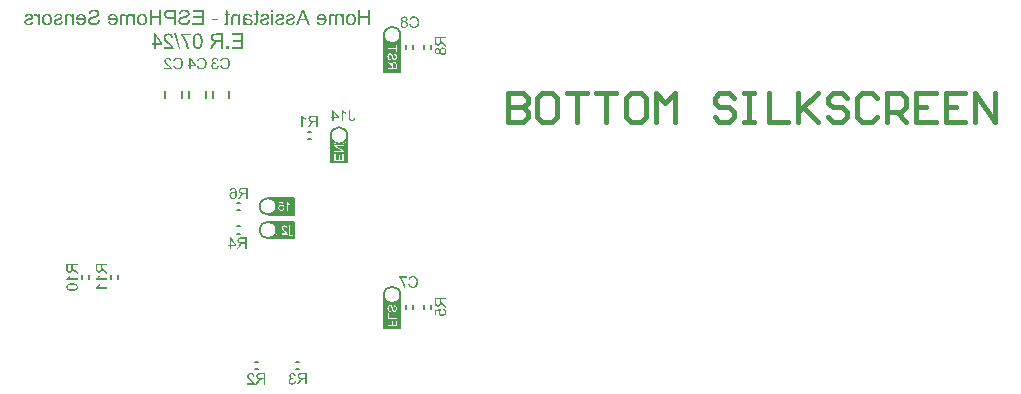
<source format=gbo>
G04*
G04 #@! TF.GenerationSoftware,Altium Limited,Altium Designer,23.4.1 (23)*
G04*
G04 Layer_Color=32896*
%FSLAX44Y44*%
%MOMM*%
G71*
G04*
G04 #@! TF.SameCoordinates,AC87B314-1984-4FFE-BA22-F28876D7C55D*
G04*
G04*
G04 #@! TF.FilePolarity,Positive*
G04*
G01*
G75*
%ADD10C,0.2000*%
%ADD13C,0.2200*%
%ADD17C,0.4000*%
%ADD83R,1.2000X0.2000*%
%ADD84R,0.4000X1.0000*%
%ADD85R,0.4000X1.1000*%
%ADD86R,0.2000X1.2000*%
G36*
X400767Y346440D02*
X401082Y346412D01*
X401377Y346366D01*
X401655Y346301D01*
X401914Y346227D01*
X402154Y346144D01*
X402367Y346060D01*
X402570Y345977D01*
X402746Y345885D01*
X402903Y345802D01*
X403032Y345718D01*
X403143Y345644D01*
X403227Y345589D01*
X403291Y345533D01*
X403328Y345506D01*
X403338Y345496D01*
X403532Y345312D01*
X403698Y345108D01*
X403855Y344896D01*
X403985Y344674D01*
X404105Y344442D01*
X404207Y344211D01*
X404290Y343989D01*
X404364Y343768D01*
X404419Y343564D01*
X404465Y343370D01*
X404502Y343194D01*
X404530Y343046D01*
X404558Y342926D01*
X404567Y342834D01*
Y342797D01*
X404576Y342769D01*
Y342760D01*
Y342751D01*
X402958Y342584D01*
X402949Y342806D01*
X402931Y343009D01*
X402894Y343204D01*
X402857Y343388D01*
X402801Y343555D01*
X402746Y343703D01*
X402681Y343851D01*
X402616Y343971D01*
X402561Y344082D01*
X402496Y344184D01*
X402441Y344267D01*
X402385Y344341D01*
X402348Y344387D01*
X402311Y344433D01*
X402293Y344452D01*
X402284Y344461D01*
X402154Y344581D01*
X402006Y344683D01*
X401858Y344775D01*
X401710Y344859D01*
X401553Y344923D01*
X401405Y344979D01*
X401257Y345025D01*
X401119Y345062D01*
X400980Y345090D01*
X400860Y345108D01*
X400749Y345127D01*
X400647Y345136D01*
X400573Y345145D01*
X400462D01*
X400268Y345136D01*
X400083Y345117D01*
X399907Y345090D01*
X399741Y345043D01*
X399593Y344997D01*
X399445Y344942D01*
X399316Y344886D01*
X399196Y344822D01*
X399094Y344766D01*
X399001Y344701D01*
X398918Y344646D01*
X398853Y344600D01*
X398798Y344553D01*
X398761Y344526D01*
X398742Y344507D01*
X398733Y344498D01*
X398613Y344378D01*
X398511Y344248D01*
X398419Y344119D01*
X398345Y343980D01*
X398280Y343851D01*
X398225Y343721D01*
X398178Y343592D01*
X398142Y343472D01*
X398114Y343361D01*
X398095Y343259D01*
X398077Y343167D01*
X398068Y343083D01*
X398058Y343019D01*
Y342972D01*
Y342935D01*
Y342926D01*
X398068Y342760D01*
X398086Y342593D01*
X398123Y342427D01*
X398169Y342261D01*
X398289Y341937D01*
X398363Y341789D01*
X398428Y341650D01*
X398493Y341521D01*
X398567Y341401D01*
X398622Y341299D01*
X398678Y341207D01*
X398733Y341142D01*
X398770Y341086D01*
X398789Y341049D01*
X398798Y341040D01*
X398946Y340846D01*
X399131Y340633D01*
X399325Y340421D01*
X399547Y340199D01*
X399769Y339968D01*
X400009Y339746D01*
X400240Y339524D01*
X400481Y339311D01*
X400703Y339108D01*
X400915Y338923D01*
X401100Y338747D01*
X401276Y338609D01*
X401414Y338488D01*
X401470Y338442D01*
X401516Y338396D01*
X401553Y338368D01*
X401581Y338340D01*
X401599Y338331D01*
X401609Y338322D01*
X401849Y338119D01*
X402080Y337924D01*
X402293Y337739D01*
X402496Y337564D01*
X402681Y337388D01*
X402848Y337231D01*
X402995Y337083D01*
X403134Y336944D01*
X403264Y336824D01*
X403365Y336713D01*
X403458Y336621D01*
X403532Y336538D01*
X403587Y336473D01*
X403624Y336427D01*
X403652Y336399D01*
X403661Y336390D01*
X403911Y336075D01*
X404123Y335770D01*
X404299Y335484D01*
X404382Y335354D01*
X404447Y335225D01*
X404502Y335114D01*
X404558Y335012D01*
X404604Y334920D01*
X404632Y334836D01*
X404660Y334772D01*
X404678Y334725D01*
X404697Y334698D01*
Y334688D01*
X404761Y334494D01*
X404808Y334300D01*
X404835Y334115D01*
X404854Y333958D01*
X404863Y333810D01*
X404872Y333755D01*
Y333699D01*
Y333662D01*
Y333634D01*
Y333616D01*
Y333607D01*
X396422D01*
Y335114D01*
X402690D01*
X402589Y335271D01*
X402478Y335428D01*
X402367Y335567D01*
X402265Y335696D01*
X402173Y335798D01*
X402099Y335881D01*
X402052Y335937D01*
X402034Y335955D01*
X401951Y336048D01*
X401840Y336149D01*
X401720Y336260D01*
X401581Y336390D01*
X401433Y336519D01*
X401285Y336658D01*
X400971Y336926D01*
X400823Y337055D01*
X400684Y337175D01*
X400564Y337286D01*
X400444Y337379D01*
X400351Y337462D01*
X400286Y337518D01*
X400240Y337564D01*
X400222Y337573D01*
X399917Y337832D01*
X399630Y338082D01*
X399371Y338313D01*
X399131Y338525D01*
X398909Y338729D01*
X398715Y338914D01*
X398530Y339080D01*
X398373Y339228D01*
X398234Y339367D01*
X398123Y339487D01*
X398021Y339589D01*
X397938Y339672D01*
X397873Y339737D01*
X397836Y339783D01*
X397809Y339810D01*
X397799Y339820D01*
X397670Y339977D01*
X397541Y340125D01*
X397430Y340273D01*
X397328Y340411D01*
X397143Y340680D01*
X397069Y340800D01*
X397004Y340911D01*
X396940Y341012D01*
X396893Y341105D01*
X396847Y341188D01*
X396819Y341253D01*
X396792Y341308D01*
X396773Y341345D01*
X396755Y341373D01*
Y341382D01*
X396653Y341660D01*
X396570Y341928D01*
X396514Y342187D01*
X396477Y342418D01*
X396468Y342519D01*
X396459Y342612D01*
X396450Y342686D01*
X396440Y342760D01*
Y342815D01*
Y342852D01*
Y342880D01*
Y342889D01*
X396450Y343167D01*
X396487Y343435D01*
X396542Y343684D01*
X396607Y343925D01*
X396690Y344147D01*
X396782Y344359D01*
X396884Y344553D01*
X396977Y344729D01*
X397078Y344886D01*
X397180Y345025D01*
X397272Y345145D01*
X397356Y345238D01*
X397420Y345321D01*
X397476Y345376D01*
X397513Y345413D01*
X397522Y345423D01*
X397735Y345607D01*
X397957Y345765D01*
X398188Y345894D01*
X398428Y346014D01*
X398669Y346116D01*
X398918Y346199D01*
X399149Y346264D01*
X399380Y346319D01*
X399593Y346366D01*
X399796Y346393D01*
X399972Y346421D01*
X400129Y346430D01*
X400259Y346440D01*
X400351Y346449D01*
X400434D01*
X400767Y346440D01*
D02*
G37*
G36*
X463600Y333607D02*
X454059D01*
Y335114D01*
X461908D01*
Y339468D01*
X454836D01*
Y340975D01*
X461908D01*
Y344896D01*
X454355D01*
Y346403D01*
X463600D01*
Y333607D01*
D02*
G37*
G36*
X451470D02*
X449686D01*
Y335391D01*
X451470D01*
Y333607D01*
D02*
G37*
G36*
X446727D02*
X445035D01*
Y339293D01*
X442844D01*
X442650Y339283D01*
X442483Y339274D01*
X442354Y339265D01*
X442262Y339246D01*
X442188Y339237D01*
X442141Y339228D01*
X442132D01*
X441984Y339182D01*
X441846Y339136D01*
X441716Y339071D01*
X441605Y339015D01*
X441503Y338969D01*
X441429Y338923D01*
X441383Y338895D01*
X441365Y338886D01*
X441217Y338784D01*
X441069Y338655D01*
X440930Y338507D01*
X440792Y338368D01*
X440681Y338239D01*
X440588Y338128D01*
X440551Y338082D01*
X440523Y338054D01*
X440514Y338035D01*
X440505Y338026D01*
X440412Y337906D01*
X440311Y337776D01*
X440107Y337499D01*
X439904Y337203D01*
X439710Y336917D01*
X439627Y336787D01*
X439543Y336667D01*
X439469Y336556D01*
X439405Y336454D01*
X439358Y336380D01*
X439321Y336316D01*
X439294Y336279D01*
X439284Y336269D01*
X437593Y333607D01*
X435475D01*
X437685Y337083D01*
X437935Y337453D01*
X438064Y337619D01*
X438184Y337786D01*
X438304Y337934D01*
X438425Y338072D01*
X438535Y338202D01*
X438637Y338322D01*
X438730Y338433D01*
X438822Y338525D01*
X438896Y338599D01*
X438961Y338673D01*
X439016Y338719D01*
X439053Y338766D01*
X439081Y338784D01*
X439090Y338793D01*
X439238Y338914D01*
X439395Y339025D01*
X439562Y339136D01*
X439728Y339228D01*
X439876Y339311D01*
X439941Y339348D01*
X439996Y339376D01*
X440043Y339404D01*
X440080Y339413D01*
X440098Y339431D01*
X440107D01*
X439775Y339487D01*
X439460Y339552D01*
X439174Y339635D01*
X438905Y339718D01*
X438665Y339820D01*
X438434Y339912D01*
X438240Y340014D01*
X438055Y340116D01*
X437898Y340217D01*
X437768Y340310D01*
X437648Y340393D01*
X437556Y340467D01*
X437481Y340532D01*
X437426Y340578D01*
X437398Y340606D01*
X437389Y340615D01*
X437232Y340790D01*
X437093Y340985D01*
X436973Y341170D01*
X436871Y341364D01*
X436788Y341558D01*
X436714Y341752D01*
X436659Y341937D01*
X436613Y342113D01*
X436576Y342279D01*
X436548Y342427D01*
X436529Y342566D01*
X436511Y342677D01*
Y342778D01*
X436502Y342852D01*
Y342889D01*
Y342908D01*
X436511Y343102D01*
X436520Y343296D01*
X436548Y343481D01*
X436585Y343657D01*
X436622Y343823D01*
X436668Y343980D01*
X436723Y344128D01*
X436770Y344267D01*
X436816Y344387D01*
X436871Y344498D01*
X436918Y344600D01*
X436954Y344683D01*
X436992Y344748D01*
X437010Y344794D01*
X437029Y344822D01*
X437038Y344831D01*
X437140Y344988D01*
X437250Y345136D01*
X437371Y345265D01*
X437481Y345395D01*
X437602Y345506D01*
X437722Y345607D01*
X437842Y345691D01*
X437953Y345774D01*
X438055Y345839D01*
X438157Y345894D01*
X438240Y345950D01*
X438314Y345987D01*
X438378Y346014D01*
X438425Y346033D01*
X438452Y346051D01*
X438462D01*
X438637Y346116D01*
X438831Y346171D01*
X439035Y346218D01*
X439238Y346255D01*
X439673Y346319D01*
X439885Y346338D01*
X440089Y346356D01*
X440292Y346375D01*
X440468Y346384D01*
X440634Y346393D01*
X440782D01*
X440893Y346403D01*
X446727D01*
Y333607D01*
D02*
G37*
G36*
X419480Y344729D02*
X413212D01*
X413434Y344470D01*
X413656Y344193D01*
X414072Y343629D01*
X414266Y343342D01*
X414460Y343065D01*
X414636Y342797D01*
X414793Y342538D01*
X414941Y342298D01*
X415079Y342076D01*
X415190Y341872D01*
X415292Y341706D01*
X415366Y341567D01*
X415403Y341512D01*
X415431Y341465D01*
X415449Y341419D01*
X415468Y341391D01*
X415477Y341382D01*
Y341373D01*
X415671Y341003D01*
X415847Y340624D01*
X416022Y340254D01*
X416180Y339894D01*
X416318Y339542D01*
X416457Y339200D01*
X416577Y338877D01*
X416688Y338572D01*
X416781Y338285D01*
X416864Y338035D01*
X416938Y337804D01*
X416993Y337619D01*
X417021Y337536D01*
X417039Y337462D01*
X417058Y337397D01*
X417076Y337342D01*
X417086Y337305D01*
X417095Y337277D01*
X417104Y337259D01*
Y337249D01*
X417206Y336861D01*
X417289Y336482D01*
X417363Y336121D01*
X417437Y335779D01*
X417493Y335456D01*
X417539Y335160D01*
X417576Y334883D01*
X417603Y334624D01*
X417631Y334402D01*
X417650Y334198D01*
X417668Y334023D01*
X417677Y333875D01*
Y333764D01*
X417687Y333671D01*
Y333625D01*
Y333607D01*
X416069D01*
X416041Y333958D01*
X416004Y334309D01*
X415967Y334642D01*
X415921Y334957D01*
X415875Y335262D01*
X415819Y335558D01*
X415773Y335826D01*
X415717Y336075D01*
X415671Y336306D01*
X415625Y336510D01*
X415579Y336685D01*
X415542Y336843D01*
X415514Y336963D01*
X415486Y337046D01*
X415477Y337102D01*
X415468Y337120D01*
X415338Y337545D01*
X415200Y337971D01*
X415061Y338377D01*
X414904Y338775D01*
X414756Y339163D01*
X414599Y339524D01*
X414451Y339875D01*
X414303Y340199D01*
X414164Y340495D01*
X414035Y340754D01*
X413914Y340985D01*
X413868Y341096D01*
X413813Y341188D01*
X413776Y341271D01*
X413730Y341345D01*
X413702Y341410D01*
X413674Y341465D01*
X413646Y341502D01*
X413628Y341530D01*
X413619Y341549D01*
Y341558D01*
X413397Y341955D01*
X413166Y342325D01*
X412953Y342677D01*
X412731Y343009D01*
X412528Y343315D01*
X412324Y343601D01*
X412130Y343860D01*
X411954Y344091D01*
X411797Y344304D01*
X411649Y344489D01*
X411520Y344646D01*
X411409Y344775D01*
X411316Y344877D01*
X411252Y344960D01*
X411206Y344997D01*
X411196Y345016D01*
Y346236D01*
X419480D01*
Y344729D01*
D02*
G37*
G36*
X395248Y338109D02*
Y336667D01*
X389700D01*
Y333607D01*
X388129D01*
Y336667D01*
X386400D01*
Y338109D01*
X388129D01*
Y346403D01*
X389414D01*
X395248Y338109D01*
D02*
G37*
G36*
X425610Y346440D02*
X425851Y346421D01*
X426082Y346384D01*
X426304Y346329D01*
X426507Y346273D01*
X426701Y346208D01*
X426877Y346144D01*
X427034Y346079D01*
X427182Y346005D01*
X427302Y345940D01*
X427413Y345876D01*
X427505Y345820D01*
X427579Y345774D01*
X427626Y345737D01*
X427663Y345709D01*
X427672Y345700D01*
X427838Y345552D01*
X427996Y345395D01*
X428144Y345228D01*
X428282Y345053D01*
X428402Y344877D01*
X428513Y344692D01*
X428624Y344516D01*
X428708Y344350D01*
X428791Y344193D01*
X428865Y344045D01*
X428920Y343906D01*
X428976Y343795D01*
X429013Y343694D01*
X429040Y343629D01*
X429050Y343583D01*
X429059Y343564D01*
X429142Y343296D01*
X429207Y343009D01*
X429272Y342714D01*
X429327Y342408D01*
X429410Y341798D01*
X429438Y341502D01*
X429466Y341216D01*
X429484Y340948D01*
X429493Y340698D01*
X429503Y340476D01*
X429512Y340291D01*
Y340208D01*
X429521Y340134D01*
Y340069D01*
Y340014D01*
Y339968D01*
Y339940D01*
Y339921D01*
Y339912D01*
Y339579D01*
X429503Y339256D01*
X429493Y338951D01*
X429466Y338655D01*
X429438Y338368D01*
X429401Y338091D01*
X429364Y337832D01*
X429327Y337582D01*
X429281Y337333D01*
X429225Y337111D01*
X429179Y336889D01*
X429123Y336685D01*
X429068Y336482D01*
X429013Y336297D01*
X428948Y336121D01*
X428892Y335955D01*
X428837Y335807D01*
X428772Y335659D01*
X428717Y335530D01*
X428661Y335400D01*
X428606Y335289D01*
X428559Y335188D01*
X428504Y335095D01*
X428458Y335012D01*
X428421Y334938D01*
X428384Y334883D01*
X428347Y334827D01*
X428319Y334781D01*
X428291Y334753D01*
X428273Y334725D01*
X428264Y334716D01*
Y334707D01*
X428060Y334476D01*
X427838Y334272D01*
X427607Y334097D01*
X427367Y333949D01*
X427117Y333819D01*
X426877Y333718D01*
X426646Y333625D01*
X426415Y333560D01*
X426193Y333505D01*
X425998Y333468D01*
X425814Y333431D01*
X425656Y333413D01*
X425527Y333403D01*
X425434Y333394D01*
X425351D01*
X425092Y333403D01*
X424852Y333431D01*
X424621Y333468D01*
X424399Y333514D01*
X424196Y333570D01*
X424011Y333634D01*
X423835Y333699D01*
X423669Y333773D01*
X423530Y333838D01*
X423400Y333903D01*
X423299Y333967D01*
X423206Y334023D01*
X423132Y334078D01*
X423086Y334115D01*
X423049Y334134D01*
X423040Y334143D01*
X422873Y334291D01*
X422716Y334448D01*
X422568Y334614D01*
X422430Y334790D01*
X422309Y334975D01*
X422199Y335151D01*
X422088Y335326D01*
X421995Y335493D01*
X421921Y335650D01*
X421847Y335798D01*
X421792Y335937D01*
X421736Y336048D01*
X421699Y336149D01*
X421672Y336214D01*
X421662Y336260D01*
X421653Y336279D01*
X421570Y336547D01*
X421496Y336833D01*
X421431Y337129D01*
X421376Y337434D01*
X421292Y338035D01*
X421265Y338331D01*
X421237Y338618D01*
X421218Y338886D01*
X421209Y339126D01*
X421200Y339348D01*
X421191Y339542D01*
Y339626D01*
X421182Y339700D01*
Y339764D01*
Y339810D01*
Y339857D01*
Y339884D01*
Y339903D01*
Y339912D01*
Y340263D01*
X421191Y340587D01*
X421209Y340901D01*
X421228Y341188D01*
X421246Y341456D01*
X421274Y341706D01*
X421302Y341937D01*
X421329Y342140D01*
X421357Y342325D01*
X421385Y342482D01*
X421413Y342621D01*
X421431Y342732D01*
X421450Y342825D01*
X421468Y342880D01*
X421477Y342926D01*
Y342935D01*
X421533Y343139D01*
X421598Y343342D01*
X421653Y343527D01*
X421718Y343703D01*
X421792Y343869D01*
X421856Y344026D01*
X421921Y344174D01*
X421986Y344304D01*
X422041Y344424D01*
X422097Y344526D01*
X422143Y344618D01*
X422189Y344692D01*
X422226Y344748D01*
X422254Y344794D01*
X422263Y344822D01*
X422272Y344831D01*
X422467Y345108D01*
X422679Y345349D01*
X422892Y345561D01*
X423095Y345728D01*
X423188Y345802D01*
X423280Y345857D01*
X423354Y345913D01*
X423419Y345959D01*
X423475Y345987D01*
X423511Y346014D01*
X423539Y346033D01*
X423548D01*
X423696Y346107D01*
X423844Y346171D01*
X424159Y346273D01*
X424464Y346347D01*
X424741Y346393D01*
X424870Y346412D01*
X424981Y346430D01*
X425092Y346440D01*
X425176D01*
X425250Y346449D01*
X425351D01*
X425610Y346440D01*
D02*
G37*
G36*
X410383Y333385D02*
X409125D01*
X405418Y346615D01*
X406675D01*
X410383Y333385D01*
D02*
G37*
G36*
X489257Y364590D02*
X487685D01*
Y366393D01*
X489257D01*
Y364590D01*
D02*
G37*
G36*
X544971Y363056D02*
X545285Y363009D01*
X545433Y362982D01*
X545572Y362945D01*
X545692Y362908D01*
X545812Y362871D01*
X545914Y362825D01*
X546016Y362788D01*
X546099Y362751D01*
X546164Y362723D01*
X546219Y362695D01*
X546256Y362677D01*
X546284Y362667D01*
X546293Y362658D01*
X546552Y362492D01*
X546774Y362307D01*
X546977Y362131D01*
X547144Y361955D01*
X547273Y361798D01*
X547328Y361734D01*
X547365Y361669D01*
X547402Y361623D01*
X547430Y361586D01*
X547439Y361567D01*
X547449Y361558D01*
Y362871D01*
X548854D01*
Y353597D01*
X547282D01*
Y358405D01*
Y358636D01*
X547273Y358849D01*
X547255Y359052D01*
X547245Y359237D01*
X547227Y359413D01*
X547199Y359570D01*
X547181Y359718D01*
X547153Y359847D01*
X547134Y359958D01*
X547116Y360060D01*
X547088Y360143D01*
X547070Y360217D01*
X547051Y360263D01*
X547042Y360310D01*
X547033Y360328D01*
Y360337D01*
X546922Y360578D01*
X546792Y360781D01*
X546663Y360957D01*
X546524Y361105D01*
X546404Y361216D01*
X546302Y361299D01*
X546265Y361327D01*
X546237Y361345D01*
X546219Y361364D01*
X546210D01*
X545997Y361484D01*
X545784Y361567D01*
X545572Y361632D01*
X545387Y361669D01*
X545230Y361697D01*
X545156Y361706D01*
X545100D01*
X545054Y361715D01*
X544989D01*
X544832Y361706D01*
X544684Y361697D01*
X544546Y361669D01*
X544425Y361632D01*
X544305Y361595D01*
X544203Y361549D01*
X544111Y361502D01*
X544028Y361456D01*
X543963Y361401D01*
X543898Y361354D01*
X543843Y361308D01*
X543806Y361271D01*
X543769Y361234D01*
X543750Y361207D01*
X543732Y361197D01*
Y361188D01*
X543667Y361086D01*
X543602Y360966D01*
X543510Y360717D01*
X543436Y360458D01*
X543390Y360208D01*
X543371Y360088D01*
X543362Y359977D01*
X543353Y359875D01*
Y359792D01*
X543344Y359718D01*
Y359663D01*
Y359626D01*
Y359616D01*
Y353597D01*
X541772D01*
Y358978D01*
X541763Y359237D01*
X541744Y359478D01*
X541716Y359700D01*
X541670Y359912D01*
X541624Y360097D01*
X541568Y360263D01*
X541504Y360421D01*
X541448Y360559D01*
X541384Y360680D01*
X541328Y360781D01*
X541273Y360864D01*
X541226Y360938D01*
X541180Y360994D01*
X541152Y361031D01*
X541134Y361049D01*
X541125Y361059D01*
X540995Y361179D01*
X540866Y361271D01*
X540736Y361364D01*
X540598Y361438D01*
X540459Y361502D01*
X540330Y361558D01*
X540200Y361595D01*
X540071Y361632D01*
X539960Y361660D01*
X539849Y361678D01*
X539747Y361697D01*
X539664Y361706D01*
X539599Y361715D01*
X539507D01*
X539313Y361706D01*
X539128Y361678D01*
X538970Y361632D01*
X538832Y361586D01*
X538721Y361539D01*
X538638Y361493D01*
X538582Y361465D01*
X538564Y361456D01*
X538425Y361354D01*
X538305Y361244D01*
X538212Y361133D01*
X538129Y361031D01*
X538074Y360938D01*
X538037Y360855D01*
X538018Y360809D01*
X538009Y360800D01*
Y360790D01*
X537981Y360707D01*
X537953Y360615D01*
X537916Y360402D01*
X537889Y360180D01*
X537870Y359958D01*
X537861Y359755D01*
X537852Y359663D01*
Y359589D01*
Y359524D01*
Y359478D01*
Y359441D01*
Y359431D01*
Y353597D01*
X536280D01*
Y359958D01*
X536289Y360245D01*
X536308Y360513D01*
X536345Y360763D01*
X536400Y360994D01*
X536456Y361207D01*
X536520Y361401D01*
X536585Y361567D01*
X536650Y361724D01*
X536724Y361863D01*
X536788Y361983D01*
X536853Y362085D01*
X536909Y362159D01*
X536955Y362224D01*
X536992Y362270D01*
X537020Y362298D01*
X537029Y362307D01*
X537177Y362445D01*
X537334Y362556D01*
X537500Y362667D01*
X537667Y362751D01*
X537852Y362825D01*
X538027Y362889D01*
X538194Y362935D01*
X538360Y362982D01*
X538527Y363009D01*
X538675Y363037D01*
X538804Y363046D01*
X538915Y363065D01*
X539017D01*
X539081Y363074D01*
X539313D01*
X539470Y363056D01*
X539775Y363000D01*
X540071Y362926D01*
X540339Y362825D01*
X540598Y362695D01*
X540829Y362556D01*
X541051Y362408D01*
X541245Y362261D01*
X541421Y362113D01*
X541578Y361965D01*
X541707Y361826D01*
X541818Y361706D01*
X541911Y361595D01*
X541966Y361521D01*
X542012Y361465D01*
X542021Y361456D01*
Y361447D01*
X542142Y361715D01*
X542280Y361955D01*
X542428Y362159D01*
X542585Y362335D01*
X542724Y362464D01*
X542789Y362519D01*
X542835Y362566D01*
X542881Y362593D01*
X542918Y362621D01*
X542937Y362630D01*
X542946Y362640D01*
X543075Y362714D01*
X543205Y362788D01*
X543492Y362889D01*
X543769Y362972D01*
X544037Y363019D01*
X544157Y363037D01*
X544277Y363056D01*
X544379Y363065D01*
X544462D01*
X544536Y363074D01*
X544804D01*
X544971Y363056D01*
D02*
G37*
G36*
X368186D02*
X368500Y363009D01*
X368648Y362982D01*
X368787Y362945D01*
X368907Y362908D01*
X369027Y362871D01*
X369129Y362825D01*
X369230Y362788D01*
X369314Y362751D01*
X369379Y362723D01*
X369434Y362695D01*
X369471Y362677D01*
X369499Y362667D01*
X369508Y362658D01*
X369767Y362492D01*
X369989Y362307D01*
X370192Y362131D01*
X370359Y361955D01*
X370488Y361798D01*
X370543Y361734D01*
X370580Y361669D01*
X370617Y361623D01*
X370645Y361586D01*
X370654Y361567D01*
X370664Y361558D01*
Y362871D01*
X372069D01*
Y353597D01*
X370497D01*
Y358405D01*
Y358636D01*
X370488Y358849D01*
X370469Y359052D01*
X370460Y359237D01*
X370442Y359413D01*
X370414Y359570D01*
X370396Y359718D01*
X370368Y359847D01*
X370349Y359958D01*
X370331Y360060D01*
X370303Y360143D01*
X370285Y360217D01*
X370266Y360263D01*
X370257Y360310D01*
X370247Y360328D01*
Y360337D01*
X370137Y360578D01*
X370007Y360781D01*
X369878Y360957D01*
X369739Y361105D01*
X369619Y361216D01*
X369517Y361299D01*
X369480Y361327D01*
X369452Y361345D01*
X369434Y361364D01*
X369425D01*
X369212Y361484D01*
X368999Y361567D01*
X368787Y361632D01*
X368602Y361669D01*
X368445Y361697D01*
X368371Y361706D01*
X368315D01*
X368269Y361715D01*
X368204D01*
X368047Y361706D01*
X367899Y361697D01*
X367761Y361669D01*
X367640Y361632D01*
X367520Y361595D01*
X367418Y361549D01*
X367326Y361502D01*
X367243Y361456D01*
X367178Y361401D01*
X367113Y361354D01*
X367058Y361308D01*
X367021Y361271D01*
X366984Y361234D01*
X366965Y361207D01*
X366947Y361197D01*
Y361188D01*
X366882Y361086D01*
X366817Y360966D01*
X366725Y360717D01*
X366651Y360458D01*
X366605Y360208D01*
X366586Y360088D01*
X366577Y359977D01*
X366568Y359875D01*
Y359792D01*
X366559Y359718D01*
Y359663D01*
Y359626D01*
Y359616D01*
Y353597D01*
X364987D01*
Y358978D01*
X364978Y359237D01*
X364959Y359478D01*
X364931Y359700D01*
X364885Y359912D01*
X364839Y360097D01*
X364783Y360263D01*
X364719Y360421D01*
X364663Y360559D01*
X364599Y360680D01*
X364543Y360781D01*
X364487Y360864D01*
X364441Y360938D01*
X364395Y360994D01*
X364367Y361031D01*
X364349Y361049D01*
X364340Y361059D01*
X364210Y361179D01*
X364081Y361271D01*
X363951Y361364D01*
X363813Y361438D01*
X363674Y361502D01*
X363545Y361558D01*
X363415Y361595D01*
X363286Y361632D01*
X363175Y361660D01*
X363064Y361678D01*
X362962Y361697D01*
X362879Y361706D01*
X362814Y361715D01*
X362722D01*
X362528Y361706D01*
X362343Y361678D01*
X362185Y361632D01*
X362047Y361586D01*
X361936Y361539D01*
X361852Y361493D01*
X361797Y361465D01*
X361779Y361456D01*
X361640Y361354D01*
X361520Y361244D01*
X361427Y361133D01*
X361344Y361031D01*
X361289Y360938D01*
X361252Y360855D01*
X361233Y360809D01*
X361224Y360800D01*
Y360790D01*
X361196Y360707D01*
X361168Y360615D01*
X361131Y360402D01*
X361104Y360180D01*
X361085Y359958D01*
X361076Y359755D01*
X361067Y359663D01*
Y359589D01*
Y359524D01*
Y359478D01*
Y359441D01*
Y359431D01*
Y353597D01*
X359495D01*
Y359958D01*
X359504Y360245D01*
X359523Y360513D01*
X359560Y360763D01*
X359615Y360994D01*
X359671Y361207D01*
X359735Y361401D01*
X359800Y361567D01*
X359865Y361724D01*
X359939Y361863D01*
X360003Y361983D01*
X360068Y362085D01*
X360124Y362159D01*
X360170Y362224D01*
X360207Y362270D01*
X360235Y362298D01*
X360244Y362307D01*
X360392Y362445D01*
X360549Y362556D01*
X360715Y362667D01*
X360882Y362751D01*
X361067Y362825D01*
X361242Y362889D01*
X361409Y362935D01*
X361575Y362982D01*
X361742Y363009D01*
X361889Y363037D01*
X362019Y363046D01*
X362130Y363065D01*
X362232D01*
X362296Y363074D01*
X362528D01*
X362685Y363056D01*
X362990Y363000D01*
X363286Y362926D01*
X363554Y362825D01*
X363813Y362695D01*
X364044Y362556D01*
X364266Y362408D01*
X364460Y362261D01*
X364636Y362113D01*
X364793Y361965D01*
X364922Y361826D01*
X365033Y361706D01*
X365126Y361595D01*
X365181Y361521D01*
X365227Y361465D01*
X365236Y361456D01*
Y361447D01*
X365357Y361715D01*
X365495Y361955D01*
X365643Y362159D01*
X365800Y362335D01*
X365939Y362464D01*
X366004Y362519D01*
X366050Y362566D01*
X366096Y362593D01*
X366133Y362621D01*
X366152Y362630D01*
X366161Y362640D01*
X366290Y362714D01*
X366420Y362788D01*
X366707Y362889D01*
X366984Y362972D01*
X367252Y363019D01*
X367372Y363037D01*
X367492Y363056D01*
X367594Y363065D01*
X367677D01*
X367751Y363074D01*
X368019D01*
X368186Y363056D01*
D02*
G37*
G36*
X571432Y353597D02*
X569740D01*
Y359626D01*
X563102D01*
Y353597D01*
X561410D01*
Y366393D01*
X563102D01*
Y361133D01*
X569740D01*
Y366393D01*
X571432D01*
Y353597D01*
D02*
G37*
G36*
X394647D02*
X392955D01*
Y359626D01*
X386316D01*
Y353597D01*
X384624D01*
Y366393D01*
X386316D01*
Y361133D01*
X392955D01*
Y366393D01*
X394647D01*
Y353597D01*
D02*
G37*
G36*
X467909Y363056D02*
X468112Y363046D01*
X468306Y363019D01*
X468491Y363000D01*
X468667Y362972D01*
X468833Y362935D01*
X468981Y362908D01*
X469111Y362880D01*
X469231Y362843D01*
X469333Y362815D01*
X469425Y362797D01*
X469490Y362769D01*
X469545Y362760D01*
X469573Y362741D01*
X469582D01*
X469749Y362677D01*
X469906Y362612D01*
X470045Y362538D01*
X470183Y362455D01*
X470303Y362381D01*
X470414Y362307D01*
X470525Y362224D01*
X470618Y362150D01*
X470701Y362085D01*
X470766Y362020D01*
X470830Y361955D01*
X470877Y361909D01*
X470923Y361863D01*
X470951Y361835D01*
X470960Y361817D01*
X470969Y361808D01*
X471135Y361567D01*
X471274Y361299D01*
X471394Y361040D01*
X471487Y360781D01*
X471533Y360670D01*
X471561Y360559D01*
X471589Y360467D01*
X471616Y360384D01*
X471635Y360310D01*
X471644Y360263D01*
X471653Y360227D01*
Y360217D01*
X470118Y360005D01*
X470072Y360180D01*
X470017Y360347D01*
X469952Y360495D01*
X469887Y360633D01*
X469832Y360754D01*
X469767Y360864D01*
X469702Y360966D01*
X469638Y361059D01*
X469573Y361133D01*
X469518Y361197D01*
X469471Y361253D01*
X469425Y361299D01*
X469388Y361327D01*
X469360Y361354D01*
X469351Y361373D01*
X469342D01*
X469240Y361447D01*
X469120Y361502D01*
X468861Y361604D01*
X468593Y361678D01*
X468325Y361724D01*
X468205Y361734D01*
X468084Y361752D01*
X467983Y361761D01*
X467890D01*
X467807Y361771D01*
X467705D01*
X467493Y361761D01*
X467289Y361752D01*
X467104Y361724D01*
X466929Y361687D01*
X466762Y361650D01*
X466624Y361604D01*
X466485Y361549D01*
X466365Y361502D01*
X466263Y361456D01*
X466171Y361401D01*
X466097Y361354D01*
X466032Y361317D01*
X465986Y361281D01*
X465949Y361262D01*
X465930Y361244D01*
X465921Y361234D01*
X465838Y361151D01*
X465773Y361068D01*
X465708Y360966D01*
X465662Y360864D01*
X465579Y360633D01*
X465523Y360411D01*
X465496Y360208D01*
X465477Y360116D01*
Y360042D01*
X465468Y359977D01*
Y359931D01*
Y359894D01*
Y359884D01*
Y359838D01*
Y359783D01*
Y359644D01*
X465477Y359579D01*
Y359533D01*
Y359496D01*
Y359478D01*
X465662Y359422D01*
X465856Y359367D01*
X466069Y359311D01*
X466300Y359256D01*
X466762Y359163D01*
X466993Y359126D01*
X467215Y359089D01*
X467428Y359052D01*
X467631Y359025D01*
X467807Y358997D01*
X467964Y358969D01*
X468094Y358960D01*
X468195Y358941D01*
X468232D01*
X468260Y358932D01*
X468279D01*
X468445Y358914D01*
X468602Y358895D01*
X468750Y358867D01*
X468889Y358849D01*
X469018Y358830D01*
X469129Y358812D01*
X469231Y358793D01*
X469323Y358775D01*
X469407Y358756D01*
X469481Y358747D01*
X469536Y358729D01*
X469591Y358719D01*
X469628Y358710D01*
X469656D01*
X469665Y358701D01*
X469675D01*
X469906Y358627D01*
X470118Y358544D01*
X470313Y358461D01*
X470479Y358377D01*
X470618Y358303D01*
X470673Y358266D01*
X470719Y358239D01*
X470756Y358220D01*
X470784Y358202D01*
X470803Y358183D01*
X470812D01*
X470988Y358045D01*
X471145Y357897D01*
X471283Y357749D01*
X471404Y357601D01*
X471496Y357471D01*
X471561Y357370D01*
X471589Y357333D01*
X471598Y357305D01*
X471616Y357286D01*
Y357277D01*
X471718Y357065D01*
X471792Y356852D01*
X471847Y356639D01*
X471884Y356454D01*
X471903Y356288D01*
X471912Y356214D01*
Y356158D01*
X471921Y356103D01*
Y356066D01*
Y356048D01*
Y356038D01*
X471912Y355826D01*
X471884Y355622D01*
X471847Y355437D01*
X471792Y355252D01*
X471736Y355086D01*
X471662Y354929D01*
X471589Y354781D01*
X471515Y354651D01*
X471441Y354531D01*
X471367Y354430D01*
X471293Y354346D01*
X471237Y354272D01*
X471182Y354208D01*
X471145Y354171D01*
X471117Y354143D01*
X471108Y354134D01*
X470941Y354004D01*
X470775Y353893D01*
X470581Y353792D01*
X470396Y353708D01*
X470202Y353634D01*
X469998Y353579D01*
X469813Y353523D01*
X469628Y353487D01*
X469453Y353459D01*
X469286Y353431D01*
X469138Y353413D01*
X469009Y353403D01*
X468907D01*
X468824Y353394D01*
X468759D01*
X468417Y353403D01*
X468103Y353440D01*
X467807Y353487D01*
X467668Y353514D01*
X467548Y353542D01*
X467437Y353570D01*
X467336Y353597D01*
X467243Y353625D01*
X467169Y353644D01*
X467114Y353662D01*
X467067Y353681D01*
X467040Y353690D01*
X467030D01*
X466883Y353755D01*
X466725Y353819D01*
X466429Y353986D01*
X466143Y354161D01*
X466013Y354245D01*
X465884Y354328D01*
X465773Y354411D01*
X465671Y354494D01*
X465579Y354559D01*
X465496Y354624D01*
X465431Y354670D01*
X465385Y354707D01*
X465357Y354735D01*
X465348Y354744D01*
X465311Y354504D01*
X465274Y354291D01*
X465218Y354097D01*
X465163Y353921D01*
X465107Y353792D01*
X465089Y353727D01*
X465061Y353681D01*
X465052Y353644D01*
X465033Y353616D01*
X465024Y353607D01*
Y353597D01*
X463388D01*
X463489Y353801D01*
X463582Y353995D01*
X463647Y354180D01*
X463702Y354346D01*
X463748Y354494D01*
X463758Y354559D01*
X463776Y354605D01*
X463785Y354651D01*
Y354679D01*
X463795Y354698D01*
Y354707D01*
X463804Y354762D01*
X463813Y354836D01*
X463822Y354994D01*
X463841Y355178D01*
X463850Y355382D01*
X463859Y355613D01*
X463868Y355844D01*
X463878Y356316D01*
Y356538D01*
Y356759D01*
X463887Y356954D01*
Y357129D01*
Y357277D01*
Y357333D01*
Y357388D01*
Y357425D01*
Y357453D01*
Y357471D01*
Y357481D01*
Y359570D01*
Y359755D01*
Y359931D01*
X463896Y360088D01*
Y360236D01*
X463905Y360365D01*
X463915Y360485D01*
X463924Y360587D01*
Y360680D01*
X463933Y360763D01*
X463942Y360827D01*
X463952Y360892D01*
X463961Y360938D01*
Y360966D01*
X463970Y360994D01*
Y361012D01*
X464035Y361244D01*
X464109Y361456D01*
X464183Y361632D01*
X464266Y361789D01*
X464340Y361918D01*
X464405Y362011D01*
X464423Y362039D01*
X464442Y362066D01*
X464460Y362076D01*
Y362085D01*
X464608Y362242D01*
X464775Y362371D01*
X464959Y362492D01*
X465135Y362593D01*
X465302Y362677D01*
X465366Y362714D01*
X465431Y362741D01*
X465477Y362760D01*
X465514Y362778D01*
X465542Y362788D01*
X465551D01*
X465690Y362834D01*
X465847Y362880D01*
X466161Y362954D01*
X466485Y363000D01*
X466790Y363037D01*
X466929Y363046D01*
X467058Y363056D01*
X467178Y363065D01*
X467280Y363074D01*
X467474D01*
X467909Y363056D01*
D02*
G37*
G36*
X442206Y357434D02*
X437361D01*
Y359015D01*
X442206D01*
Y357434D01*
D02*
G37*
G36*
X476063Y365164D02*
Y362871D01*
X477228D01*
Y361650D01*
X476063D01*
Y356306D01*
Y356057D01*
X476054Y355816D01*
X476045Y355613D01*
X476036Y355419D01*
X476017Y355252D01*
X476008Y355095D01*
X475989Y354966D01*
X475971Y354846D01*
X475952Y354744D01*
X475934Y354661D01*
X475925Y354596D01*
X475906Y354540D01*
X475897Y354494D01*
X475888Y354467D01*
X475878Y354457D01*
Y354448D01*
X475795Y354291D01*
X475694Y354152D01*
X475583Y354032D01*
X475472Y353930D01*
X475370Y353856D01*
X475287Y353792D01*
X475231Y353755D01*
X475222Y353745D01*
X475213D01*
X475019Y353653D01*
X474806Y353588D01*
X474584Y353542D01*
X474371Y353514D01*
X474187Y353496D01*
X474103Y353487D01*
X474029Y353477D01*
X473891D01*
X473687Y353487D01*
X473484Y353496D01*
X473280Y353523D01*
X473096Y353551D01*
X472938Y353570D01*
X472864Y353588D01*
X472809Y353597D01*
X472763Y353607D01*
X472726D01*
X472707Y353616D01*
X472698D01*
X472929Y355003D01*
X473077Y354984D01*
X473216Y354975D01*
X473336Y354957D01*
X473428D01*
X473512Y354947D01*
X473613D01*
X473733Y354957D01*
X473844Y354966D01*
X473937Y354984D01*
X474011Y355003D01*
X474076Y355021D01*
X474113Y355040D01*
X474140Y355058D01*
X474150D01*
X474214Y355104D01*
X474270Y355151D01*
X474353Y355252D01*
X474381Y355299D01*
X474399Y355336D01*
X474418Y355354D01*
Y355363D01*
X474427Y355410D01*
X474445Y355456D01*
X474464Y355576D01*
X474473Y355724D01*
X474482Y355863D01*
X474492Y356001D01*
Y356112D01*
Y356158D01*
Y356195D01*
Y356214D01*
Y356223D01*
Y361650D01*
X472929D01*
Y362871D01*
X474492D01*
Y366107D01*
X476063Y365164D01*
D02*
G37*
G36*
X451221D02*
Y362871D01*
X452385D01*
Y361650D01*
X451221D01*
Y356306D01*
Y356057D01*
X451211Y355816D01*
X451202Y355613D01*
X451193Y355419D01*
X451174Y355252D01*
X451165Y355095D01*
X451147Y354966D01*
X451128Y354846D01*
X451110Y354744D01*
X451091Y354661D01*
X451082Y354596D01*
X451063Y354540D01*
X451054Y354494D01*
X451045Y354467D01*
X451036Y354457D01*
Y354448D01*
X450952Y354291D01*
X450851Y354152D01*
X450740Y354032D01*
X450629Y353930D01*
X450527Y353856D01*
X450444Y353792D01*
X450388Y353755D01*
X450379Y353745D01*
X450370D01*
X450176Y353653D01*
X449963Y353588D01*
X449741Y353542D01*
X449529Y353514D01*
X449344Y353496D01*
X449260Y353487D01*
X449187Y353477D01*
X449048D01*
X448844Y353487D01*
X448641Y353496D01*
X448438Y353523D01*
X448253Y353551D01*
X448096Y353570D01*
X448022Y353588D01*
X447966Y353597D01*
X447920Y353607D01*
X447883D01*
X447864Y353616D01*
X447855D01*
X448086Y355003D01*
X448234Y354984D01*
X448373Y354975D01*
X448493Y354957D01*
X448586D01*
X448669Y354947D01*
X448770D01*
X448891Y354957D01*
X449002Y354966D01*
X449094Y354984D01*
X449168Y355003D01*
X449233Y355021D01*
X449270Y355040D01*
X449297Y355058D01*
X449307D01*
X449371Y355104D01*
X449427Y355151D01*
X449510Y355252D01*
X449538Y355299D01*
X449556Y355336D01*
X449575Y355354D01*
Y355363D01*
X449584Y355410D01*
X449603Y355456D01*
X449621Y355576D01*
X449630Y355724D01*
X449640Y355863D01*
X449649Y356001D01*
Y356112D01*
Y356158D01*
Y356195D01*
Y356214D01*
Y356223D01*
Y361650D01*
X448086D01*
Y362871D01*
X449649D01*
Y366107D01*
X451221Y365164D01*
D02*
G37*
G36*
X530511Y363056D02*
X530844Y363019D01*
X531158Y362954D01*
X531463Y362871D01*
X531740Y362778D01*
X531990Y362667D01*
X532230Y362547D01*
X532443Y362427D01*
X532637Y362307D01*
X532804Y362187D01*
X532942Y362085D01*
X533063Y361983D01*
X533164Y361900D01*
X533229Y361835D01*
X533266Y361798D01*
X533284Y361780D01*
X533497Y361530D01*
X533682Y361253D01*
X533839Y360966D01*
X533978Y360670D01*
X534098Y360365D01*
X534190Y360060D01*
X534274Y359764D01*
X534338Y359487D01*
X534385Y359210D01*
X534422Y358960D01*
X534449Y358738D01*
X534468Y358544D01*
X534477Y358451D01*
Y358377D01*
Y358313D01*
X534486Y358257D01*
Y358211D01*
Y358183D01*
Y358165D01*
Y358156D01*
X534477Y357739D01*
X534431Y357351D01*
X534375Y356991D01*
X534301Y356648D01*
X534209Y356334D01*
X534107Y356048D01*
X534006Y355789D01*
X533895Y355548D01*
X533784Y355336D01*
X533673Y355160D01*
X533580Y355003D01*
X533488Y354873D01*
X533414Y354772D01*
X533349Y354698D01*
X533312Y354661D01*
X533303Y354642D01*
X533072Y354420D01*
X532822Y354226D01*
X532563Y354060D01*
X532295Y353921D01*
X532027Y353801D01*
X531759Y353699D01*
X531491Y353616D01*
X531241Y353551D01*
X531001Y353496D01*
X530779Y353459D01*
X530585Y353431D01*
X530409Y353413D01*
X530270Y353403D01*
X530215D01*
X530169Y353394D01*
X530076D01*
X529780Y353403D01*
X529494Y353431D01*
X529226Y353468D01*
X528976Y353514D01*
X528745Y353579D01*
X528523Y353644D01*
X528329Y353718D01*
X528144Y353792D01*
X527977Y353856D01*
X527839Y353930D01*
X527709Y353995D01*
X527608Y354060D01*
X527524Y354106D01*
X527469Y354143D01*
X527432Y354171D01*
X527423Y354180D01*
X527238Y354337D01*
X527062Y354504D01*
X526905Y354679D01*
X526766Y354855D01*
X526637Y355040D01*
X526517Y355225D01*
X526415Y355410D01*
X526323Y355576D01*
X526239Y355742D01*
X526175Y355900D01*
X526119Y356038D01*
X526073Y356158D01*
X526045Y356251D01*
X526017Y356325D01*
X525999Y356371D01*
Y356390D01*
X527617Y356602D01*
X527691Y356417D01*
X527765Y356251D01*
X527839Y356094D01*
X527922Y355946D01*
X528005Y355816D01*
X528079Y355696D01*
X528162Y355594D01*
X528236Y355493D01*
X528310Y355410D01*
X528375Y355336D01*
X528430Y355280D01*
X528486Y355225D01*
X528532Y355188D01*
X528560Y355160D01*
X528578Y355151D01*
X528588Y355141D01*
X528708Y355058D01*
X528828Y354994D01*
X528948Y354929D01*
X529078Y354883D01*
X529327Y354799D01*
X529558Y354744D01*
X529660Y354725D01*
X529762Y354716D01*
X529845Y354707D01*
X529919Y354698D01*
X529984Y354688D01*
X530067D01*
X530280Y354698D01*
X530483Y354725D01*
X530677Y354762D01*
X530862Y354818D01*
X531038Y354873D01*
X531195Y354947D01*
X531343Y355012D01*
X531472Y355095D01*
X531592Y355169D01*
X531703Y355243D01*
X531796Y355308D01*
X531870Y355363D01*
X531925Y355419D01*
X531972Y355456D01*
X531999Y355484D01*
X532009Y355493D01*
X532147Y355650D01*
X532267Y355826D01*
X532378Y356011D01*
X532471Y356205D01*
X532554Y356399D01*
X532619Y356593D01*
X532683Y356778D01*
X532730Y356972D01*
X532767Y357148D01*
X532804Y357305D01*
X532822Y357453D01*
X532841Y357582D01*
X532859Y357684D01*
Y357767D01*
X532868Y357813D01*
Y357832D01*
X525953D01*
Y357934D01*
X525943Y358017D01*
Y358082D01*
Y358146D01*
Y358192D01*
Y358220D01*
Y358239D01*
Y358248D01*
X525953Y358664D01*
X525990Y359062D01*
X526054Y359431D01*
X526128Y359773D01*
X526221Y360088D01*
X526313Y360384D01*
X526424Y360652D01*
X526535Y360892D01*
X526646Y361105D01*
X526748Y361290D01*
X526850Y361447D01*
X526942Y361576D01*
X527016Y361678D01*
X527071Y361752D01*
X527118Y361789D01*
X527127Y361808D01*
X527358Y362029D01*
X527598Y362224D01*
X527839Y362399D01*
X528098Y362538D01*
X528347Y362667D01*
X528606Y362769D01*
X528847Y362852D01*
X529087Y362917D01*
X529309Y362972D01*
X529512Y363009D01*
X529688Y363037D01*
X529854Y363056D01*
X529984Y363065D01*
X530076Y363074D01*
X530159D01*
X530511Y363056D01*
D02*
G37*
G36*
X353726D02*
X354058Y363019D01*
X354373Y362954D01*
X354678Y362871D01*
X354955Y362778D01*
X355205Y362667D01*
X355445Y362547D01*
X355658Y362427D01*
X355852Y362307D01*
X356019Y362187D01*
X356157Y362085D01*
X356277Y361983D01*
X356379Y361900D01*
X356444Y361835D01*
X356481Y361798D01*
X356499Y361780D01*
X356712Y361530D01*
X356897Y361253D01*
X357054Y360966D01*
X357193Y360670D01*
X357313Y360365D01*
X357405Y360060D01*
X357489Y359764D01*
X357553Y359487D01*
X357600Y359210D01*
X357636Y358960D01*
X357664Y358738D01*
X357683Y358544D01*
X357692Y358451D01*
Y358377D01*
Y358313D01*
X357701Y358257D01*
Y358211D01*
Y358183D01*
Y358165D01*
Y358156D01*
X357692Y357739D01*
X357646Y357351D01*
X357590Y356991D01*
X357516Y356648D01*
X357424Y356334D01*
X357322Y356048D01*
X357220Y355789D01*
X357109Y355548D01*
X356999Y355336D01*
X356888Y355160D01*
X356795Y355003D01*
X356703Y354873D01*
X356629Y354772D01*
X356564Y354698D01*
X356527Y354661D01*
X356518Y354642D01*
X356287Y354420D01*
X356037Y354226D01*
X355778Y354060D01*
X355510Y353921D01*
X355242Y353801D01*
X354974Y353699D01*
X354706Y353616D01*
X354456Y353551D01*
X354216Y353496D01*
X353994Y353459D01*
X353800Y353431D01*
X353624Y353413D01*
X353485Y353403D01*
X353430D01*
X353384Y353394D01*
X353291D01*
X352995Y353403D01*
X352709Y353431D01*
X352440Y353468D01*
X352191Y353514D01*
X351960Y353579D01*
X351738Y353644D01*
X351544Y353718D01*
X351359Y353792D01*
X351192Y353856D01*
X351054Y353930D01*
X350924Y353995D01*
X350822Y354060D01*
X350739Y354106D01*
X350684Y354143D01*
X350647Y354171D01*
X350638Y354180D01*
X350453Y354337D01*
X350277Y354504D01*
X350120Y354679D01*
X349981Y354855D01*
X349852Y355040D01*
X349732Y355225D01*
X349630Y355410D01*
X349537Y355576D01*
X349454Y355742D01*
X349389Y355900D01*
X349334Y356038D01*
X349288Y356158D01*
X349260Y356251D01*
X349232Y356325D01*
X349214Y356371D01*
Y356390D01*
X350832Y356602D01*
X350906Y356417D01*
X350980Y356251D01*
X351054Y356094D01*
X351137Y355946D01*
X351220Y355816D01*
X351294Y355696D01*
X351377Y355594D01*
X351451Y355493D01*
X351525Y355410D01*
X351590Y355336D01*
X351645Y355280D01*
X351701Y355225D01*
X351747Y355188D01*
X351775Y355160D01*
X351793Y355151D01*
X351803Y355141D01*
X351923Y355058D01*
X352043Y354994D01*
X352163Y354929D01*
X352293Y354883D01*
X352542Y354799D01*
X352773Y354744D01*
X352875Y354725D01*
X352977Y354716D01*
X353060Y354707D01*
X353134Y354698D01*
X353199Y354688D01*
X353282D01*
X353494Y354698D01*
X353698Y354725D01*
X353892Y354762D01*
X354077Y354818D01*
X354253Y354873D01*
X354410Y354947D01*
X354558Y355012D01*
X354687Y355095D01*
X354807Y355169D01*
X354918Y355243D01*
X355011Y355308D01*
X355085Y355363D01*
X355140Y355419D01*
X355187Y355456D01*
X355214Y355484D01*
X355223Y355493D01*
X355362Y355650D01*
X355482Y355826D01*
X355593Y356011D01*
X355686Y356205D01*
X355769Y356399D01*
X355834Y356593D01*
X355898Y356778D01*
X355945Y356972D01*
X355982Y357148D01*
X356019Y357305D01*
X356037Y357453D01*
X356055Y357582D01*
X356074Y357684D01*
Y357767D01*
X356083Y357813D01*
Y357832D01*
X349168D01*
Y357934D01*
X349158Y358017D01*
Y358082D01*
Y358146D01*
Y358192D01*
Y358220D01*
Y358239D01*
Y358248D01*
X349168Y358664D01*
X349205Y359062D01*
X349269Y359431D01*
X349343Y359773D01*
X349436Y360088D01*
X349528Y360384D01*
X349639Y360652D01*
X349750Y360892D01*
X349861Y361105D01*
X349963Y361290D01*
X350064Y361447D01*
X350157Y361576D01*
X350231Y361678D01*
X350286Y361752D01*
X350332Y361789D01*
X350342Y361808D01*
X350573Y362029D01*
X350813Y362224D01*
X351054Y362399D01*
X351313Y362538D01*
X351562Y362667D01*
X351821Y362769D01*
X352061Y362852D01*
X352302Y362917D01*
X352524Y362972D01*
X352727Y363009D01*
X352903Y363037D01*
X353069Y363056D01*
X353199Y363065D01*
X353291Y363074D01*
X353374D01*
X353726Y363056D01*
D02*
G37*
G36*
X326904D02*
X327237Y363019D01*
X327551Y362954D01*
X327856Y362871D01*
X328134Y362778D01*
X328383Y362667D01*
X328624Y362547D01*
X328837Y362427D01*
X329031Y362307D01*
X329197Y362187D01*
X329336Y362085D01*
X329456Y361983D01*
X329558Y361900D01*
X329622Y361835D01*
X329659Y361798D01*
X329678Y361780D01*
X329891Y361530D01*
X330075Y361253D01*
X330233Y360966D01*
X330371Y360670D01*
X330491Y360365D01*
X330584Y360060D01*
X330667Y359764D01*
X330732Y359487D01*
X330778Y359210D01*
X330815Y358960D01*
X330843Y358738D01*
X330861Y358544D01*
X330871Y358451D01*
Y358377D01*
Y358313D01*
X330880Y358257D01*
Y358211D01*
Y358183D01*
Y358165D01*
Y358156D01*
X330871Y357739D01*
X330824Y357351D01*
X330769Y356991D01*
X330695Y356648D01*
X330602Y356334D01*
X330501Y356048D01*
X330399Y355789D01*
X330288Y355548D01*
X330177Y355336D01*
X330066Y355160D01*
X329974Y355003D01*
X329881Y354873D01*
X329807Y354772D01*
X329743Y354698D01*
X329706Y354661D01*
X329696Y354642D01*
X329465Y354420D01*
X329216Y354226D01*
X328957Y354060D01*
X328689Y353921D01*
X328420Y353801D01*
X328152Y353699D01*
X327884Y353616D01*
X327635Y353551D01*
X327394Y353496D01*
X327172Y353459D01*
X326978Y353431D01*
X326802Y353413D01*
X326664Y353403D01*
X326608D01*
X326562Y353394D01*
X326470D01*
X326174Y353403D01*
X325887Y353431D01*
X325619Y353468D01*
X325369Y353514D01*
X325138Y353579D01*
X324916Y353644D01*
X324722Y353718D01*
X324537Y353792D01*
X324371Y353856D01*
X324232Y353930D01*
X324103Y353995D01*
X324001Y354060D01*
X323918Y354106D01*
X323862Y354143D01*
X323825Y354171D01*
X323816Y354180D01*
X323631Y354337D01*
X323456Y354504D01*
X323298Y354679D01*
X323160Y354855D01*
X323030Y355040D01*
X322910Y355225D01*
X322808Y355410D01*
X322716Y355576D01*
X322633Y355742D01*
X322568Y355900D01*
X322513Y356038D01*
X322466Y356158D01*
X322439Y356251D01*
X322411Y356325D01*
X322392Y356371D01*
Y356390D01*
X324010Y356602D01*
X324084Y356417D01*
X324158Y356251D01*
X324232Y356094D01*
X324315Y355946D01*
X324399Y355816D01*
X324473Y355696D01*
X324556Y355594D01*
X324630Y355493D01*
X324704Y355410D01*
X324768Y355336D01*
X324824Y355280D01*
X324879Y355225D01*
X324926Y355188D01*
X324953Y355160D01*
X324972Y355151D01*
X324981Y355141D01*
X325101Y355058D01*
X325221Y354994D01*
X325342Y354929D01*
X325471Y354883D01*
X325721Y354799D01*
X325952Y354744D01*
X326054Y354725D01*
X326155Y354716D01*
X326239Y354707D01*
X326312Y354698D01*
X326377Y354688D01*
X326460D01*
X326673Y354698D01*
X326876Y354725D01*
X327071Y354762D01*
X327256Y354818D01*
X327431Y354873D01*
X327588Y354947D01*
X327736Y355012D01*
X327866Y355095D01*
X327986Y355169D01*
X328097Y355243D01*
X328189Y355308D01*
X328263Y355363D01*
X328319Y355419D01*
X328365Y355456D01*
X328393Y355484D01*
X328402Y355493D01*
X328541Y355650D01*
X328661Y355826D01*
X328772Y356011D01*
X328864Y356205D01*
X328947Y356399D01*
X329012Y356593D01*
X329077Y356778D01*
X329123Y356972D01*
X329160Y357148D01*
X329197Y357305D01*
X329216Y357453D01*
X329234Y357582D01*
X329253Y357684D01*
Y357767D01*
X329262Y357813D01*
Y357832D01*
X322346D01*
Y357934D01*
X322337Y358017D01*
Y358082D01*
Y358146D01*
Y358192D01*
Y358220D01*
Y358239D01*
Y358248D01*
X322346Y358664D01*
X322383Y359062D01*
X322448Y359431D01*
X322522Y359773D01*
X322614Y360088D01*
X322707Y360384D01*
X322818Y360652D01*
X322929Y360892D01*
X323040Y361105D01*
X323141Y361290D01*
X323243Y361447D01*
X323335Y361576D01*
X323409Y361678D01*
X323465Y361752D01*
X323511Y361789D01*
X323520Y361808D01*
X323751Y362029D01*
X323992Y362224D01*
X324232Y362399D01*
X324491Y362538D01*
X324741Y362667D01*
X325000Y362769D01*
X325240Y362852D01*
X325480Y362917D01*
X325702Y362972D01*
X325906Y363009D01*
X326081Y363037D01*
X326248Y363056D01*
X326377Y363065D01*
X326470Y363074D01*
X326553D01*
X326904Y363056D01*
D02*
G37*
G36*
X520248Y353597D02*
X518464D01*
X517068Y357471D01*
X511696D01*
X510217Y353597D01*
X508294D01*
X513527Y366393D01*
X515339D01*
X520248Y353597D01*
D02*
G37*
G36*
X489257D02*
X487685D01*
Y362871D01*
X489257D01*
Y353597D01*
D02*
G37*
G36*
X457443Y363056D02*
X457776Y363009D01*
X458081Y362935D01*
X458367Y362834D01*
X458635Y362723D01*
X458876Y362593D01*
X459098Y362455D01*
X459292Y362316D01*
X459468Y362168D01*
X459616Y362029D01*
X459745Y361900D01*
X459856Y361789D01*
X459930Y361687D01*
X459995Y361613D01*
X460032Y361567D01*
X460041Y361549D01*
Y362871D01*
X461455D01*
Y353597D01*
X459884D01*
Y358655D01*
X459874Y358978D01*
X459856Y359274D01*
X459819Y359542D01*
X459773Y359783D01*
X459717Y360005D01*
X459652Y360208D01*
X459588Y360384D01*
X459523Y360532D01*
X459458Y360670D01*
X459394Y360781D01*
X459329Y360874D01*
X459273Y360948D01*
X459227Y361003D01*
X459190Y361049D01*
X459172Y361068D01*
X459162Y361077D01*
X459024Y361188D01*
X458876Y361290D01*
X458728Y361373D01*
X458580Y361447D01*
X458432Y361512D01*
X458293Y361558D01*
X458155Y361604D01*
X458016Y361632D01*
X457896Y361660D01*
X457785Y361678D01*
X457683Y361697D01*
X457591Y361706D01*
X457526Y361715D01*
X457424D01*
X457193Y361706D01*
X456990Y361669D01*
X456805Y361623D01*
X456638Y361576D01*
X456509Y361521D01*
X456417Y361475D01*
X456380Y361456D01*
X456352Y361438D01*
X456343Y361428D01*
X456333D01*
X456167Y361317D01*
X456028Y361188D01*
X455917Y361059D01*
X455825Y360938D01*
X455760Y360827D01*
X455714Y360744D01*
X455695Y360707D01*
X455686Y360680D01*
X455677Y360670D01*
Y360661D01*
X455640Y360569D01*
X455612Y360467D01*
X455566Y360236D01*
X455538Y360005D01*
X455510Y359764D01*
Y359663D01*
X455501Y359561D01*
Y359468D01*
X455492Y359385D01*
Y359320D01*
Y359274D01*
Y359237D01*
Y359228D01*
Y353597D01*
X453920D01*
Y359293D01*
Y359487D01*
Y359672D01*
X453929Y359838D01*
X453939Y359995D01*
Y360134D01*
X453948Y360254D01*
X453957Y360365D01*
X453966Y360467D01*
X453976Y360550D01*
X453985Y360624D01*
X453994Y360689D01*
Y360735D01*
X454003Y360772D01*
X454013Y360800D01*
Y360809D01*
Y360818D01*
X454077Y361059D01*
X454151Y361281D01*
X454225Y361484D01*
X454309Y361650D01*
X454383Y361789D01*
X454420Y361844D01*
X454447Y361891D01*
X454466Y361928D01*
X454484Y361955D01*
X454503Y361965D01*
Y361974D01*
X454651Y362150D01*
X454817Y362307D01*
X454993Y362445D01*
X455159Y362556D01*
X455316Y362649D01*
X455381Y362686D01*
X455437Y362714D01*
X455492Y362741D01*
X455529Y362760D01*
X455547Y362769D01*
X455557D01*
X455825Y362871D01*
X456093Y362945D01*
X456352Y363000D01*
X456583Y363037D01*
X456694Y363046D01*
X456786Y363056D01*
X456879Y363065D01*
X456953Y363074D01*
X457091D01*
X457443Y363056D01*
D02*
G37*
G36*
X430427Y353597D02*
X420886D01*
Y355104D01*
X428735D01*
Y359459D01*
X421662D01*
Y360966D01*
X428735D01*
Y364886D01*
X421182D01*
Y366393D01*
X430427D01*
Y353597D01*
D02*
G37*
G36*
X406629D02*
X404937D01*
Y358803D01*
X401414D01*
X401174Y358812D01*
X400943Y358830D01*
X400721Y358849D01*
X400508Y358877D01*
X400305Y358904D01*
X399926Y358978D01*
X399593Y359062D01*
X399279Y359163D01*
X399011Y359265D01*
X398770Y359367D01*
X398558Y359468D01*
X398382Y359570D01*
X398234Y359672D01*
X398114Y359755D01*
X398021Y359829D01*
X397957Y359884D01*
X397920Y359921D01*
X397910Y359931D01*
X397725Y360143D01*
X397568Y360374D01*
X397430Y360606D01*
X397309Y360837D01*
X397208Y361068D01*
X397124Y361299D01*
X397051Y361521D01*
X396995Y361734D01*
X396949Y361928D01*
X396921Y362113D01*
X396893Y362270D01*
X396884Y362418D01*
X396875Y362529D01*
X396866Y362612D01*
Y362667D01*
Y362686D01*
X396884Y363037D01*
X396930Y363361D01*
X396958Y363518D01*
X396986Y363657D01*
X397023Y363795D01*
X397060Y363915D01*
X397097Y364026D01*
X397134Y364128D01*
X397161Y364221D01*
X397189Y364295D01*
X397217Y364350D01*
X397235Y364396D01*
X397245Y364424D01*
X397254Y364433D01*
X397411Y364711D01*
X397578Y364960D01*
X397753Y365173D01*
X397836Y365265D01*
X397910Y365349D01*
X397984Y365423D01*
X398058Y365487D01*
X398123Y365543D01*
X398178Y365580D01*
X398215Y365617D01*
X398252Y365644D01*
X398271Y365654D01*
X398280Y365663D01*
X398530Y365820D01*
X398798Y365940D01*
X399057Y366051D01*
X399306Y366134D01*
X399427Y366162D01*
X399528Y366190D01*
X399621Y366218D01*
X399704Y366236D01*
X399769Y366245D01*
X399815Y366255D01*
X399852Y366264D01*
X399861D01*
X399991Y366282D01*
X400139Y366310D01*
X400453Y366338D01*
X400776Y366366D01*
X401091Y366375D01*
X401239Y366384D01*
X401368D01*
X401498Y366393D01*
X406629D01*
Y353597D01*
D02*
G37*
G36*
X316410Y363056D02*
X316743Y363009D01*
X317048Y362935D01*
X317335Y362834D01*
X317603Y362723D01*
X317843Y362593D01*
X318065Y362455D01*
X318260Y362316D01*
X318435Y362168D01*
X318583Y362029D01*
X318713Y361900D01*
X318824Y361789D01*
X318897Y361687D01*
X318962Y361613D01*
X318999Y361567D01*
X319008Y361549D01*
Y362871D01*
X320423D01*
Y353597D01*
X318851D01*
Y358655D01*
X318842Y358978D01*
X318824Y359274D01*
X318787Y359542D01*
X318740Y359783D01*
X318685Y360005D01*
X318620Y360208D01*
X318555Y360384D01*
X318491Y360532D01*
X318426Y360670D01*
X318361Y360781D01*
X318297Y360874D01*
X318241Y360948D01*
X318195Y361003D01*
X318158Y361049D01*
X318139Y361068D01*
X318130Y361077D01*
X317991Y361188D01*
X317843Y361290D01*
X317696Y361373D01*
X317548Y361447D01*
X317400Y361512D01*
X317261Y361558D01*
X317122Y361604D01*
X316984Y361632D01*
X316863Y361660D01*
X316752Y361678D01*
X316651Y361697D01*
X316558Y361706D01*
X316494Y361715D01*
X316392D01*
X316161Y361706D01*
X315957Y361669D01*
X315772Y361623D01*
X315606Y361576D01*
X315477Y361521D01*
X315384Y361475D01*
X315347Y361456D01*
X315319Y361438D01*
X315310Y361428D01*
X315301D01*
X315135Y361317D01*
X314996Y361188D01*
X314885Y361059D01*
X314792Y360938D01*
X314728Y360827D01*
X314681Y360744D01*
X314663Y360707D01*
X314654Y360680D01*
X314645Y360670D01*
Y360661D01*
X314608Y360569D01*
X314580Y360467D01*
X314534Y360236D01*
X314506Y360005D01*
X314478Y359764D01*
Y359663D01*
X314469Y359561D01*
Y359468D01*
X314460Y359385D01*
Y359320D01*
Y359274D01*
Y359237D01*
Y359228D01*
Y353597D01*
X312888D01*
Y359293D01*
Y359487D01*
Y359672D01*
X312897Y359838D01*
X312906Y359995D01*
Y360134D01*
X312916Y360254D01*
X312925Y360365D01*
X312934Y360467D01*
X312943Y360550D01*
X312953Y360624D01*
X312962Y360689D01*
Y360735D01*
X312971Y360772D01*
X312980Y360800D01*
Y360809D01*
Y360818D01*
X313045Y361059D01*
X313119Y361281D01*
X313193Y361484D01*
X313276Y361650D01*
X313350Y361789D01*
X313387Y361844D01*
X313415Y361891D01*
X313433Y361928D01*
X313452Y361955D01*
X313470Y361965D01*
Y361974D01*
X313618Y362150D01*
X313785Y362307D01*
X313960Y362445D01*
X314127Y362556D01*
X314284Y362649D01*
X314349Y362686D01*
X314404Y362714D01*
X314460Y362741D01*
X314497Y362760D01*
X314515Y362769D01*
X314524D01*
X314792Y362871D01*
X315061Y362945D01*
X315319Y363000D01*
X315551Y363037D01*
X315662Y363046D01*
X315754Y363056D01*
X315846Y363065D01*
X315920Y363074D01*
X316059D01*
X316410Y363056D01*
D02*
G37*
G36*
X288405Y363065D02*
X288590Y363028D01*
X288757Y362972D01*
X288914Y362917D01*
X289034Y362852D01*
X289127Y362806D01*
X289164Y362778D01*
X289191Y362769D01*
X289201Y362751D01*
X289210D01*
X289293Y362686D01*
X289386Y362603D01*
X289469Y362510D01*
X289552Y362418D01*
X289718Y362196D01*
X289876Y361983D01*
X290005Y361780D01*
X290061Y361687D01*
X290107Y361604D01*
X290144Y361539D01*
X290171Y361493D01*
X290190Y361456D01*
X290199Y361447D01*
Y362871D01*
X291614D01*
Y353597D01*
X290042D01*
Y358442D01*
X290033Y358812D01*
X290005Y359154D01*
X289977Y359311D01*
X289959Y359459D01*
X289940Y359598D01*
X289912Y359737D01*
X289885Y359847D01*
X289866Y359958D01*
X289839Y360051D01*
X289820Y360125D01*
X289811Y360190D01*
X289792Y360236D01*
X289783Y360263D01*
Y360273D01*
X289709Y360467D01*
X289617Y360643D01*
X289524Y360790D01*
X289422Y360911D01*
X289339Y361003D01*
X289265Y361077D01*
X289219Y361114D01*
X289201Y361133D01*
X289043Y361234D01*
X288886Y361317D01*
X288729Y361373D01*
X288590Y361410D01*
X288470Y361428D01*
X288368Y361447D01*
X288285D01*
X288073Y361428D01*
X287860Y361391D01*
X287666Y361345D01*
X287499Y361281D01*
X287351Y361216D01*
X287287Y361188D01*
X287241Y361170D01*
X287194Y361142D01*
X287167Y361133D01*
X287148Y361114D01*
X287139D01*
X286584Y362566D01*
X286741Y362658D01*
X286889Y362732D01*
X287037Y362806D01*
X287185Y362862D01*
X287453Y362954D01*
X287583Y362982D01*
X287703Y363009D01*
X287814Y363028D01*
X287906Y363046D01*
X287989Y363056D01*
X288063Y363065D01*
X288119Y363074D01*
X288202D01*
X288405Y363065D01*
D02*
G37*
G36*
X555354D02*
X555659Y363028D01*
X555945Y362982D01*
X556213Y362917D01*
X556472Y362834D01*
X556713Y362751D01*
X556935Y362649D01*
X557138Y362556D01*
X557323Y362464D01*
X557480Y362362D01*
X557619Y362279D01*
X557739Y362205D01*
X557831Y362131D01*
X557896Y362085D01*
X557933Y362048D01*
X557952Y362039D01*
X558201Y361789D01*
X558423Y361521D01*
X558608Y361225D01*
X558775Y360920D01*
X558913Y360606D01*
X559024Y360291D01*
X559126Y359977D01*
X559200Y359672D01*
X559255Y359376D01*
X559302Y359108D01*
X559329Y358867D01*
X559348Y358756D01*
X559357Y358655D01*
Y358562D01*
X559366Y358479D01*
Y358405D01*
X559375Y358340D01*
Y358294D01*
Y358257D01*
Y358239D01*
Y358229D01*
X559366Y357804D01*
X559320Y357397D01*
X559265Y357028D01*
X559191Y356676D01*
X559098Y356353D01*
X558997Y356057D01*
X558885Y355789D01*
X558775Y355548D01*
X558664Y355336D01*
X558562Y355151D01*
X558460Y354994D01*
X558368Y354864D01*
X558294Y354762D01*
X558238Y354688D01*
X558192Y354651D01*
X558183Y354633D01*
X557952Y354411D01*
X557702Y354226D01*
X557443Y354060D01*
X557184Y353921D01*
X556926Y353801D01*
X556657Y353699D01*
X556408Y353616D01*
X556158Y353551D01*
X555927Y353496D01*
X555714Y353459D01*
X555529Y353431D01*
X555363Y353413D01*
X555224Y353403D01*
X555169D01*
X555123Y353394D01*
X555039D01*
X554808Y353403D01*
X554596Y353422D01*
X554383Y353450D01*
X554170Y353487D01*
X553976Y353523D01*
X553791Y353570D01*
X553625Y353625D01*
X553458Y353681D01*
X553320Y353727D01*
X553190Y353782D01*
X553079Y353829D01*
X552978Y353875D01*
X552904Y353903D01*
X552848Y353930D01*
X552811Y353949D01*
X552802Y353958D01*
X552617Y354069D01*
X552441Y354189D01*
X552275Y354319D01*
X552127Y354448D01*
X551988Y354577D01*
X551859Y354707D01*
X551739Y354836D01*
X551637Y354966D01*
X551544Y355086D01*
X551461Y355197D01*
X551397Y355289D01*
X551341Y355382D01*
X551295Y355447D01*
X551267Y355502D01*
X551249Y355539D01*
X551239Y355548D01*
X551147Y355752D01*
X551054Y355964D01*
X550990Y356186D01*
X550925Y356417D01*
X550870Y356658D01*
X550823Y356889D01*
X550786Y357120D01*
X550759Y357342D01*
X550740Y357545D01*
X550722Y357739D01*
X550712Y357915D01*
X550703Y358063D01*
X550694Y358183D01*
Y358285D01*
Y358313D01*
Y358340D01*
Y358350D01*
Y358359D01*
X550703Y358766D01*
X550749Y359145D01*
X550805Y359496D01*
X550888Y359829D01*
X550980Y360143D01*
X551082Y360421D01*
X551193Y360680D01*
X551304Y360920D01*
X551415Y361123D01*
X551526Y361308D01*
X551628Y361456D01*
X551720Y361586D01*
X551803Y361687D01*
X551859Y361761D01*
X551896Y361798D01*
X551914Y361817D01*
X552146Y362039D01*
X552395Y362233D01*
X552654Y362399D01*
X552913Y362547D01*
X553172Y362667D01*
X553431Y362769D01*
X553689Y362852D01*
X553930Y362917D01*
X554161Y362972D01*
X554374Y363009D01*
X554559Y363037D01*
X554725Y363056D01*
X554854Y363065D01*
X554910Y363074D01*
X555039D01*
X555354Y363065D01*
D02*
G37*
G36*
X504374D02*
X504623Y363046D01*
X504854Y363009D01*
X505058Y362982D01*
X505141Y362963D01*
X505224Y362945D01*
X505298Y362926D01*
X505354Y362908D01*
X505400Y362898D01*
X505437Y362889D01*
X505455Y362880D01*
X505464D01*
X505686Y362806D01*
X505890Y362732D01*
X506056Y362658D01*
X506195Y362584D01*
X506315Y362519D01*
X506398Y362473D01*
X506445Y362436D01*
X506463Y362427D01*
X506639Y362288D01*
X506787Y362140D01*
X506925Y361992D01*
X507036Y361854D01*
X507119Y361734D01*
X507184Y361641D01*
X507212Y361604D01*
X507230Y361576D01*
X507240Y361558D01*
Y361549D01*
X507332Y361345D01*
X507397Y361151D01*
X507452Y360957D01*
X507480Y360781D01*
X507499Y360624D01*
X507508Y360559D01*
Y360504D01*
X507517Y360467D01*
Y360430D01*
Y360411D01*
Y360402D01*
X507499Y360153D01*
X507462Y359921D01*
X507406Y359709D01*
X507341Y359524D01*
X507314Y359441D01*
X507286Y359367D01*
X507258Y359302D01*
X507230Y359256D01*
X507203Y359210D01*
X507193Y359182D01*
X507175Y359163D01*
Y359154D01*
X507036Y358951D01*
X506870Y358775D01*
X506703Y358627D01*
X506546Y358507D01*
X506398Y358405D01*
X506334Y358368D01*
X506278Y358331D01*
X506232Y358313D01*
X506195Y358294D01*
X506176Y358276D01*
X506167D01*
X506028Y358220D01*
X505871Y358156D01*
X505696Y358091D01*
X505511Y358026D01*
X505113Y357897D01*
X504716Y357776D01*
X504521Y357721D01*
X504346Y357675D01*
X504189Y357629D01*
X504041Y357592D01*
X503930Y357564D01*
X503837Y357536D01*
X503782Y357527D01*
X503773Y357518D01*
X503763D01*
X503532Y357462D01*
X503320Y357407D01*
X503135Y357351D01*
X502968Y357305D01*
X502820Y357259D01*
X502682Y357212D01*
X502571Y357175D01*
X502469Y357138D01*
X502395Y357102D01*
X502321Y357074D01*
X502266Y357046D01*
X502219Y357028D01*
X502192Y357009D01*
X502173Y357000D01*
X502155Y356991D01*
X502071Y356935D01*
X501997Y356870D01*
X501933Y356796D01*
X501877Y356732D01*
X501794Y356593D01*
X501739Y356464D01*
X501711Y356343D01*
X501692Y356242D01*
X501683Y356214D01*
Y356186D01*
Y356168D01*
Y356158D01*
X501692Y356048D01*
X501702Y355946D01*
X501729Y355844D01*
X501766Y355752D01*
X501849Y355567D01*
X501942Y355419D01*
X502044Y355299D01*
X502127Y355206D01*
X502164Y355169D01*
X502192Y355141D01*
X502201Y355132D01*
X502210Y355123D01*
X502312Y355049D01*
X502432Y354984D01*
X502682Y354873D01*
X502950Y354799D01*
X503209Y354744D01*
X503338Y354725D01*
X503449Y354716D01*
X503551Y354698D01*
X503643D01*
X503717Y354688D01*
X503819D01*
X504013Y354698D01*
X504198Y354707D01*
X504374Y354735D01*
X504540Y354762D01*
X504688Y354799D01*
X504827Y354846D01*
X504956Y354892D01*
X505067Y354938D01*
X505169Y354975D01*
X505252Y355021D01*
X505326Y355067D01*
X505391Y355104D01*
X505437Y355132D01*
X505474Y355160D01*
X505492Y355169D01*
X505501Y355178D01*
X505603Y355280D01*
X505705Y355382D01*
X505788Y355493D01*
X505862Y355613D01*
X505991Y355853D01*
X506084Y356085D01*
X506121Y356186D01*
X506149Y356288D01*
X506176Y356380D01*
X506195Y356454D01*
X506204Y356519D01*
X506213Y356575D01*
X506223Y356602D01*
Y356612D01*
X507776Y356371D01*
X507720Y356103D01*
X507646Y355853D01*
X507572Y355613D01*
X507480Y355400D01*
X507378Y355197D01*
X507286Y355012D01*
X507175Y354855D01*
X507073Y354707D01*
X506981Y354568D01*
X506888Y354457D01*
X506796Y354365D01*
X506722Y354282D01*
X506666Y354226D01*
X506611Y354180D01*
X506583Y354152D01*
X506574Y354143D01*
X506389Y354013D01*
X506186Y353893D01*
X505964Y353792D01*
X505742Y353708D01*
X505511Y353634D01*
X505280Y353579D01*
X505058Y353523D01*
X504836Y353487D01*
X504623Y353459D01*
X504429Y353431D01*
X504263Y353422D01*
X504105Y353403D01*
X503985D01*
X503893Y353394D01*
X503810D01*
X503412Y353413D01*
X503042Y353450D01*
X502876Y353487D01*
X502709Y353514D01*
X502561Y353551D01*
X502423Y353588D01*
X502302Y353616D01*
X502192Y353653D01*
X502090Y353690D01*
X502007Y353718D01*
X501942Y353736D01*
X501896Y353755D01*
X501868Y353773D01*
X501859D01*
X501702Y353847D01*
X501554Y353930D01*
X501415Y354013D01*
X501285Y354097D01*
X501165Y354189D01*
X501054Y354282D01*
X500953Y354365D01*
X500869Y354448D01*
X500786Y354531D01*
X500722Y354605D01*
X500657Y354670D01*
X500611Y354735D01*
X500574Y354781D01*
X500546Y354818D01*
X500536Y354836D01*
X500527Y354846D01*
X500444Y354975D01*
X500370Y355104D01*
X500315Y355243D01*
X500259Y355373D01*
X500176Y355622D01*
X500121Y355844D01*
X500102Y355946D01*
X500093Y356038D01*
X500074Y356121D01*
Y356195D01*
X500065Y356251D01*
Y356288D01*
Y356316D01*
Y356325D01*
X500084Y356612D01*
X500121Y356870D01*
X500185Y357092D01*
X500222Y357194D01*
X500250Y357286D01*
X500287Y357370D01*
X500324Y357444D01*
X500352Y357508D01*
X500389Y357564D01*
X500407Y357601D01*
X500426Y357629D01*
X500444Y357647D01*
Y357656D01*
X500601Y357850D01*
X500768Y358017D01*
X500934Y358156D01*
X501101Y358276D01*
X501249Y358368D01*
X501313Y358405D01*
X501369Y358433D01*
X501415Y358461D01*
X501452Y358479D01*
X501470Y358488D01*
X501480D01*
X501618Y358544D01*
X501766Y358599D01*
X501942Y358664D01*
X502118Y358719D01*
X502506Y358849D01*
X502894Y358960D01*
X503070Y359015D01*
X503246Y359062D01*
X503403Y359108D01*
X503541Y359145D01*
X503652Y359173D01*
X503736Y359200D01*
X503791Y359210D01*
X503800Y359219D01*
X503810D01*
X504013Y359274D01*
X504207Y359330D01*
X504374Y359376D01*
X504521Y359413D01*
X504651Y359450D01*
X504762Y359487D01*
X504864Y359515D01*
X504947Y359533D01*
X505011Y359561D01*
X505067Y359570D01*
X505113Y359589D01*
X505150Y359598D01*
X505178Y359607D01*
X505196Y359616D01*
X505206D01*
X505354Y359681D01*
X505474Y359755D01*
X505585Y359820D01*
X505668Y359884D01*
X505733Y359949D01*
X505779Y359995D01*
X505807Y360023D01*
X505816Y360032D01*
X505881Y360125D01*
X505927Y360227D01*
X505955Y360319D01*
X505973Y360402D01*
X505991Y360476D01*
X506001Y360532D01*
Y360578D01*
Y360587D01*
X505991Y360670D01*
X505982Y360763D01*
X505927Y360920D01*
X505853Y361059D01*
X505770Y361179D01*
X505686Y361281D01*
X505612Y361354D01*
X505557Y361401D01*
X505548Y361419D01*
X505538D01*
X505446Y361484D01*
X505335Y361539D01*
X505224Y361586D01*
X505104Y361632D01*
X504845Y361697D01*
X504586Y361734D01*
X504466Y361752D01*
X504355Y361761D01*
X504253Y361771D01*
X504161D01*
X504087Y361780D01*
X503819D01*
X503662Y361761D01*
X503514Y361743D01*
X503375Y361715D01*
X503255Y361687D01*
X503135Y361650D01*
X503033Y361613D01*
X502931Y361576D01*
X502848Y361539D01*
X502774Y361502D01*
X502719Y361465D01*
X502663Y361438D01*
X502626Y361410D01*
X502589Y361391D01*
X502580Y361382D01*
X502571Y361373D01*
X502478Y361299D01*
X502395Y361216D01*
X502256Y361031D01*
X502155Y360846D01*
X502071Y360670D01*
X502016Y360513D01*
X501988Y360439D01*
X501979Y360384D01*
X501960Y360328D01*
Y360291D01*
X501951Y360273D01*
Y360263D01*
X500416Y360476D01*
X500481Y360800D01*
X500527Y360938D01*
X500574Y361077D01*
X500611Y361207D01*
X500657Y361327D01*
X500703Y361428D01*
X500749Y361530D01*
X500795Y361613D01*
X500832Y361697D01*
X500869Y361761D01*
X500906Y361808D01*
X500934Y361854D01*
X500953Y361881D01*
X500962Y361900D01*
X500971Y361909D01*
X501045Y362011D01*
X501138Y362103D01*
X501322Y362270D01*
X501526Y362418D01*
X501720Y362538D01*
X501905Y362630D01*
X501979Y362667D01*
X502044Y362704D01*
X502099Y362732D01*
X502145Y362741D01*
X502173Y362760D01*
X502182D01*
X502497Y362862D01*
X502829Y362945D01*
X503153Y363000D01*
X503310Y363019D01*
X503449Y363037D01*
X503588Y363046D01*
X503717Y363056D01*
X503828Y363065D01*
X503920Y363074D01*
X504105D01*
X504374Y363065D01*
D02*
G37*
G36*
X495433D02*
X495683Y363046D01*
X495914Y363009D01*
X496117Y362982D01*
X496200Y362963D01*
X496284Y362945D01*
X496357Y362926D01*
X496413Y362908D01*
X496459Y362898D01*
X496496Y362889D01*
X496515Y362880D01*
X496524D01*
X496746Y362806D01*
X496949Y362732D01*
X497116Y362658D01*
X497254Y362584D01*
X497374Y362519D01*
X497458Y362473D01*
X497504Y362436D01*
X497523Y362427D01*
X497698Y362288D01*
X497846Y362140D01*
X497985Y361992D01*
X498096Y361854D01*
X498179Y361734D01*
X498244Y361641D01*
X498271Y361604D01*
X498290Y361576D01*
X498299Y361558D01*
Y361549D01*
X498392Y361345D01*
X498456Y361151D01*
X498512Y360957D01*
X498540Y360781D01*
X498558Y360624D01*
X498567Y360559D01*
Y360504D01*
X498577Y360467D01*
Y360430D01*
Y360411D01*
Y360402D01*
X498558Y360153D01*
X498521Y359921D01*
X498465Y359709D01*
X498401Y359524D01*
X498373Y359441D01*
X498345Y359367D01*
X498318Y359302D01*
X498290Y359256D01*
X498262Y359210D01*
X498253Y359182D01*
X498234Y359163D01*
Y359154D01*
X498096Y358951D01*
X497929Y358775D01*
X497763Y358627D01*
X497606Y358507D01*
X497458Y358405D01*
X497393Y358368D01*
X497338Y358331D01*
X497291Y358313D01*
X497254Y358294D01*
X497236Y358276D01*
X497227D01*
X497088Y358220D01*
X496931Y358156D01*
X496755Y358091D01*
X496570Y358026D01*
X496173Y357897D01*
X495775Y357776D01*
X495581Y357721D01*
X495405Y357675D01*
X495248Y357629D01*
X495100Y357592D01*
X494989Y357564D01*
X494897Y357536D01*
X494841Y357527D01*
X494832Y357518D01*
X494823D01*
X494592Y357462D01*
X494379Y357407D01*
X494194Y357351D01*
X494028Y357305D01*
X493880Y357259D01*
X493741Y357212D01*
X493630Y357175D01*
X493528Y357138D01*
X493454Y357102D01*
X493380Y357074D01*
X493325Y357046D01*
X493279Y357028D01*
X493251Y357009D01*
X493232Y357000D01*
X493214Y356991D01*
X493131Y356935D01*
X493057Y356870D01*
X492992Y356796D01*
X492937Y356732D01*
X492853Y356593D01*
X492798Y356464D01*
X492770Y356343D01*
X492752Y356242D01*
X492743Y356214D01*
Y356186D01*
Y356168D01*
Y356158D01*
X492752Y356048D01*
X492761Y355946D01*
X492789Y355844D01*
X492826Y355752D01*
X492909Y355567D01*
X493001Y355419D01*
X493103Y355299D01*
X493186Y355206D01*
X493223Y355169D01*
X493251Y355141D01*
X493260Y355132D01*
X493270Y355123D01*
X493371Y355049D01*
X493491Y354984D01*
X493741Y354873D01*
X494009Y354799D01*
X494268Y354744D01*
X494398Y354725D01*
X494508Y354716D01*
X494610Y354698D01*
X494703D01*
X494776Y354688D01*
X494878D01*
X495072Y354698D01*
X495257Y354707D01*
X495433Y354735D01*
X495599Y354762D01*
X495747Y354799D01*
X495886Y354846D01*
X496015Y354892D01*
X496126Y354938D01*
X496228Y354975D01*
X496311Y355021D01*
X496385Y355067D01*
X496450Y355104D01*
X496496Y355132D01*
X496533Y355160D01*
X496552Y355169D01*
X496561Y355178D01*
X496663Y355280D01*
X496764Y355382D01*
X496847Y355493D01*
X496922Y355613D01*
X497051Y355853D01*
X497143Y356085D01*
X497180Y356186D01*
X497208Y356288D01*
X497236Y356380D01*
X497254Y356454D01*
X497264Y356519D01*
X497273Y356575D01*
X497282Y356602D01*
Y356612D01*
X498835Y356371D01*
X498780Y356103D01*
X498706Y355853D01*
X498632Y355613D01*
X498540Y355400D01*
X498438Y355197D01*
X498345Y355012D01*
X498234Y354855D01*
X498133Y354707D01*
X498040Y354568D01*
X497948Y354457D01*
X497855Y354365D01*
X497781Y354282D01*
X497726Y354226D01*
X497670Y354180D01*
X497643Y354152D01*
X497633Y354143D01*
X497449Y354013D01*
X497245Y353893D01*
X497023Y353792D01*
X496801Y353708D01*
X496570Y353634D01*
X496339Y353579D01*
X496117Y353523D01*
X495895Y353487D01*
X495683Y353459D01*
X495488Y353431D01*
X495322Y353422D01*
X495165Y353403D01*
X495045D01*
X494952Y353394D01*
X494869D01*
X494471Y353413D01*
X494102Y353450D01*
X493935Y353487D01*
X493769Y353514D01*
X493621Y353551D01*
X493482Y353588D01*
X493362Y353616D01*
X493251Y353653D01*
X493149Y353690D01*
X493066Y353718D01*
X493001Y353736D01*
X492955Y353755D01*
X492927Y353773D01*
X492918D01*
X492761Y353847D01*
X492613Y353930D01*
X492474Y354013D01*
X492345Y354097D01*
X492225Y354189D01*
X492114Y354282D01*
X492012Y354365D01*
X491929Y354448D01*
X491846Y354531D01*
X491781Y354605D01*
X491716Y354670D01*
X491670Y354735D01*
X491633Y354781D01*
X491605Y354818D01*
X491596Y354836D01*
X491587Y354846D01*
X491504Y354975D01*
X491430Y355104D01*
X491374Y355243D01*
X491319Y355373D01*
X491236Y355622D01*
X491180Y355844D01*
X491161Y355946D01*
X491152Y356038D01*
X491134Y356121D01*
Y356195D01*
X491124Y356251D01*
Y356288D01*
Y356316D01*
Y356325D01*
X491143Y356612D01*
X491180Y356870D01*
X491245Y357092D01*
X491282Y357194D01*
X491309Y357286D01*
X491346Y357370D01*
X491383Y357444D01*
X491411Y357508D01*
X491448Y357564D01*
X491467Y357601D01*
X491485Y357629D01*
X491504Y357647D01*
Y357656D01*
X491661Y357850D01*
X491827Y358017D01*
X491994Y358156D01*
X492160Y358276D01*
X492308Y358368D01*
X492373Y358405D01*
X492428Y358433D01*
X492474Y358461D01*
X492511Y358479D01*
X492530Y358488D01*
X492539D01*
X492678Y358544D01*
X492826Y358599D01*
X493001Y358664D01*
X493177Y358719D01*
X493565Y358849D01*
X493954Y358960D01*
X494129Y359015D01*
X494305Y359062D01*
X494462Y359108D01*
X494601Y359145D01*
X494712Y359173D01*
X494795Y359200D01*
X494851Y359210D01*
X494860Y359219D01*
X494869D01*
X495072Y359274D01*
X495266Y359330D01*
X495433Y359376D01*
X495581Y359413D01*
X495710Y359450D01*
X495821Y359487D01*
X495923Y359515D01*
X496006Y359533D01*
X496071Y359561D01*
X496126Y359570D01*
X496173Y359589D01*
X496210Y359598D01*
X496237Y359607D01*
X496256Y359616D01*
X496265D01*
X496413Y359681D01*
X496533Y359755D01*
X496644Y359820D01*
X496727Y359884D01*
X496792Y359949D01*
X496838Y359995D01*
X496866Y360023D01*
X496875Y360032D01*
X496940Y360125D01*
X496986Y360227D01*
X497014Y360319D01*
X497033Y360402D01*
X497051Y360476D01*
X497060Y360532D01*
Y360578D01*
Y360587D01*
X497051Y360670D01*
X497042Y360763D01*
X496986Y360920D01*
X496912Y361059D01*
X496829Y361179D01*
X496746Y361281D01*
X496672Y361354D01*
X496616Y361401D01*
X496607Y361419D01*
X496598D01*
X496506Y361484D01*
X496395Y361539D01*
X496284Y361586D01*
X496163Y361632D01*
X495905Y361697D01*
X495646Y361734D01*
X495525Y361752D01*
X495415Y361761D01*
X495313Y361771D01*
X495220D01*
X495146Y361780D01*
X494878D01*
X494721Y361761D01*
X494573Y361743D01*
X494434Y361715D01*
X494314Y361687D01*
X494194Y361650D01*
X494092Y361613D01*
X493991Y361576D01*
X493907Y361539D01*
X493834Y361502D01*
X493778Y361465D01*
X493722Y361438D01*
X493686Y361410D01*
X493649Y361391D01*
X493639Y361382D01*
X493630Y361373D01*
X493538Y361299D01*
X493454Y361216D01*
X493316Y361031D01*
X493214Y360846D01*
X493131Y360670D01*
X493075Y360513D01*
X493048Y360439D01*
X493038Y360384D01*
X493020Y360328D01*
Y360291D01*
X493011Y360273D01*
Y360263D01*
X491476Y360476D01*
X491541Y360800D01*
X491587Y360938D01*
X491633Y361077D01*
X491670Y361207D01*
X491716Y361327D01*
X491763Y361428D01*
X491809Y361530D01*
X491855Y361613D01*
X491892Y361697D01*
X491929Y361761D01*
X491966Y361808D01*
X491994Y361854D01*
X492012Y361881D01*
X492021Y361900D01*
X492031Y361909D01*
X492105Y362011D01*
X492197Y362103D01*
X492382Y362270D01*
X492585Y362418D01*
X492780Y362538D01*
X492964Y362630D01*
X493038Y362667D01*
X493103Y362704D01*
X493159Y362732D01*
X493205Y362741D01*
X493232Y362760D01*
X493242D01*
X493556Y362862D01*
X493889Y362945D01*
X494212Y363000D01*
X494370Y363019D01*
X494508Y363037D01*
X494647Y363046D01*
X494776Y363056D01*
X494888Y363065D01*
X494980Y363074D01*
X495165D01*
X495433Y363065D01*
D02*
G37*
G36*
X482526D02*
X482776Y363046D01*
X483007Y363009D01*
X483210Y362982D01*
X483293Y362963D01*
X483377Y362945D01*
X483451Y362926D01*
X483506Y362908D01*
X483552Y362898D01*
X483589Y362889D01*
X483608Y362880D01*
X483617D01*
X483839Y362806D01*
X484042Y362732D01*
X484209Y362658D01*
X484347Y362584D01*
X484468Y362519D01*
X484551Y362473D01*
X484597Y362436D01*
X484616Y362427D01*
X484791Y362288D01*
X484939Y362140D01*
X485078Y361992D01*
X485189Y361854D01*
X485272Y361734D01*
X485337Y361641D01*
X485364Y361604D01*
X485383Y361576D01*
X485392Y361558D01*
Y361549D01*
X485485Y361345D01*
X485549Y361151D01*
X485605Y360957D01*
X485633Y360781D01*
X485651Y360624D01*
X485660Y360559D01*
Y360504D01*
X485670Y360467D01*
Y360430D01*
Y360411D01*
Y360402D01*
X485651Y360153D01*
X485614Y359921D01*
X485559Y359709D01*
X485494Y359524D01*
X485466Y359441D01*
X485438Y359367D01*
X485411Y359302D01*
X485383Y359256D01*
X485355Y359210D01*
X485346Y359182D01*
X485327Y359163D01*
Y359154D01*
X485189Y358951D01*
X485022Y358775D01*
X484856Y358627D01*
X484699Y358507D01*
X484551Y358405D01*
X484486Y358368D01*
X484431Y358331D01*
X484384Y358313D01*
X484347Y358294D01*
X484329Y358276D01*
X484320D01*
X484181Y358220D01*
X484024Y358156D01*
X483848Y358091D01*
X483663Y358026D01*
X483266Y357897D01*
X482868Y357776D01*
X482674Y357721D01*
X482498Y357675D01*
X482341Y357629D01*
X482193Y357592D01*
X482082Y357564D01*
X481990Y357536D01*
X481934Y357527D01*
X481925Y357518D01*
X481916D01*
X481685Y357462D01*
X481472Y357407D01*
X481287Y357351D01*
X481121Y357305D01*
X480973Y357259D01*
X480834Y357212D01*
X480723Y357175D01*
X480621Y357138D01*
X480548Y357102D01*
X480474Y357074D01*
X480418Y357046D01*
X480372Y357028D01*
X480344Y357009D01*
X480326Y357000D01*
X480307Y356991D01*
X480224Y356935D01*
X480150Y356870D01*
X480085Y356796D01*
X480030Y356732D01*
X479947Y356593D01*
X479891Y356464D01*
X479863Y356343D01*
X479845Y356242D01*
X479836Y356214D01*
Y356186D01*
Y356168D01*
Y356158D01*
X479845Y356048D01*
X479854Y355946D01*
X479882Y355844D01*
X479919Y355752D01*
X480002Y355567D01*
X480094Y355419D01*
X480196Y355299D01*
X480279Y355206D01*
X480316Y355169D01*
X480344Y355141D01*
X480353Y355132D01*
X480363Y355123D01*
X480464Y355049D01*
X480584Y354984D01*
X480834Y354873D01*
X481102Y354799D01*
X481361Y354744D01*
X481491Y354725D01*
X481602Y354716D01*
X481703Y354698D01*
X481796D01*
X481870Y354688D01*
X481971D01*
X482165Y354698D01*
X482350Y354707D01*
X482526Y354735D01*
X482692Y354762D01*
X482840Y354799D01*
X482979Y354846D01*
X483109Y354892D01*
X483219Y354938D01*
X483321Y354975D01*
X483404Y355021D01*
X483478Y355067D01*
X483543Y355104D01*
X483589Y355132D01*
X483626Y355160D01*
X483645Y355169D01*
X483654Y355178D01*
X483756Y355280D01*
X483857Y355382D01*
X483941Y355493D01*
X484015Y355613D01*
X484144Y355853D01*
X484236Y356085D01*
X484273Y356186D01*
X484301Y356288D01*
X484329Y356380D01*
X484347Y356454D01*
X484357Y356519D01*
X484366Y356575D01*
X484375Y356602D01*
Y356612D01*
X485928Y356371D01*
X485873Y356103D01*
X485799Y355853D01*
X485725Y355613D01*
X485633Y355400D01*
X485531Y355197D01*
X485438Y355012D01*
X485327Y354855D01*
X485226Y354707D01*
X485133Y354568D01*
X485041Y354457D01*
X484949Y354365D01*
X484874Y354282D01*
X484819Y354226D01*
X484763Y354180D01*
X484736Y354152D01*
X484727Y354143D01*
X484542Y354013D01*
X484338Y353893D01*
X484116Y353792D01*
X483895Y353708D01*
X483663Y353634D01*
X483432Y353579D01*
X483210Y353523D01*
X482988Y353487D01*
X482776Y353459D01*
X482582Y353431D01*
X482415Y353422D01*
X482258Y353403D01*
X482138D01*
X482045Y353394D01*
X481962D01*
X481565Y353413D01*
X481195Y353450D01*
X481028Y353487D01*
X480862Y353514D01*
X480714Y353551D01*
X480575Y353588D01*
X480455Y353616D01*
X480344Y353653D01*
X480242Y353690D01*
X480159Y353718D01*
X480094Y353736D01*
X480048Y353755D01*
X480021Y353773D01*
X480011D01*
X479854Y353847D01*
X479706Y353930D01*
X479567Y354013D01*
X479438Y354097D01*
X479318Y354189D01*
X479207Y354282D01*
X479105Y354365D01*
X479022Y354448D01*
X478939Y354531D01*
X478874Y354605D01*
X478809Y354670D01*
X478763Y354735D01*
X478726Y354781D01*
X478698Y354818D01*
X478689Y354836D01*
X478680Y354846D01*
X478597Y354975D01*
X478523Y355104D01*
X478467Y355243D01*
X478412Y355373D01*
X478329Y355622D01*
X478273Y355844D01*
X478255Y355946D01*
X478245Y356038D01*
X478227Y356121D01*
Y356195D01*
X478218Y356251D01*
Y356288D01*
Y356316D01*
Y356325D01*
X478236Y356612D01*
X478273Y356870D01*
X478338Y357092D01*
X478375Y357194D01*
X478403Y357286D01*
X478440Y357370D01*
X478476Y357444D01*
X478504Y357508D01*
X478541Y357564D01*
X478560Y357601D01*
X478578Y357629D01*
X478597Y357647D01*
Y357656D01*
X478754Y357850D01*
X478920Y358017D01*
X479087Y358156D01*
X479253Y358276D01*
X479401Y358368D01*
X479466Y358405D01*
X479521Y358433D01*
X479567Y358461D01*
X479604Y358479D01*
X479623Y358488D01*
X479632D01*
X479771Y358544D01*
X479919Y358599D01*
X480094Y358664D01*
X480270Y358719D01*
X480658Y358849D01*
X481047Y358960D01*
X481222Y359015D01*
X481398Y359062D01*
X481555Y359108D01*
X481694Y359145D01*
X481805Y359173D01*
X481888Y359200D01*
X481944Y359210D01*
X481953Y359219D01*
X481962D01*
X482165Y359274D01*
X482360Y359330D01*
X482526Y359376D01*
X482674Y359413D01*
X482803Y359450D01*
X482914Y359487D01*
X483016Y359515D01*
X483099Y359533D01*
X483164Y359561D01*
X483219Y359570D01*
X483266Y359589D01*
X483303Y359598D01*
X483330Y359607D01*
X483349Y359616D01*
X483358D01*
X483506Y359681D01*
X483626Y359755D01*
X483737Y359820D01*
X483820Y359884D01*
X483885Y359949D01*
X483931Y359995D01*
X483959Y360023D01*
X483968Y360032D01*
X484033Y360125D01*
X484079Y360227D01*
X484107Y360319D01*
X484126Y360402D01*
X484144Y360476D01*
X484153Y360532D01*
Y360578D01*
Y360587D01*
X484144Y360670D01*
X484135Y360763D01*
X484079Y360920D01*
X484005Y361059D01*
X483922Y361179D01*
X483839Y361281D01*
X483765Y361354D01*
X483709Y361401D01*
X483700Y361419D01*
X483691D01*
X483599Y361484D01*
X483488Y361539D01*
X483377Y361586D01*
X483256Y361632D01*
X482998Y361697D01*
X482739Y361734D01*
X482619Y361752D01*
X482508Y361761D01*
X482406Y361771D01*
X482313D01*
X482239Y361780D01*
X481971D01*
X481814Y361761D01*
X481666Y361743D01*
X481528Y361715D01*
X481407Y361687D01*
X481287Y361650D01*
X481185Y361613D01*
X481084Y361576D01*
X481001Y361539D01*
X480927Y361502D01*
X480871Y361465D01*
X480816Y361438D01*
X480779Y361410D01*
X480742Y361391D01*
X480732Y361382D01*
X480723Y361373D01*
X480631Y361299D01*
X480548Y361216D01*
X480409Y361031D01*
X480307Y360846D01*
X480224Y360670D01*
X480168Y360513D01*
X480141Y360439D01*
X480131Y360384D01*
X480113Y360328D01*
Y360291D01*
X480104Y360273D01*
Y360263D01*
X478569Y360476D01*
X478634Y360800D01*
X478680Y360938D01*
X478726Y361077D01*
X478763Y361207D01*
X478809Y361327D01*
X478856Y361428D01*
X478902Y361530D01*
X478948Y361613D01*
X478985Y361697D01*
X479022Y361761D01*
X479059Y361808D01*
X479087Y361854D01*
X479105Y361881D01*
X479114Y361900D01*
X479124Y361909D01*
X479198Y362011D01*
X479290Y362103D01*
X479475Y362270D01*
X479678Y362418D01*
X479873Y362538D01*
X480057Y362630D01*
X480131Y362667D01*
X480196Y362704D01*
X480252Y362732D01*
X480298Y362741D01*
X480326Y362760D01*
X480335D01*
X480649Y362862D01*
X480982Y362945D01*
X481306Y363000D01*
X481463Y363019D01*
X481602Y363037D01*
X481740Y363046D01*
X481870Y363056D01*
X481981Y363065D01*
X482073Y363074D01*
X482258D01*
X482526Y363065D01*
D02*
G37*
G36*
X378569D02*
X378874Y363028D01*
X379160Y362982D01*
X379428Y362917D01*
X379687Y362834D01*
X379928Y362751D01*
X380150Y362649D01*
X380353Y362556D01*
X380538Y362464D01*
X380695Y362362D01*
X380834Y362279D01*
X380954Y362205D01*
X381046Y362131D01*
X381111Y362085D01*
X381148Y362048D01*
X381167Y362039D01*
X381416Y361789D01*
X381638Y361521D01*
X381823Y361225D01*
X381990Y360920D01*
X382128Y360606D01*
X382239Y360291D01*
X382341Y359977D01*
X382415Y359672D01*
X382470Y359376D01*
X382517Y359108D01*
X382544Y358867D01*
X382563Y358756D01*
X382572Y358655D01*
Y358562D01*
X382581Y358479D01*
Y358405D01*
X382590Y358340D01*
Y358294D01*
Y358257D01*
Y358239D01*
Y358229D01*
X382581Y357804D01*
X382535Y357397D01*
X382480Y357028D01*
X382406Y356676D01*
X382313Y356353D01*
X382211Y356057D01*
X382100Y355789D01*
X381990Y355548D01*
X381879Y355336D01*
X381777Y355151D01*
X381675Y354994D01*
X381583Y354864D01*
X381509Y354762D01*
X381453Y354688D01*
X381407Y354651D01*
X381398Y354633D01*
X381167Y354411D01*
X380917Y354226D01*
X380658Y354060D01*
X380399Y353921D01*
X380140Y353801D01*
X379872Y353699D01*
X379623Y353616D01*
X379373Y353551D01*
X379142Y353496D01*
X378929Y353459D01*
X378744Y353431D01*
X378578Y353413D01*
X378439Y353403D01*
X378384D01*
X378337Y353394D01*
X378254D01*
X378023Y353403D01*
X377810Y353422D01*
X377598Y353450D01*
X377385Y353487D01*
X377191Y353523D01*
X377006Y353570D01*
X376840Y353625D01*
X376673Y353681D01*
X376535Y353727D01*
X376405Y353782D01*
X376294Y353829D01*
X376193Y353875D01*
X376119Y353903D01*
X376063Y353930D01*
X376026Y353949D01*
X376017Y353958D01*
X375832Y354069D01*
X375656Y354189D01*
X375490Y354319D01*
X375342Y354448D01*
X375203Y354577D01*
X375074Y354707D01*
X374954Y354836D01*
X374852Y354966D01*
X374759Y355086D01*
X374676Y355197D01*
X374612Y355289D01*
X374556Y355382D01*
X374510Y355447D01*
X374482Y355502D01*
X374464Y355539D01*
X374454Y355548D01*
X374362Y355752D01*
X374269Y355964D01*
X374205Y356186D01*
X374140Y356417D01*
X374085Y356658D01*
X374038Y356889D01*
X374001Y357120D01*
X373974Y357342D01*
X373955Y357545D01*
X373937Y357739D01*
X373927Y357915D01*
X373918Y358063D01*
X373909Y358183D01*
Y358285D01*
Y358313D01*
Y358340D01*
Y358350D01*
Y358359D01*
X373918Y358766D01*
X373964Y359145D01*
X374020Y359496D01*
X374103Y359829D01*
X374195Y360143D01*
X374297Y360421D01*
X374408Y360680D01*
X374519Y360920D01*
X374630Y361123D01*
X374741Y361308D01*
X374843Y361456D01*
X374935Y361586D01*
X375018Y361687D01*
X375074Y361761D01*
X375111Y361798D01*
X375129Y361817D01*
X375360Y362039D01*
X375610Y362233D01*
X375869Y362399D01*
X376128Y362547D01*
X376387Y362667D01*
X376646Y362769D01*
X376904Y362852D01*
X377145Y362917D01*
X377376Y362972D01*
X377589Y363009D01*
X377774Y363037D01*
X377940Y363056D01*
X378069Y363065D01*
X378125Y363074D01*
X378254D01*
X378569Y363065D01*
D02*
G37*
G36*
X307710D02*
X307960Y363046D01*
X308191Y363009D01*
X308395Y362982D01*
X308478Y362963D01*
X308561Y362945D01*
X308635Y362926D01*
X308690Y362908D01*
X308737Y362898D01*
X308774Y362889D01*
X308792Y362880D01*
X308801D01*
X309023Y362806D01*
X309227Y362732D01*
X309393Y362658D01*
X309532Y362584D01*
X309652Y362519D01*
X309735Y362473D01*
X309781Y362436D01*
X309800Y362427D01*
X309975Y362288D01*
X310123Y362140D01*
X310262Y361992D01*
X310373Y361854D01*
X310456Y361734D01*
X310521Y361641D01*
X310549Y361604D01*
X310567Y361576D01*
X310576Y361558D01*
Y361549D01*
X310669Y361345D01*
X310734Y361151D01*
X310789Y360957D01*
X310817Y360781D01*
X310835Y360624D01*
X310845Y360559D01*
Y360504D01*
X310854Y360467D01*
Y360430D01*
Y360411D01*
Y360402D01*
X310835Y360153D01*
X310798Y359921D01*
X310743Y359709D01*
X310678Y359524D01*
X310650Y359441D01*
X310623Y359367D01*
X310595Y359302D01*
X310567Y359256D01*
X310539Y359210D01*
X310530Y359182D01*
X310512Y359163D01*
Y359154D01*
X310373Y358951D01*
X310207Y358775D01*
X310040Y358627D01*
X309883Y358507D01*
X309735Y358405D01*
X309670Y358368D01*
X309615Y358331D01*
X309569Y358313D01*
X309532Y358294D01*
X309513Y358276D01*
X309504D01*
X309365Y358220D01*
X309208Y358156D01*
X309032Y358091D01*
X308848Y358026D01*
X308450Y357897D01*
X308052Y357776D01*
X307858Y357721D01*
X307683Y357675D01*
X307525Y357629D01*
X307377Y357592D01*
X307267Y357564D01*
X307174Y357536D01*
X307119Y357527D01*
X307109Y357518D01*
X307100D01*
X306869Y357462D01*
X306656Y357407D01*
X306471Y357351D01*
X306305Y357305D01*
X306157Y357259D01*
X306018Y357212D01*
X305907Y357175D01*
X305806Y357138D01*
X305732Y357102D01*
X305658Y357074D01*
X305602Y357046D01*
X305556Y357028D01*
X305528Y357009D01*
X305510Y357000D01*
X305491Y356991D01*
X305408Y356935D01*
X305334Y356870D01*
X305270Y356796D01*
X305214Y356732D01*
X305131Y356593D01*
X305075Y356464D01*
X305048Y356343D01*
X305029Y356242D01*
X305020Y356214D01*
Y356186D01*
Y356168D01*
Y356158D01*
X305029Y356048D01*
X305038Y355946D01*
X305066Y355844D01*
X305103Y355752D01*
X305186Y355567D01*
X305279Y355419D01*
X305380Y355299D01*
X305464Y355206D01*
X305501Y355169D01*
X305528Y355141D01*
X305538Y355132D01*
X305547Y355123D01*
X305648Y355049D01*
X305769Y354984D01*
X306018Y354873D01*
X306287Y354799D01*
X306545Y354744D01*
X306675Y354725D01*
X306786Y354716D01*
X306887Y354698D01*
X306980D01*
X307054Y354688D01*
X307156D01*
X307350Y354698D01*
X307535Y354707D01*
X307710Y354735D01*
X307877Y354762D01*
X308025Y354799D01*
X308163Y354846D01*
X308293Y354892D01*
X308404Y354938D01*
X308505Y354975D01*
X308589Y355021D01*
X308663Y355067D01*
X308727Y355104D01*
X308774Y355132D01*
X308811Y355160D01*
X308829Y355169D01*
X308838Y355178D01*
X308940Y355280D01*
X309042Y355382D01*
X309125Y355493D01*
X309199Y355613D01*
X309328Y355853D01*
X309421Y356085D01*
X309458Y356186D01*
X309485Y356288D01*
X309513Y356380D01*
X309532Y356454D01*
X309541Y356519D01*
X309550Y356575D01*
X309559Y356602D01*
Y356612D01*
X311113Y356371D01*
X311057Y356103D01*
X310983Y355853D01*
X310909Y355613D01*
X310817Y355400D01*
X310715Y355197D01*
X310623Y355012D01*
X310512Y354855D01*
X310410Y354707D01*
X310318Y354568D01*
X310225Y354457D01*
X310133Y354365D01*
X310059Y354282D01*
X310003Y354226D01*
X309948Y354180D01*
X309920Y354152D01*
X309911Y354143D01*
X309726Y354013D01*
X309522Y353893D01*
X309300Y353792D01*
X309079Y353708D01*
X308848Y353634D01*
X308616Y353579D01*
X308395Y353523D01*
X308173Y353487D01*
X307960Y353459D01*
X307766Y353431D01*
X307599Y353422D01*
X307442Y353403D01*
X307322D01*
X307229Y353394D01*
X307146D01*
X306749Y353413D01*
X306379Y353450D01*
X306213Y353487D01*
X306046Y353514D01*
X305898Y353551D01*
X305760Y353588D01*
X305639Y353616D01*
X305528Y353653D01*
X305427Y353690D01*
X305343Y353718D01*
X305279Y353736D01*
X305233Y353755D01*
X305205Y353773D01*
X305196D01*
X305038Y353847D01*
X304890Y353930D01*
X304752Y354013D01*
X304622Y354097D01*
X304502Y354189D01*
X304391Y354282D01*
X304289Y354365D01*
X304206Y354448D01*
X304123Y354531D01*
X304058Y354605D01*
X303994Y354670D01*
X303947Y354735D01*
X303910Y354781D01*
X303883Y354818D01*
X303873Y354836D01*
X303864Y354846D01*
X303781Y354975D01*
X303707Y355104D01*
X303652Y355243D01*
X303596Y355373D01*
X303513Y355622D01*
X303457Y355844D01*
X303439Y355946D01*
X303430Y356038D01*
X303411Y356121D01*
Y356195D01*
X303402Y356251D01*
Y356288D01*
Y356316D01*
Y356325D01*
X303420Y356612D01*
X303457Y356870D01*
X303522Y357092D01*
X303559Y357194D01*
X303587Y357286D01*
X303624Y357370D01*
X303661Y357444D01*
X303689Y357508D01*
X303725Y357564D01*
X303744Y357601D01*
X303762Y357629D01*
X303781Y357647D01*
Y357656D01*
X303938Y357850D01*
X304104Y358017D01*
X304271Y358156D01*
X304437Y358276D01*
X304585Y358368D01*
X304650Y358405D01*
X304706Y358433D01*
X304752Y358461D01*
X304789Y358479D01*
X304807Y358488D01*
X304816D01*
X304955Y358544D01*
X305103Y358599D01*
X305279Y358664D01*
X305454Y358719D01*
X305843Y358849D01*
X306231Y358960D01*
X306407Y359015D01*
X306582Y359062D01*
X306740Y359108D01*
X306878Y359145D01*
X306989Y359173D01*
X307072Y359200D01*
X307128Y359210D01*
X307137Y359219D01*
X307146D01*
X307350Y359274D01*
X307544Y359330D01*
X307710Y359376D01*
X307858Y359413D01*
X307988Y359450D01*
X308099Y359487D01*
X308200Y359515D01*
X308284Y359533D01*
X308348Y359561D01*
X308404Y359570D01*
X308450Y359589D01*
X308487Y359598D01*
X308515Y359607D01*
X308533Y359616D01*
X308542D01*
X308690Y359681D01*
X308811Y359755D01*
X308922Y359820D01*
X309005Y359884D01*
X309069Y359949D01*
X309116Y359995D01*
X309143Y360023D01*
X309153Y360032D01*
X309217Y360125D01*
X309264Y360227D01*
X309291Y360319D01*
X309310Y360402D01*
X309328Y360476D01*
X309338Y360532D01*
Y360578D01*
Y360587D01*
X309328Y360670D01*
X309319Y360763D01*
X309264Y360920D01*
X309190Y361059D01*
X309106Y361179D01*
X309023Y361281D01*
X308949Y361354D01*
X308894Y361401D01*
X308885Y361419D01*
X308875D01*
X308783Y361484D01*
X308672Y361539D01*
X308561Y361586D01*
X308441Y361632D01*
X308182Y361697D01*
X307923Y361734D01*
X307803Y361752D01*
X307692Y361761D01*
X307590Y361771D01*
X307498D01*
X307424Y361780D01*
X307156D01*
X306998Y361761D01*
X306850Y361743D01*
X306712Y361715D01*
X306592Y361687D01*
X306471Y361650D01*
X306370Y361613D01*
X306268Y361576D01*
X306185Y361539D01*
X306111Y361502D01*
X306055Y361465D01*
X306000Y361438D01*
X305963Y361410D01*
X305926Y361391D01*
X305917Y361382D01*
X305907Y361373D01*
X305815Y361299D01*
X305732Y361216D01*
X305593Y361031D01*
X305491Y360846D01*
X305408Y360670D01*
X305353Y360513D01*
X305325Y360439D01*
X305316Y360384D01*
X305297Y360328D01*
Y360291D01*
X305288Y360273D01*
Y360263D01*
X303753Y360476D01*
X303818Y360800D01*
X303864Y360938D01*
X303910Y361077D01*
X303947Y361207D01*
X303994Y361327D01*
X304040Y361428D01*
X304086Y361530D01*
X304132Y361613D01*
X304169Y361697D01*
X304206Y361761D01*
X304243Y361808D01*
X304271Y361854D01*
X304289Y361881D01*
X304299Y361900D01*
X304308Y361909D01*
X304382Y362011D01*
X304474Y362103D01*
X304659Y362270D01*
X304863Y362418D01*
X305057Y362538D01*
X305242Y362630D01*
X305316Y362667D01*
X305380Y362704D01*
X305436Y362732D01*
X305482Y362741D01*
X305510Y362760D01*
X305519D01*
X305833Y362862D01*
X306166Y362945D01*
X306490Y363000D01*
X306647Y363019D01*
X306786Y363037D01*
X306924Y363046D01*
X307054Y363056D01*
X307165Y363065D01*
X307257Y363074D01*
X307442D01*
X307710Y363065D01*
D02*
G37*
G36*
X298104D02*
X298409Y363028D01*
X298696Y362982D01*
X298964Y362917D01*
X299223Y362834D01*
X299463Y362751D01*
X299685Y362649D01*
X299888Y362556D01*
X300073Y362464D01*
X300231Y362362D01*
X300369Y362279D01*
X300490Y362205D01*
X300582Y362131D01*
X300647Y362085D01*
X300684Y362048D01*
X300702Y362039D01*
X300952Y361789D01*
X301174Y361521D01*
X301359Y361225D01*
X301525Y360920D01*
X301664Y360606D01*
X301775Y360291D01*
X301876Y359977D01*
X301950Y359672D01*
X302006Y359376D01*
X302052Y359108D01*
X302080Y358867D01*
X302098Y358756D01*
X302108Y358655D01*
Y358562D01*
X302117Y358479D01*
Y358405D01*
X302126Y358340D01*
Y358294D01*
Y358257D01*
Y358239D01*
Y358229D01*
X302117Y357804D01*
X302071Y357397D01*
X302015Y357028D01*
X301941Y356676D01*
X301849Y356353D01*
X301747Y356057D01*
X301636Y355789D01*
X301525Y355548D01*
X301414Y355336D01*
X301312Y355151D01*
X301211Y354994D01*
X301118Y354864D01*
X301044Y354762D01*
X300989Y354688D01*
X300942Y354651D01*
X300933Y354633D01*
X300702Y354411D01*
X300452Y354226D01*
X300194Y354060D01*
X299935Y353921D01*
X299676Y353801D01*
X299408Y353699D01*
X299158Y353616D01*
X298909Y353551D01*
X298677Y353496D01*
X298465Y353459D01*
X298280Y353431D01*
X298113Y353413D01*
X297975Y353403D01*
X297919D01*
X297873Y353394D01*
X297790D01*
X297559Y353403D01*
X297346Y353422D01*
X297133Y353450D01*
X296921Y353487D01*
X296726Y353523D01*
X296542Y353570D01*
X296375Y353625D01*
X296209Y353681D01*
X296070Y353727D01*
X295941Y353782D01*
X295830Y353829D01*
X295728Y353875D01*
X295654Y353903D01*
X295599Y353930D01*
X295562Y353949D01*
X295552Y353958D01*
X295367Y354069D01*
X295192Y354189D01*
X295025Y354319D01*
X294877Y354448D01*
X294739Y354577D01*
X294609Y354707D01*
X294489Y354836D01*
X294387Y354966D01*
X294295Y355086D01*
X294212Y355197D01*
X294147Y355289D01*
X294091Y355382D01*
X294045Y355447D01*
X294018Y355502D01*
X293999Y355539D01*
X293990Y355548D01*
X293897Y355752D01*
X293805Y355964D01*
X293740Y356186D01*
X293675Y356417D01*
X293620Y356658D01*
X293574Y356889D01*
X293537Y357120D01*
X293509Y357342D01*
X293491Y357545D01*
X293472Y357739D01*
X293463Y357915D01*
X293454Y358063D01*
X293444Y358183D01*
Y358285D01*
Y358313D01*
Y358340D01*
Y358350D01*
Y358359D01*
X293454Y358766D01*
X293500Y359145D01*
X293555Y359496D01*
X293638Y359829D01*
X293731Y360143D01*
X293833Y360421D01*
X293944Y360680D01*
X294055Y360920D01*
X294165Y361123D01*
X294276Y361308D01*
X294378Y361456D01*
X294471Y361586D01*
X294554Y361687D01*
X294609Y361761D01*
X294646Y361798D01*
X294665Y361817D01*
X294896Y362039D01*
X295145Y362233D01*
X295404Y362399D01*
X295663Y362547D01*
X295922Y362667D01*
X296181Y362769D01*
X296440Y362852D01*
X296680Y362917D01*
X296911Y362972D01*
X297124Y363009D01*
X297309Y363037D01*
X297475Y363056D01*
X297605Y363065D01*
X297660Y363074D01*
X297790D01*
X298104Y363065D01*
D02*
G37*
G36*
X282877D02*
X283126Y363046D01*
X283357Y363009D01*
X283561Y362982D01*
X283644Y362963D01*
X283727Y362945D01*
X283801Y362926D01*
X283857Y362908D01*
X283903Y362898D01*
X283940Y362889D01*
X283958Y362880D01*
X283968D01*
X284189Y362806D01*
X284393Y362732D01*
X284559Y362658D01*
X284698Y362584D01*
X284818Y362519D01*
X284901Y362473D01*
X284948Y362436D01*
X284966Y362427D01*
X285142Y362288D01*
X285290Y362140D01*
X285428Y361992D01*
X285539Y361854D01*
X285623Y361734D01*
X285687Y361641D01*
X285715Y361604D01*
X285734Y361576D01*
X285743Y361558D01*
Y361549D01*
X285835Y361345D01*
X285900Y361151D01*
X285955Y360957D01*
X285983Y360781D01*
X286002Y360624D01*
X286011Y360559D01*
Y360504D01*
X286020Y360467D01*
Y360430D01*
Y360411D01*
Y360402D01*
X286002Y360153D01*
X285965Y359921D01*
X285909Y359709D01*
X285844Y359524D01*
X285817Y359441D01*
X285789Y359367D01*
X285761Y359302D01*
X285734Y359256D01*
X285706Y359210D01*
X285697Y359182D01*
X285678Y359163D01*
Y359154D01*
X285539Y358951D01*
X285373Y358775D01*
X285207Y358627D01*
X285049Y358507D01*
X284901Y358405D01*
X284837Y358368D01*
X284781Y358331D01*
X284735Y358313D01*
X284698Y358294D01*
X284680Y358276D01*
X284670D01*
X284532Y358220D01*
X284374Y358156D01*
X284199Y358091D01*
X284014Y358026D01*
X283616Y357897D01*
X283219Y357776D01*
X283025Y357721D01*
X282849Y357675D01*
X282692Y357629D01*
X282544Y357592D01*
X282433Y357564D01*
X282340Y357536D01*
X282285Y357527D01*
X282276Y357518D01*
X282266D01*
X282035Y357462D01*
X281823Y357407D01*
X281638Y357351D01*
X281471Y357305D01*
X281323Y357259D01*
X281185Y357212D01*
X281074Y357175D01*
X280972Y357138D01*
X280898Y357102D01*
X280824Y357074D01*
X280769Y357046D01*
X280722Y357028D01*
X280695Y357009D01*
X280676Y357000D01*
X280658Y356991D01*
X280574Y356935D01*
X280501Y356870D01*
X280436Y356796D01*
X280380Y356732D01*
X280297Y356593D01*
X280242Y356464D01*
X280214Y356343D01*
X280195Y356242D01*
X280186Y356214D01*
Y356186D01*
Y356168D01*
Y356158D01*
X280195Y356048D01*
X280205Y355946D01*
X280232Y355844D01*
X280269Y355752D01*
X280353Y355567D01*
X280445Y355419D01*
X280547Y355299D01*
X280630Y355206D01*
X280667Y355169D01*
X280695Y355141D01*
X280704Y355132D01*
X280713Y355123D01*
X280815Y355049D01*
X280935Y354984D01*
X281185Y354873D01*
X281453Y354799D01*
X281712Y354744D01*
X281841Y354725D01*
X281952Y354716D01*
X282054Y354698D01*
X282146D01*
X282220Y354688D01*
X282322D01*
X282516Y354698D01*
X282701Y354707D01*
X282877Y354735D01*
X283043Y354762D01*
X283191Y354799D01*
X283330Y354846D01*
X283459Y354892D01*
X283570Y354938D01*
X283672Y354975D01*
X283755Y355021D01*
X283829Y355067D01*
X283894Y355104D01*
X283940Y355132D01*
X283977Y355160D01*
X283995Y355169D01*
X284005Y355178D01*
X284106Y355280D01*
X284208Y355382D01*
X284291Y355493D01*
X284365Y355613D01*
X284495Y355853D01*
X284587Y356085D01*
X284624Y356186D01*
X284652Y356288D01*
X284680Y356380D01*
X284698Y356454D01*
X284707Y356519D01*
X284716Y356575D01*
X284726Y356602D01*
Y356612D01*
X286279Y356371D01*
X286224Y356103D01*
X286150Y355853D01*
X286076Y355613D01*
X285983Y355400D01*
X285881Y355197D01*
X285789Y355012D01*
X285678Y354855D01*
X285576Y354707D01*
X285484Y354568D01*
X285391Y354457D01*
X285299Y354365D01*
X285225Y354282D01*
X285170Y354226D01*
X285114Y354180D01*
X285086Y354152D01*
X285077Y354143D01*
X284892Y354013D01*
X284689Y353893D01*
X284467Y353792D01*
X284245Y353708D01*
X284014Y353634D01*
X283783Y353579D01*
X283561Y353523D01*
X283339Y353487D01*
X283126Y353459D01*
X282932Y353431D01*
X282766Y353422D01*
X282609Y353403D01*
X282488D01*
X282396Y353394D01*
X282313D01*
X281915Y353413D01*
X281545Y353450D01*
X281379Y353487D01*
X281212Y353514D01*
X281064Y353551D01*
X280926Y353588D01*
X280806Y353616D01*
X280695Y353653D01*
X280593Y353690D01*
X280510Y353718D01*
X280445Y353736D01*
X280399Y353755D01*
X280371Y353773D01*
X280362D01*
X280205Y353847D01*
X280057Y353930D01*
X279918Y354013D01*
X279789Y354097D01*
X279668Y354189D01*
X279557Y354282D01*
X279456Y354365D01*
X279373Y354448D01*
X279289Y354531D01*
X279225Y354605D01*
X279160Y354670D01*
X279114Y354735D01*
X279077Y354781D01*
X279049Y354818D01*
X279040Y354836D01*
X279030Y354846D01*
X278947Y354975D01*
X278873Y355104D01*
X278818Y355243D01*
X278762Y355373D01*
X278679Y355622D01*
X278624Y355844D01*
X278605Y355946D01*
X278596Y356038D01*
X278577Y356121D01*
Y356195D01*
X278568Y356251D01*
Y356288D01*
Y356316D01*
Y356325D01*
X278587Y356612D01*
X278624Y356870D01*
X278688Y357092D01*
X278725Y357194D01*
X278753Y357286D01*
X278790Y357370D01*
X278827Y357444D01*
X278855Y357508D01*
X278892Y357564D01*
X278910Y357601D01*
X278929Y357629D01*
X278947Y357647D01*
Y357656D01*
X279104Y357850D01*
X279271Y358017D01*
X279437Y358156D01*
X279604Y358276D01*
X279752Y358368D01*
X279816Y358405D01*
X279872Y358433D01*
X279918Y358461D01*
X279955Y358479D01*
X279974Y358488D01*
X279983D01*
X280121Y358544D01*
X280269Y358599D01*
X280445Y358664D01*
X280621Y358719D01*
X281009Y358849D01*
X281397Y358960D01*
X281573Y359015D01*
X281749Y359062D01*
X281906Y359108D01*
X282045Y359145D01*
X282155Y359173D01*
X282239Y359200D01*
X282294Y359210D01*
X282303Y359219D01*
X282313D01*
X282516Y359274D01*
X282710Y359330D01*
X282877Y359376D01*
X283025Y359413D01*
X283154Y359450D01*
X283265Y359487D01*
X283367Y359515D01*
X283450Y359533D01*
X283515Y359561D01*
X283570Y359570D01*
X283616Y359589D01*
X283653Y359598D01*
X283681Y359607D01*
X283699Y359616D01*
X283709D01*
X283857Y359681D01*
X283977Y359755D01*
X284088Y359820D01*
X284171Y359884D01*
X284236Y359949D01*
X284282Y359995D01*
X284310Y360023D01*
X284319Y360032D01*
X284384Y360125D01*
X284430Y360227D01*
X284458Y360319D01*
X284476Y360402D01*
X284495Y360476D01*
X284504Y360532D01*
Y360578D01*
Y360587D01*
X284495Y360670D01*
X284485Y360763D01*
X284430Y360920D01*
X284356Y361059D01*
X284273Y361179D01*
X284189Y361281D01*
X284116Y361354D01*
X284060Y361401D01*
X284051Y361419D01*
X284042D01*
X283949Y361484D01*
X283838Y361539D01*
X283727Y361586D01*
X283607Y361632D01*
X283348Y361697D01*
X283089Y361734D01*
X282969Y361752D01*
X282858Y361761D01*
X282756Y361771D01*
X282664D01*
X282590Y361780D01*
X282322D01*
X282165Y361761D01*
X282017Y361743D01*
X281878Y361715D01*
X281758Y361687D01*
X281638Y361650D01*
X281536Y361613D01*
X281434Y361576D01*
X281351Y361539D01*
X281277Y361502D01*
X281222Y361465D01*
X281166Y361438D01*
X281129Y361410D01*
X281092Y361391D01*
X281083Y361382D01*
X281074Y361373D01*
X280981Y361299D01*
X280898Y361216D01*
X280759Y361031D01*
X280658Y360846D01*
X280574Y360670D01*
X280519Y360513D01*
X280491Y360439D01*
X280482Y360384D01*
X280464Y360328D01*
Y360291D01*
X280454Y360273D01*
Y360263D01*
X278920Y360476D01*
X278984Y360800D01*
X279030Y360938D01*
X279077Y361077D01*
X279114Y361207D01*
X279160Y361327D01*
X279206Y361428D01*
X279252Y361530D01*
X279299Y361613D01*
X279336Y361697D01*
X279373Y361761D01*
X279410Y361808D01*
X279437Y361854D01*
X279456Y361881D01*
X279465Y361900D01*
X279474Y361909D01*
X279548Y362011D01*
X279641Y362103D01*
X279826Y362270D01*
X280029Y362418D01*
X280223Y362538D01*
X280408Y362630D01*
X280482Y362667D01*
X280547Y362704D01*
X280602Y362732D01*
X280648Y362741D01*
X280676Y362760D01*
X280685D01*
X281000Y362862D01*
X281333Y362945D01*
X281656Y363000D01*
X281813Y363019D01*
X281952Y363037D01*
X282091Y363046D01*
X282220Y363056D01*
X282331Y363065D01*
X282424Y363074D01*
X282609D01*
X282877Y363065D01*
D02*
G37*
G36*
X414377Y366606D02*
X414608Y366597D01*
X414830Y366578D01*
X415052Y366550D01*
X415255Y366513D01*
X415449Y366477D01*
X415625Y366440D01*
X415791Y366393D01*
X415948Y366356D01*
X416087Y366310D01*
X416198Y366273D01*
X416300Y366245D01*
X416383Y366208D01*
X416439Y366190D01*
X416475Y366181D01*
X416485Y366171D01*
X416679Y366088D01*
X416855Y365996D01*
X417021Y365894D01*
X417178Y365792D01*
X417326Y365681D01*
X417456Y365580D01*
X417576Y365469D01*
X417677Y365367D01*
X417770Y365275D01*
X417853Y365182D01*
X417927Y365108D01*
X417983Y365034D01*
X418029Y364979D01*
X418056Y364933D01*
X418075Y364905D01*
X418084Y364896D01*
X418177Y364738D01*
X418260Y364572D01*
X418334Y364415D01*
X418399Y364258D01*
X418454Y364100D01*
X418500Y363952D01*
X418528Y363814D01*
X418565Y363675D01*
X418583Y363546D01*
X418602Y363435D01*
X418611Y363333D01*
X418620Y363250D01*
X418630Y363176D01*
Y363130D01*
Y363093D01*
Y363083D01*
X418620Y362917D01*
X418611Y362760D01*
X418556Y362464D01*
X418491Y362196D01*
X418445Y362076D01*
X418408Y361955D01*
X418362Y361854D01*
X418325Y361761D01*
X418288Y361687D01*
X418251Y361623D01*
X418223Y361567D01*
X418204Y361530D01*
X418195Y361502D01*
X418186Y361493D01*
X418093Y361364D01*
X418001Y361234D01*
X417779Y361003D01*
X417557Y360800D01*
X417335Y360633D01*
X417224Y360559D01*
X417132Y360495D01*
X417039Y360430D01*
X416966Y360384D01*
X416901Y360347D01*
X416855Y360319D01*
X416827Y360310D01*
X416818Y360300D01*
X416670Y360227D01*
X416512Y360162D01*
X416328Y360088D01*
X416133Y360014D01*
X415727Y359875D01*
X415320Y359755D01*
X415135Y359700D01*
X414950Y359653D01*
X414784Y359607D01*
X414645Y359570D01*
X414525Y359542D01*
X414432Y359515D01*
X414404Y359505D01*
X414377D01*
X414367Y359496D01*
X414358D01*
X414044Y359422D01*
X413757Y359348D01*
X413489Y359283D01*
X413258Y359219D01*
X413045Y359163D01*
X412860Y359117D01*
X412703Y359071D01*
X412555Y359025D01*
X412435Y358988D01*
X412333Y358960D01*
X412260Y358932D01*
X412195Y358914D01*
X412139Y358895D01*
X412112Y358886D01*
X412093Y358877D01*
X412084D01*
X411936Y358812D01*
X411806Y358756D01*
X411677Y358692D01*
X411566Y358627D01*
X411455Y358562D01*
X411363Y358498D01*
X411279Y358433D01*
X411206Y358377D01*
X411141Y358322D01*
X411085Y358266D01*
X410993Y358183D01*
X410947Y358128D01*
X410928Y358119D01*
Y358109D01*
X410808Y357934D01*
X410715Y357758D01*
X410651Y357582D01*
X410614Y357425D01*
X410586Y357277D01*
X410577Y357222D01*
Y357166D01*
X410568Y357120D01*
Y357092D01*
Y357074D01*
Y357065D01*
X410586Y356852D01*
X410623Y356639D01*
X410688Y356454D01*
X410752Y356297D01*
X410817Y356158D01*
X410854Y356103D01*
X410882Y356057D01*
X410900Y356020D01*
X410919Y355992D01*
X410937Y355974D01*
Y355964D01*
X411085Y355789D01*
X411261Y355631D01*
X411446Y355493D01*
X411622Y355382D01*
X411788Y355299D01*
X411853Y355262D01*
X411917Y355234D01*
X411964Y355206D01*
X412001Y355188D01*
X412028Y355178D01*
X412038D01*
X412324Y355086D01*
X412611Y355012D01*
X412897Y354966D01*
X413166Y354929D01*
X413286Y354920D01*
X413397Y354910D01*
X413489Y354901D01*
X413572D01*
X413646Y354892D01*
X413739D01*
X414136Y354910D01*
X414506Y354947D01*
X414682Y354984D01*
X414839Y355012D01*
X414996Y355049D01*
X415135Y355086D01*
X415255Y355114D01*
X415375Y355151D01*
X415468Y355188D01*
X415551Y355215D01*
X415616Y355234D01*
X415671Y355252D01*
X415699Y355271D01*
X415708D01*
X415865Y355345D01*
X416013Y355419D01*
X416152Y355502D01*
X416272Y355585D01*
X416392Y355668D01*
X416494Y355752D01*
X416596Y355835D01*
X416679Y355909D01*
X416753Y355983D01*
X416818Y356048D01*
X416873Y356103D01*
X416910Y356158D01*
X416947Y356205D01*
X416975Y356232D01*
X416984Y356251D01*
X416993Y356260D01*
X417132Y356510D01*
X417243Y356769D01*
X417335Y357037D01*
X417400Y357286D01*
X417428Y357407D01*
X417456Y357508D01*
X417474Y357610D01*
X417483Y357693D01*
X417502Y357758D01*
Y357804D01*
X417511Y357841D01*
Y357850D01*
X419110Y357712D01*
X419101Y357471D01*
X419074Y357240D01*
X419037Y357018D01*
X418990Y356806D01*
X418935Y356612D01*
X418879Y356417D01*
X418815Y356242D01*
X418750Y356075D01*
X418694Y355927D01*
X418630Y355798D01*
X418574Y355687D01*
X418519Y355585D01*
X418482Y355511D01*
X418445Y355456D01*
X418426Y355419D01*
X418417Y355410D01*
X418288Y355225D01*
X418149Y355049D01*
X418001Y354892D01*
X417844Y354744D01*
X417696Y354605D01*
X417539Y354476D01*
X417391Y354365D01*
X417243Y354263D01*
X417113Y354180D01*
X416984Y354097D01*
X416873Y354032D01*
X416771Y353977D01*
X416688Y353940D01*
X416633Y353912D01*
X416586Y353893D01*
X416577Y353884D01*
X416355Y353801D01*
X416115Y353718D01*
X415875Y353653D01*
X415625Y353597D01*
X415135Y353505D01*
X414904Y353477D01*
X414682Y353450D01*
X414469Y353431D01*
X414275Y353413D01*
X414099Y353403D01*
X413951Y353394D01*
X413831Y353385D01*
X413665D01*
X413415Y353394D01*
X413166Y353403D01*
X412925Y353431D01*
X412703Y353459D01*
X412491Y353505D01*
X412287Y353542D01*
X412093Y353588D01*
X411917Y353634D01*
X411760Y353681D01*
X411622Y353727D01*
X411501Y353773D01*
X411400Y353810D01*
X411316Y353838D01*
X411252Y353866D01*
X411215Y353875D01*
X411206Y353884D01*
X411002Y353986D01*
X410817Y354087D01*
X410642Y354198D01*
X410484Y354309D01*
X410336Y354430D01*
X410198Y354550D01*
X410068Y354661D01*
X409957Y354772D01*
X409856Y354873D01*
X409772Y354966D01*
X409698Y355058D01*
X409643Y355132D01*
X409597Y355197D01*
X409560Y355243D01*
X409541Y355271D01*
X409532Y355280D01*
X409430Y355456D01*
X409338Y355622D01*
X409255Y355798D01*
X409190Y355964D01*
X409134Y356131D01*
X409088Y356288D01*
X409042Y356445D01*
X409014Y356584D01*
X408987Y356722D01*
X408968Y356843D01*
X408959Y356944D01*
X408950Y357037D01*
X408940Y357111D01*
Y357166D01*
Y357203D01*
Y357212D01*
X408950Y357407D01*
X408959Y357582D01*
X408987Y357758D01*
X409024Y357924D01*
X409061Y358091D01*
X409107Y358239D01*
X409162Y358377D01*
X409208Y358507D01*
X409255Y358618D01*
X409310Y358719D01*
X409356Y358812D01*
X409393Y358886D01*
X409430Y358941D01*
X409449Y358988D01*
X409467Y359015D01*
X409477Y359025D01*
X409588Y359173D01*
X409698Y359311D01*
X409957Y359570D01*
X410235Y359792D01*
X410373Y359894D01*
X410503Y359977D01*
X410632Y360060D01*
X410752Y360134D01*
X410854Y360190D01*
X410947Y360245D01*
X411021Y360282D01*
X411085Y360310D01*
X411122Y360328D01*
X411132Y360337D01*
X411289Y360402D01*
X411474Y360467D01*
X411677Y360541D01*
X411899Y360606D01*
X412130Y360680D01*
X412361Y360744D01*
X412833Y360864D01*
X413055Y360929D01*
X413267Y360975D01*
X413461Y361022D01*
X413628Y361068D01*
X413767Y361096D01*
X413822Y361114D01*
X413868Y361123D01*
X413905Y361133D01*
X413933D01*
X413951Y361142D01*
X413961D01*
X414331Y361234D01*
X414663Y361317D01*
X414959Y361401D01*
X415227Y361484D01*
X415458Y361567D01*
X415671Y361641D01*
X415847Y361715D01*
X416004Y361780D01*
X416133Y361844D01*
X416235Y361900D01*
X416328Y361946D01*
X416392Y361992D01*
X416448Y362020D01*
X416475Y362048D01*
X416494Y362057D01*
X416503Y362066D01*
X416586Y362150D01*
X416660Y362242D01*
X416734Y362335D01*
X416790Y362436D01*
X416873Y362621D01*
X416929Y362806D01*
X416966Y362963D01*
X416975Y363028D01*
X416984Y363093D01*
X416993Y363139D01*
Y363176D01*
Y363194D01*
Y363204D01*
X416984Y363352D01*
X416966Y363490D01*
X416929Y363629D01*
X416882Y363749D01*
X416771Y363980D01*
X416707Y364091D01*
X416642Y364184D01*
X416577Y364267D01*
X416522Y364341D01*
X416457Y364406D01*
X416411Y364461D01*
X416365Y364507D01*
X416328Y364535D01*
X416309Y364553D01*
X416300Y364563D01*
X416161Y364664D01*
X416004Y364748D01*
X415828Y364822D01*
X415653Y364886D01*
X415468Y364942D01*
X415283Y364988D01*
X414913Y365053D01*
X414747Y365080D01*
X414580Y365099D01*
X414441Y365108D01*
X414312Y365117D01*
X414210Y365127D01*
X414062D01*
X413794Y365117D01*
X413545Y365099D01*
X413313Y365071D01*
X413092Y365034D01*
X412897Y364979D01*
X412713Y364933D01*
X412546Y364877D01*
X412398Y364822D01*
X412269Y364757D01*
X412158Y364701D01*
X412065Y364655D01*
X411982Y364609D01*
X411917Y364563D01*
X411880Y364535D01*
X411853Y364516D01*
X411843Y364507D01*
X411714Y364387D01*
X411594Y364248D01*
X411483Y364110D01*
X411390Y363962D01*
X411307Y363805D01*
X411233Y363657D01*
X411169Y363509D01*
X411122Y363361D01*
X411076Y363222D01*
X411039Y363093D01*
X411011Y362972D01*
X410993Y362880D01*
X410974Y362797D01*
X410965Y362732D01*
X410956Y362695D01*
Y362677D01*
X409329Y362797D01*
X409347Y363000D01*
X409366Y363204D01*
X409403Y363398D01*
X409449Y363583D01*
X409495Y363758D01*
X409551Y363925D01*
X409606Y364082D01*
X409661Y364221D01*
X409726Y364350D01*
X409772Y364461D01*
X409828Y364563D01*
X409874Y364646D01*
X409911Y364711D01*
X409939Y364766D01*
X409957Y364794D01*
X409967Y364803D01*
X410078Y364969D01*
X410207Y365117D01*
X410336Y365265D01*
X410475Y365395D01*
X410614Y365515D01*
X410752Y365626D01*
X410882Y365728D01*
X411021Y365811D01*
X411141Y365894D01*
X411261Y365959D01*
X411363Y366023D01*
X411455Y366070D01*
X411529Y366107D01*
X411585Y366134D01*
X411622Y366144D01*
X411631Y366153D01*
X411834Y366236D01*
X412047Y366310D01*
X412260Y366366D01*
X412481Y366421D01*
X412897Y366504D01*
X413101Y366532D01*
X413286Y366560D01*
X413471Y366578D01*
X413628Y366587D01*
X413776Y366606D01*
X413896D01*
X413998Y366615D01*
X414136D01*
X414377Y366606D01*
D02*
G37*
G36*
X337906D02*
X338138Y366597D01*
X338359Y366578D01*
X338581Y366550D01*
X338785Y366513D01*
X338979Y366477D01*
X339155Y366440D01*
X339321Y366393D01*
X339478Y366356D01*
X339617Y366310D01*
X339728Y366273D01*
X339829Y366245D01*
X339913Y366208D01*
X339968Y366190D01*
X340005Y366181D01*
X340014Y366171D01*
X340209Y366088D01*
X340384Y365996D01*
X340551Y365894D01*
X340708Y365792D01*
X340856Y365681D01*
X340985Y365580D01*
X341105Y365469D01*
X341207Y365367D01*
X341300Y365275D01*
X341383Y365182D01*
X341457Y365108D01*
X341512Y365034D01*
X341558Y364979D01*
X341586Y364933D01*
X341605Y364905D01*
X341614Y364896D01*
X341706Y364738D01*
X341790Y364572D01*
X341864Y364415D01*
X341928Y364258D01*
X341984Y364100D01*
X342030Y363952D01*
X342058Y363814D01*
X342095Y363675D01*
X342113Y363546D01*
X342132Y363435D01*
X342141Y363333D01*
X342150Y363250D01*
X342159Y363176D01*
Y363130D01*
Y363093D01*
Y363083D01*
X342150Y362917D01*
X342141Y362760D01*
X342085Y362464D01*
X342021Y362196D01*
X341974Y362076D01*
X341937Y361955D01*
X341891Y361854D01*
X341854Y361761D01*
X341817Y361687D01*
X341780Y361623D01*
X341753Y361567D01*
X341734Y361530D01*
X341725Y361502D01*
X341716Y361493D01*
X341623Y361364D01*
X341531Y361234D01*
X341309Y361003D01*
X341087Y360800D01*
X340865Y360633D01*
X340754Y360559D01*
X340662Y360495D01*
X340569Y360430D01*
X340495Y360384D01*
X340430Y360347D01*
X340384Y360319D01*
X340356Y360310D01*
X340347Y360300D01*
X340199Y360227D01*
X340042Y360162D01*
X339857Y360088D01*
X339663Y360014D01*
X339256Y359875D01*
X338849Y359755D01*
X338665Y359700D01*
X338480Y359653D01*
X338313Y359607D01*
X338175Y359570D01*
X338054Y359542D01*
X337962Y359515D01*
X337934Y359505D01*
X337906D01*
X337897Y359496D01*
X337888D01*
X337574Y359422D01*
X337287Y359348D01*
X337019Y359283D01*
X336788Y359219D01*
X336575Y359163D01*
X336390Y359117D01*
X336233Y359071D01*
X336085Y359025D01*
X335965Y358988D01*
X335863Y358960D01*
X335789Y358932D01*
X335724Y358914D01*
X335669Y358895D01*
X335641Y358886D01*
X335623Y358877D01*
X335614D01*
X335466Y358812D01*
X335336Y358756D01*
X335207Y358692D01*
X335096Y358627D01*
X334985Y358562D01*
X334892Y358498D01*
X334809Y358433D01*
X334735Y358377D01*
X334670Y358322D01*
X334615Y358266D01*
X334523Y358183D01*
X334476Y358128D01*
X334458Y358119D01*
Y358109D01*
X334338Y357934D01*
X334245Y357758D01*
X334180Y357582D01*
X334143Y357425D01*
X334116Y357277D01*
X334106Y357222D01*
Y357166D01*
X334097Y357120D01*
Y357092D01*
Y357074D01*
Y357065D01*
X334116Y356852D01*
X334153Y356639D01*
X334217Y356454D01*
X334282Y356297D01*
X334347Y356158D01*
X334384Y356103D01*
X334412Y356057D01*
X334430Y356020D01*
X334449Y355992D01*
X334467Y355974D01*
Y355964D01*
X334615Y355789D01*
X334791Y355631D01*
X334976Y355493D01*
X335151Y355382D01*
X335318Y355299D01*
X335382Y355262D01*
X335447Y355234D01*
X335493Y355206D01*
X335530Y355188D01*
X335558Y355178D01*
X335567D01*
X335854Y355086D01*
X336141Y355012D01*
X336427Y354966D01*
X336695Y354929D01*
X336815Y354920D01*
X336926Y354910D01*
X337019Y354901D01*
X337102D01*
X337176Y354892D01*
X337268D01*
X337666Y354910D01*
X338036Y354947D01*
X338212Y354984D01*
X338369Y355012D01*
X338526Y355049D01*
X338665Y355086D01*
X338785Y355114D01*
X338905Y355151D01*
X338997Y355188D01*
X339081Y355215D01*
X339145Y355234D01*
X339201Y355252D01*
X339229Y355271D01*
X339238D01*
X339395Y355345D01*
X339543Y355419D01*
X339682Y355502D01*
X339802Y355585D01*
X339922Y355668D01*
X340024Y355752D01*
X340125Y355835D01*
X340209Y355909D01*
X340283Y355983D01*
X340347Y356048D01*
X340403Y356103D01*
X340440Y356158D01*
X340477Y356205D01*
X340504Y356232D01*
X340514Y356251D01*
X340523Y356260D01*
X340662Y356510D01*
X340773Y356769D01*
X340865Y357037D01*
X340930Y357286D01*
X340957Y357407D01*
X340985Y357508D01*
X341004Y357610D01*
X341013Y357693D01*
X341031Y357758D01*
Y357804D01*
X341041Y357841D01*
Y357850D01*
X342640Y357712D01*
X342631Y357471D01*
X342603Y357240D01*
X342566Y357018D01*
X342520Y356806D01*
X342464Y356612D01*
X342409Y356417D01*
X342344Y356242D01*
X342280Y356075D01*
X342224Y355927D01*
X342159Y355798D01*
X342104Y355687D01*
X342048Y355585D01*
X342011Y355511D01*
X341974Y355456D01*
X341956Y355419D01*
X341947Y355410D01*
X341817Y355225D01*
X341679Y355049D01*
X341531Y354892D01*
X341373Y354744D01*
X341226Y354605D01*
X341068Y354476D01*
X340920Y354365D01*
X340773Y354263D01*
X340643Y354180D01*
X340514Y354097D01*
X340403Y354032D01*
X340301Y353977D01*
X340218Y353940D01*
X340162Y353912D01*
X340116Y353893D01*
X340107Y353884D01*
X339885Y353801D01*
X339645Y353718D01*
X339404Y353653D01*
X339155Y353597D01*
X338665Y353505D01*
X338433Y353477D01*
X338212Y353450D01*
X337999Y353431D01*
X337805Y353413D01*
X337629Y353403D01*
X337481Y353394D01*
X337361Y353385D01*
X337195D01*
X336945Y353394D01*
X336695Y353403D01*
X336455Y353431D01*
X336233Y353459D01*
X336020Y353505D01*
X335817Y353542D01*
X335623Y353588D01*
X335447Y353634D01*
X335290Y353681D01*
X335151Y353727D01*
X335031Y353773D01*
X334929Y353810D01*
X334846Y353838D01*
X334781Y353866D01*
X334744Y353875D01*
X334735Y353884D01*
X334532Y353986D01*
X334347Y354087D01*
X334171Y354198D01*
X334014Y354309D01*
X333866Y354430D01*
X333727Y354550D01*
X333598Y354661D01*
X333487Y354772D01*
X333385Y354873D01*
X333302Y354966D01*
X333228Y355058D01*
X333173Y355132D01*
X333126Y355197D01*
X333089Y355243D01*
X333071Y355271D01*
X333062Y355280D01*
X332960Y355456D01*
X332868Y355622D01*
X332784Y355798D01*
X332720Y355964D01*
X332664Y356131D01*
X332618Y356288D01*
X332572Y356445D01*
X332544Y356584D01*
X332516Y356722D01*
X332498Y356843D01*
X332489Y356944D01*
X332479Y357037D01*
X332470Y357111D01*
Y357166D01*
Y357203D01*
Y357212D01*
X332479Y357407D01*
X332489Y357582D01*
X332516Y357758D01*
X332553Y357924D01*
X332590Y358091D01*
X332636Y358239D01*
X332692Y358377D01*
X332738Y358507D01*
X332784Y358618D01*
X332840Y358719D01*
X332886Y358812D01*
X332923Y358886D01*
X332960Y358941D01*
X332979Y358988D01*
X332997Y359015D01*
X333006Y359025D01*
X333117Y359173D01*
X333228Y359311D01*
X333487Y359570D01*
X333764Y359792D01*
X333903Y359894D01*
X334033Y359977D01*
X334162Y360060D01*
X334282Y360134D01*
X334384Y360190D01*
X334476Y360245D01*
X334550Y360282D01*
X334615Y360310D01*
X334652Y360328D01*
X334661Y360337D01*
X334818Y360402D01*
X335003Y360467D01*
X335207Y360541D01*
X335429Y360606D01*
X335660Y360680D01*
X335891Y360744D01*
X336362Y360864D01*
X336584Y360929D01*
X336797Y360975D01*
X336991Y361022D01*
X337158Y361068D01*
X337296Y361096D01*
X337352Y361114D01*
X337398Y361123D01*
X337435Y361133D01*
X337463D01*
X337481Y361142D01*
X337490D01*
X337860Y361234D01*
X338193Y361317D01*
X338489Y361401D01*
X338757Y361484D01*
X338988Y361567D01*
X339201Y361641D01*
X339376Y361715D01*
X339534Y361780D01*
X339663Y361844D01*
X339765Y361900D01*
X339857Y361946D01*
X339922Y361992D01*
X339977Y362020D01*
X340005Y362048D01*
X340024Y362057D01*
X340033Y362066D01*
X340116Y362150D01*
X340190Y362242D01*
X340264Y362335D01*
X340320Y362436D01*
X340403Y362621D01*
X340458Y362806D01*
X340495Y362963D01*
X340504Y363028D01*
X340514Y363093D01*
X340523Y363139D01*
Y363176D01*
Y363194D01*
Y363204D01*
X340514Y363352D01*
X340495Y363490D01*
X340458Y363629D01*
X340412Y363749D01*
X340301Y363980D01*
X340236Y364091D01*
X340172Y364184D01*
X340107Y364267D01*
X340051Y364341D01*
X339987Y364406D01*
X339940Y364461D01*
X339894Y364507D01*
X339857Y364535D01*
X339839Y364553D01*
X339829Y364563D01*
X339691Y364664D01*
X339534Y364748D01*
X339358Y364822D01*
X339182Y364886D01*
X338997Y364942D01*
X338812Y364988D01*
X338443Y365053D01*
X338276Y365080D01*
X338110Y365099D01*
X337971Y365108D01*
X337842Y365117D01*
X337740Y365127D01*
X337592D01*
X337324Y365117D01*
X337074Y365099D01*
X336843Y365071D01*
X336621Y365034D01*
X336427Y364979D01*
X336242Y364933D01*
X336076Y364877D01*
X335928Y364822D01*
X335798Y364757D01*
X335687Y364701D01*
X335595Y364655D01*
X335512Y364609D01*
X335447Y364563D01*
X335410Y364535D01*
X335382Y364516D01*
X335373Y364507D01*
X335244Y364387D01*
X335123Y364248D01*
X335013Y364110D01*
X334920Y363962D01*
X334837Y363805D01*
X334763Y363657D01*
X334698Y363509D01*
X334652Y363361D01*
X334606Y363222D01*
X334569Y363093D01*
X334541Y362972D01*
X334523Y362880D01*
X334504Y362797D01*
X334495Y362732D01*
X334486Y362695D01*
Y362677D01*
X332858Y362797D01*
X332877Y363000D01*
X332895Y363204D01*
X332932Y363398D01*
X332979Y363583D01*
X333025Y363758D01*
X333080Y363925D01*
X333136Y364082D01*
X333191Y364221D01*
X333256Y364350D01*
X333302Y364461D01*
X333358Y364563D01*
X333404Y364646D01*
X333441Y364711D01*
X333469Y364766D01*
X333487Y364794D01*
X333496Y364803D01*
X333607Y364969D01*
X333737Y365117D01*
X333866Y365265D01*
X334005Y365395D01*
X334143Y365515D01*
X334282Y365626D01*
X334412Y365728D01*
X334550Y365811D01*
X334670Y365894D01*
X334791Y365959D01*
X334892Y366023D01*
X334985Y366070D01*
X335059Y366107D01*
X335114Y366134D01*
X335151Y366144D01*
X335160Y366153D01*
X335364Y366236D01*
X335577Y366310D01*
X335789Y366366D01*
X336011Y366421D01*
X336427Y366504D01*
X336631Y366532D01*
X336815Y366560D01*
X337000Y366578D01*
X337158Y366587D01*
X337305Y366606D01*
X337426D01*
X337527Y366615D01*
X337666D01*
X337906Y366606D01*
D02*
G37*
G36*
X595462Y314651D02*
X584538D01*
Y338000D01*
X595462D01*
Y314651D01*
D02*
G37*
G36*
Y96810D02*
X584538D01*
Y118000D01*
X595462D01*
Y96810D01*
D02*
G37*
G36*
X550032Y253000D02*
Y237460D01*
X539968D01*
Y253000D01*
X550032D01*
D02*
G37*
G36*
X505316Y205409D02*
Y194591D01*
X492000D01*
Y205409D01*
X505316D01*
D02*
G37*
G36*
X503061Y174654D02*
X495000D01*
Y185346D01*
X503061D01*
Y174654D01*
D02*
G37*
G36*
X348816Y150267D02*
X344551D01*
Y148624D01*
X344558Y148478D01*
X344565Y148354D01*
X344572Y148257D01*
X344586Y148187D01*
X344593Y148132D01*
X344600Y148097D01*
Y148090D01*
X344635Y147979D01*
X344669Y147875D01*
X344718Y147778D01*
X344759Y147695D01*
X344794Y147619D01*
X344829Y147563D01*
X344849Y147528D01*
X344856Y147515D01*
X344933Y147404D01*
X345030Y147293D01*
X345141Y147189D01*
X345245Y147085D01*
X345342Y147001D01*
X345425Y146932D01*
X345460Y146904D01*
X345480Y146884D01*
X345494Y146877D01*
X345501Y146870D01*
X345591Y146800D01*
X345689Y146724D01*
X345896Y146572D01*
X346118Y146419D01*
X346333Y146273D01*
X346430Y146211D01*
X346521Y146149D01*
X346604Y146093D01*
X346680Y146045D01*
X346735Y146010D01*
X346784Y145982D01*
X346812Y145961D01*
X346819Y145955D01*
X348816Y144685D01*
Y143098D01*
X346208Y144755D01*
X345931Y144942D01*
X345806Y145039D01*
X345681Y145129D01*
X345571Y145219D01*
X345467Y145310D01*
X345369Y145393D01*
X345279Y145469D01*
X345196Y145538D01*
X345127Y145608D01*
X345071Y145663D01*
X345016Y145712D01*
X344981Y145753D01*
X344947Y145781D01*
X344933Y145802D01*
X344926Y145809D01*
X344836Y145920D01*
X344752Y146038D01*
X344669Y146163D01*
X344600Y146287D01*
X344537Y146398D01*
X344510Y146447D01*
X344489Y146488D01*
X344468Y146523D01*
X344461Y146551D01*
X344447Y146565D01*
Y146572D01*
X344406Y146322D01*
X344357Y146086D01*
X344295Y145871D01*
X344232Y145670D01*
X344156Y145490D01*
X344087Y145316D01*
X344010Y145171D01*
X343934Y145032D01*
X343858Y144914D01*
X343788Y144817D01*
X343726Y144727D01*
X343671Y144658D01*
X343622Y144602D01*
X343587Y144561D01*
X343567Y144540D01*
X343560Y144533D01*
X343428Y144415D01*
X343282Y144311D01*
X343144Y144221D01*
X342998Y144145D01*
X342852Y144082D01*
X342707Y144027D01*
X342568Y143985D01*
X342436Y143951D01*
X342312Y143923D01*
X342201Y143902D01*
X342096Y143888D01*
X342013Y143874D01*
X341937D01*
X341882Y143867D01*
X341854D01*
X341840D01*
X341694Y143874D01*
X341549Y143881D01*
X341410Y143902D01*
X341278Y143930D01*
X341153Y143957D01*
X341036Y143992D01*
X340925Y144034D01*
X340821Y144068D01*
X340731Y144103D01*
X340647Y144145D01*
X340571Y144179D01*
X340509Y144207D01*
X340460Y144235D01*
X340425Y144249D01*
X340405Y144263D01*
X340398Y144270D01*
X340280Y144346D01*
X340169Y144429D01*
X340072Y144519D01*
X339975Y144602D01*
X339892Y144692D01*
X339815Y144783D01*
X339753Y144873D01*
X339690Y144956D01*
X339642Y145032D01*
X339600Y145108D01*
X339559Y145171D01*
X339531Y145226D01*
X339510Y145275D01*
X339496Y145310D01*
X339482Y145330D01*
Y145337D01*
X339434Y145469D01*
X339392Y145615D01*
X339357Y145767D01*
X339330Y145920D01*
X339281Y146246D01*
X339267Y146405D01*
X339254Y146558D01*
X339240Y146710D01*
X339233Y146842D01*
X339226Y146967D01*
Y147078D01*
X339219Y147161D01*
Y151537D01*
X348816D01*
Y150267D01*
D02*
G37*
G36*
X342651Y141246D02*
X342554Y141031D01*
X342457Y140823D01*
X342360Y140629D01*
X342312Y140546D01*
X342270Y140463D01*
X342228Y140393D01*
X342194Y140338D01*
X342173Y140289D01*
X342152Y140248D01*
X342138Y140227D01*
X342131Y140220D01*
X341979Y139970D01*
X341902Y139859D01*
X341833Y139748D01*
X341757Y139651D01*
X341694Y139561D01*
X341625Y139478D01*
X341570Y139395D01*
X341514Y139332D01*
X341465Y139270D01*
X341417Y139214D01*
X341382Y139173D01*
X341355Y139138D01*
X341334Y139117D01*
X341320Y139103D01*
X341313Y139096D01*
X348816D01*
Y137918D01*
X339184D01*
Y138680D01*
X339302Y138743D01*
X339420Y138812D01*
X339649Y138972D01*
X339864Y139145D01*
X339968Y139235D01*
X340065Y139318D01*
X340148Y139402D01*
X340231Y139478D01*
X340301Y139547D01*
X340363Y139610D01*
X340411Y139658D01*
X340446Y139693D01*
X340467Y139721D01*
X340474Y139728D01*
X340710Y140012D01*
X340925Y140310D01*
X341119Y140601D01*
X341202Y140740D01*
X341285Y140872D01*
X341355Y140990D01*
X341417Y141101D01*
X341473Y141205D01*
X341514Y141288D01*
X341549Y141357D01*
X341576Y141413D01*
X341590Y141440D01*
X341597Y141454D01*
X342734D01*
X342651Y141246D01*
D02*
G37*
G36*
Y133792D02*
X342554Y133577D01*
X342457Y133369D01*
X342360Y133175D01*
X342312Y133091D01*
X342270Y133008D01*
X342228Y132939D01*
X342194Y132884D01*
X342173Y132835D01*
X342152Y132793D01*
X342138Y132773D01*
X342131Y132766D01*
X341979Y132516D01*
X341902Y132405D01*
X341833Y132294D01*
X341757Y132197D01*
X341694Y132107D01*
X341625Y132024D01*
X341570Y131940D01*
X341514Y131878D01*
X341465Y131816D01*
X341417Y131760D01*
X341382Y131719D01*
X341355Y131684D01*
X341334Y131663D01*
X341320Y131649D01*
X341313Y131642D01*
X348816D01*
Y130463D01*
X339184D01*
Y131226D01*
X339302Y131289D01*
X339420Y131358D01*
X339649Y131517D01*
X339864Y131691D01*
X339968Y131781D01*
X340065Y131864D01*
X340148Y131947D01*
X340231Y132024D01*
X340301Y132093D01*
X340363Y132155D01*
X340411Y132204D01*
X340446Y132239D01*
X340467Y132266D01*
X340474Y132273D01*
X340710Y132558D01*
X340925Y132856D01*
X341119Y133147D01*
X341202Y133286D01*
X341285Y133417D01*
X341355Y133535D01*
X341417Y133646D01*
X341473Y133750D01*
X341514Y133834D01*
X341549Y133903D01*
X341576Y133958D01*
X341590Y133986D01*
X341597Y134000D01*
X342734D01*
X342651Y133792D01*
D02*
G37*
G36*
X323736Y150176D02*
X319471D01*
Y148532D01*
X319478Y148387D01*
X319485Y148262D01*
X319492Y148165D01*
X319506Y148096D01*
X319513Y148040D01*
X319520Y148006D01*
Y147999D01*
X319555Y147888D01*
X319589Y147784D01*
X319638Y147687D01*
X319680Y147603D01*
X319714Y147527D01*
X319749Y147472D01*
X319770Y147437D01*
X319777Y147423D01*
X319853Y147312D01*
X319950Y147201D01*
X320061Y147097D01*
X320165Y146993D01*
X320262Y146910D01*
X320345Y146841D01*
X320380Y146813D01*
X320401Y146792D01*
X320415Y146785D01*
X320421Y146778D01*
X320512Y146709D01*
X320609Y146632D01*
X320817Y146480D01*
X321039Y146327D01*
X321254Y146182D01*
X321351Y146119D01*
X321441Y146057D01*
X321524Y146002D01*
X321600Y145953D01*
X321656Y145918D01*
X321704Y145891D01*
X321732Y145870D01*
X321739Y145863D01*
X323736Y144594D01*
Y143006D01*
X321129Y144663D01*
X320851Y144851D01*
X320727Y144948D01*
X320602Y145038D01*
X320491Y145128D01*
X320387Y145218D01*
X320290Y145301D01*
X320200Y145378D01*
X320116Y145447D01*
X320047Y145516D01*
X319992Y145572D01*
X319936Y145620D01*
X319901Y145662D01*
X319867Y145689D01*
X319853Y145710D01*
X319846Y145717D01*
X319756Y145828D01*
X319673Y145946D01*
X319589Y146071D01*
X319520Y146196D01*
X319458Y146307D01*
X319430Y146355D01*
X319409Y146397D01*
X319388Y146432D01*
X319381Y146459D01*
X319368Y146473D01*
Y146480D01*
X319326Y146230D01*
X319277Y145995D01*
X319215Y145780D01*
X319153Y145579D01*
X319076Y145398D01*
X319007Y145225D01*
X318931Y145079D01*
X318854Y144941D01*
X318778Y144823D01*
X318709Y144726D01*
X318646Y144635D01*
X318591Y144566D01*
X318542Y144511D01*
X318508Y144469D01*
X318487Y144448D01*
X318480Y144441D01*
X318348Y144324D01*
X318203Y144219D01*
X318064Y144129D01*
X317918Y144053D01*
X317773Y143991D01*
X317627Y143935D01*
X317488Y143893D01*
X317357Y143859D01*
X317232Y143831D01*
X317121Y143810D01*
X317017Y143797D01*
X316934Y143783D01*
X316857D01*
X316802Y143776D01*
X316774D01*
X316760D01*
X316615Y143783D01*
X316469Y143790D01*
X316330Y143810D01*
X316199Y143838D01*
X316074Y143866D01*
X315956Y143900D01*
X315845Y143942D01*
X315741Y143977D01*
X315651Y144011D01*
X315568Y144053D01*
X315491Y144088D01*
X315429Y144115D01*
X315380Y144143D01*
X315346Y144157D01*
X315325Y144171D01*
X315318Y144178D01*
X315200Y144254D01*
X315089Y144337D01*
X314992Y144427D01*
X314895Y144511D01*
X314812Y144601D01*
X314736Y144691D01*
X314673Y144781D01*
X314611Y144864D01*
X314562Y144941D01*
X314520Y145017D01*
X314479Y145079D01*
X314451Y145135D01*
X314430Y145183D01*
X314417Y145218D01*
X314403Y145239D01*
Y145246D01*
X314354Y145378D01*
X314312Y145523D01*
X314278Y145676D01*
X314250Y145828D01*
X314202Y146154D01*
X314188Y146314D01*
X314174Y146466D01*
X314160Y146619D01*
X314153Y146750D01*
X314146Y146875D01*
Y146986D01*
X314139Y147069D01*
Y151445D01*
X323736D01*
Y150176D01*
D02*
G37*
G36*
X317572Y141154D02*
X317474Y140940D01*
X317377Y140731D01*
X317280Y140537D01*
X317232Y140454D01*
X317190Y140371D01*
X317149Y140302D01*
X317114Y140246D01*
X317093Y140198D01*
X317072Y140156D01*
X317058Y140135D01*
X317052Y140128D01*
X316899Y139879D01*
X316823Y139768D01*
X316753Y139657D01*
X316677Y139560D01*
X316615Y139469D01*
X316545Y139386D01*
X316490Y139303D01*
X316434Y139241D01*
X316386Y139178D01*
X316337Y139123D01*
X316303Y139081D01*
X316275Y139046D01*
X316254Y139026D01*
X316240Y139012D01*
X316233Y139005D01*
X323736D01*
Y137826D01*
X314104D01*
Y138589D01*
X314222Y138651D01*
X314340Y138721D01*
X314569Y138880D01*
X314784Y139053D01*
X314888Y139144D01*
X314985Y139227D01*
X315068Y139310D01*
X315152Y139386D01*
X315221Y139456D01*
X315283Y139518D01*
X315332Y139567D01*
X315366Y139601D01*
X315387Y139629D01*
X315394Y139636D01*
X315630Y139920D01*
X315845Y140218D01*
X316039Y140510D01*
X316122Y140648D01*
X316206Y140780D01*
X316275Y140898D01*
X316337Y141009D01*
X316393Y141113D01*
X316434Y141196D01*
X316469Y141265D01*
X316497Y141321D01*
X316511Y141349D01*
X316518Y141363D01*
X317655D01*
X317572Y141154D01*
D02*
G37*
G36*
X319499Y134796D02*
X319728Y134789D01*
X319950Y134768D01*
X320165Y134747D01*
X320373Y134720D01*
X320567Y134692D01*
X320754Y134664D01*
X320942Y134629D01*
X321108Y134588D01*
X321274Y134553D01*
X321427Y134512D01*
X321580Y134470D01*
X321718Y134428D01*
X321850Y134380D01*
X321975Y134338D01*
X322086Y134297D01*
X322197Y134248D01*
X322294Y134206D01*
X322391Y134165D01*
X322474Y134123D01*
X322550Y134089D01*
X322620Y134047D01*
X322682Y134012D01*
X322738Y133985D01*
X322779Y133957D01*
X322821Y133929D01*
X322855Y133908D01*
X322876Y133888D01*
X322897Y133874D01*
X322904Y133867D01*
X322911D01*
X323084Y133714D01*
X323237Y133548D01*
X323368Y133374D01*
X323479Y133194D01*
X323577Y133007D01*
X323653Y132827D01*
X323722Y132653D01*
X323771Y132480D01*
X323812Y132313D01*
X323840Y132168D01*
X323868Y132029D01*
X323882Y131911D01*
X323889Y131814D01*
X323895Y131745D01*
Y131682D01*
X323889Y131488D01*
X323868Y131308D01*
X323840Y131135D01*
X323805Y130968D01*
X323764Y130816D01*
X323715Y130677D01*
X323667Y130545D01*
X323611Y130420D01*
X323563Y130316D01*
X323514Y130219D01*
X323466Y130143D01*
X323424Y130074D01*
X323382Y130018D01*
X323355Y129984D01*
X323341Y129956D01*
X323334Y129949D01*
X323223Y129824D01*
X323105Y129706D01*
X322980Y129595D01*
X322849Y129491D01*
X322710Y129401D01*
X322578Y129318D01*
X322446Y129235D01*
X322322Y129165D01*
X322204Y129110D01*
X322093Y129054D01*
X321989Y129013D01*
X321905Y128971D01*
X321829Y128943D01*
X321781Y128923D01*
X321746Y128916D01*
X321732Y128909D01*
X321531Y128846D01*
X321316Y128791D01*
X321094Y128742D01*
X320865Y128701D01*
X320415Y128638D01*
X320193Y128617D01*
X319978Y128597D01*
X319777Y128583D01*
X319596Y128576D01*
X319430Y128569D01*
X319284Y128562D01*
X319222D01*
X319166Y128555D01*
X319118D01*
X319083D01*
X319049D01*
X319028D01*
X319014D01*
X319007D01*
X318743D01*
X318501Y128562D01*
X318265Y128576D01*
X318050Y128590D01*
X317849Y128604D01*
X317662Y128624D01*
X317488Y128645D01*
X317336Y128666D01*
X317197Y128687D01*
X317079Y128708D01*
X316975Y128728D01*
X316892Y128742D01*
X316823Y128756D01*
X316781Y128770D01*
X316746Y128777D01*
X316739D01*
X316587Y128819D01*
X316434Y128867D01*
X316296Y128909D01*
X316164Y128957D01*
X316039Y129013D01*
X315921Y129061D01*
X315810Y129110D01*
X315713Y129158D01*
X315623Y129200D01*
X315547Y129242D01*
X315477Y129276D01*
X315422Y129311D01*
X315380Y129339D01*
X315346Y129360D01*
X315325Y129366D01*
X315318Y129373D01*
X315110Y129519D01*
X314930Y129678D01*
X314770Y129838D01*
X314645Y129991D01*
X314590Y130060D01*
X314548Y130129D01*
X314507Y130185D01*
X314472Y130233D01*
X314451Y130275D01*
X314430Y130302D01*
X314417Y130323D01*
Y130330D01*
X314361Y130441D01*
X314312Y130552D01*
X314236Y130788D01*
X314181Y131017D01*
X314146Y131225D01*
X314132Y131322D01*
X314118Y131405D01*
X314111Y131488D01*
Y131551D01*
X314104Y131606D01*
Y131682D01*
X314111Y131877D01*
X314125Y132057D01*
X314153Y132230D01*
X314195Y132397D01*
X314236Y132549D01*
X314285Y132695D01*
X314333Y132827D01*
X314382Y132944D01*
X314437Y133055D01*
X314486Y133146D01*
X314534Y133229D01*
X314576Y133298D01*
X314611Y133354D01*
X314638Y133388D01*
X314659Y133416D01*
X314666Y133423D01*
X314777Y133548D01*
X314895Y133666D01*
X315020Y133777D01*
X315152Y133881D01*
X315283Y133971D01*
X315422Y134054D01*
X315554Y134137D01*
X315679Y134199D01*
X315796Y134262D01*
X315907Y134317D01*
X316011Y134359D01*
X316095Y134401D01*
X316171Y134428D01*
X316219Y134449D01*
X316254Y134456D01*
X316268Y134463D01*
X316469Y134525D01*
X316684Y134574D01*
X316906Y134622D01*
X317135Y134664D01*
X317592Y134726D01*
X317814Y134747D01*
X318029Y134768D01*
X318230Y134782D01*
X318417Y134789D01*
X318584Y134796D01*
X318723Y134803D01*
X318785D01*
X318841Y134810D01*
X318889D01*
X318931D01*
X318965D01*
X318986D01*
X319000D01*
X319007D01*
X319257D01*
X319499Y134796D01*
D02*
G37*
G36*
X635736Y342477D02*
X631471D01*
Y340833D01*
X631478Y340687D01*
X631485Y340563D01*
X631492Y340466D01*
X631506Y340396D01*
X631513Y340341D01*
X631520Y340306D01*
Y340299D01*
X631555Y340188D01*
X631589Y340084D01*
X631638Y339987D01*
X631679Y339904D01*
X631714Y339828D01*
X631749Y339772D01*
X631770Y339738D01*
X631777Y339724D01*
X631853Y339613D01*
X631950Y339502D01*
X632061Y339398D01*
X632165Y339294D01*
X632262Y339211D01*
X632345Y339141D01*
X632380Y339113D01*
X632401Y339093D01*
X632415Y339086D01*
X632421Y339079D01*
X632512Y339009D01*
X632609Y338933D01*
X632817Y338781D01*
X633039Y338628D01*
X633254Y338482D01*
X633351Y338420D01*
X633441Y338358D01*
X633524Y338302D01*
X633600Y338254D01*
X633656Y338219D01*
X633704Y338191D01*
X633732Y338170D01*
X633739Y338163D01*
X635736Y336894D01*
Y335307D01*
X633129Y336964D01*
X632851Y337151D01*
X632727Y337248D01*
X632602Y337338D01*
X632491Y337428D01*
X632387Y337519D01*
X632290Y337602D01*
X632200Y337678D01*
X632116Y337747D01*
X632047Y337817D01*
X631992Y337872D01*
X631936Y337921D01*
X631901Y337962D01*
X631867Y337990D01*
X631853Y338011D01*
X631846Y338018D01*
X631756Y338129D01*
X631673Y338247D01*
X631589Y338372D01*
X631520Y338496D01*
X631458Y338607D01*
X631430Y338656D01*
X631409Y338697D01*
X631388Y338732D01*
X631381Y338760D01*
X631367Y338774D01*
Y338781D01*
X631326Y338531D01*
X631277Y338295D01*
X631215Y338080D01*
X631152Y337879D01*
X631076Y337699D01*
X631007Y337525D01*
X630931Y337380D01*
X630854Y337241D01*
X630778Y337123D01*
X630709Y337026D01*
X630646Y336936D01*
X630591Y336867D01*
X630542Y336811D01*
X630508Y336770D01*
X630487Y336749D01*
X630480Y336742D01*
X630348Y336624D01*
X630202Y336520D01*
X630064Y336430D01*
X629918Y336354D01*
X629773Y336291D01*
X629627Y336236D01*
X629488Y336194D01*
X629357Y336159D01*
X629232Y336132D01*
X629121Y336111D01*
X629017Y336097D01*
X628934Y336083D01*
X628857D01*
X628802Y336076D01*
X628774D01*
X628760D01*
X628615Y336083D01*
X628469Y336090D01*
X628330Y336111D01*
X628199Y336139D01*
X628074Y336166D01*
X627956Y336201D01*
X627845Y336243D01*
X627741Y336277D01*
X627651Y336312D01*
X627568Y336354D01*
X627491Y336388D01*
X627429Y336416D01*
X627380Y336444D01*
X627346Y336458D01*
X627325Y336471D01*
X627318Y336478D01*
X627200Y336555D01*
X627089Y336638D01*
X626992Y336728D01*
X626895Y336811D01*
X626812Y336901D01*
X626735Y336992D01*
X626673Y337082D01*
X626611Y337165D01*
X626562Y337241D01*
X626521Y337318D01*
X626479Y337380D01*
X626451Y337435D01*
X626430Y337484D01*
X626417Y337519D01*
X626403Y337539D01*
Y337546D01*
X626354Y337678D01*
X626312Y337824D01*
X626278Y337976D01*
X626250Y338129D01*
X626202Y338455D01*
X626188Y338614D01*
X626174Y338767D01*
X626160Y338919D01*
X626153Y339051D01*
X626146Y339176D01*
Y339287D01*
X626139Y339370D01*
Y343745D01*
X635736D01*
Y342477D01*
D02*
G37*
G36*
X633191Y334571D02*
X633413Y334544D01*
X633621Y334495D01*
X633822Y334440D01*
X634002Y334377D01*
X634176Y334301D01*
X634335Y334225D01*
X634481Y334142D01*
X634613Y334065D01*
X634724Y333989D01*
X634821Y333913D01*
X634904Y333843D01*
X634973Y333795D01*
X635015Y333746D01*
X635050Y333719D01*
X635056Y333712D01*
X635202Y333538D01*
X635334Y333365D01*
X635445Y333178D01*
X635542Y332984D01*
X635625Y332789D01*
X635687Y332602D01*
X635743Y332415D01*
X635792Y332235D01*
X635826Y332068D01*
X635854Y331909D01*
X635868Y331770D01*
X635882Y331652D01*
X635889Y331555D01*
X635896Y331479D01*
Y331417D01*
X635889Y331160D01*
X635861Y330910D01*
X635819Y330681D01*
X635764Y330460D01*
X635701Y330258D01*
X635632Y330071D01*
X635556Y329898D01*
X635480Y329738D01*
X635403Y329600D01*
X635327Y329482D01*
X635258Y329371D01*
X635195Y329288D01*
X635140Y329218D01*
X635098Y329170D01*
X635070Y329135D01*
X635063Y329128D01*
X634904Y328976D01*
X634731Y328837D01*
X634564Y328726D01*
X634384Y328622D01*
X634211Y328539D01*
X634044Y328469D01*
X633878Y328407D01*
X633718Y328365D01*
X633566Y328331D01*
X633427Y328303D01*
X633309Y328282D01*
X633205Y328268D01*
X633115Y328261D01*
X633052Y328255D01*
X633011D01*
X632997D01*
X632831Y328261D01*
X632671Y328275D01*
X632525Y328296D01*
X632380Y328324D01*
X632248Y328365D01*
X632116Y328400D01*
X632005Y328442D01*
X631894Y328483D01*
X631797Y328532D01*
X631714Y328573D01*
X631638Y328608D01*
X631576Y328643D01*
X631527Y328677D01*
X631492Y328698D01*
X631471Y328712D01*
X631465Y328719D01*
X631347Y328809D01*
X631243Y328913D01*
X631139Y329017D01*
X631049Y329128D01*
X630965Y329239D01*
X630889Y329350D01*
X630820Y329461D01*
X630757Y329572D01*
X630702Y329669D01*
X630660Y329766D01*
X630619Y329849D01*
X630591Y329926D01*
X630563Y329988D01*
X630549Y330030D01*
X630535Y330064D01*
Y330071D01*
X630480Y329939D01*
X630424Y329822D01*
X630362Y329711D01*
X630300Y329600D01*
X630237Y329510D01*
X630175Y329419D01*
X630112Y329343D01*
X630050Y329267D01*
X629995Y329204D01*
X629939Y329156D01*
X629897Y329107D01*
X629856Y329073D01*
X629821Y329038D01*
X629793Y329017D01*
X629780Y329010D01*
X629773Y329003D01*
X629676Y328941D01*
X629579Y328885D01*
X629481Y328837D01*
X629384Y328795D01*
X629190Y328733D01*
X629010Y328691D01*
X628927Y328677D01*
X628850Y328671D01*
X628781Y328664D01*
X628726Y328657D01*
X628677Y328650D01*
X628642D01*
X628622D01*
X628615D01*
X628420Y328657D01*
X628240Y328684D01*
X628060Y328719D01*
X627893Y328768D01*
X627741Y328830D01*
X627595Y328892D01*
X627457Y328962D01*
X627332Y329031D01*
X627221Y329107D01*
X627124Y329177D01*
X627041Y329239D01*
X626971Y329301D01*
X626916Y329350D01*
X626874Y329385D01*
X626846Y329412D01*
X626839Y329419D01*
X626708Y329565D01*
X626597Y329725D01*
X626500Y329891D01*
X626417Y330057D01*
X626340Y330224D01*
X626285Y330390D01*
X626236Y330557D01*
X626195Y330716D01*
X626167Y330862D01*
X626146Y331000D01*
X626125Y331125D01*
X626118Y331229D01*
X626111Y331319D01*
X626104Y331382D01*
Y331437D01*
X626111Y331666D01*
X626132Y331881D01*
X626167Y332089D01*
X626215Y332276D01*
X626271Y332457D01*
X626333Y332623D01*
X626396Y332776D01*
X626458Y332907D01*
X626527Y333032D01*
X626590Y333136D01*
X626652Y333226D01*
X626708Y333303D01*
X626749Y333365D01*
X626791Y333407D01*
X626812Y333434D01*
X626819Y333441D01*
X626957Y333573D01*
X627096Y333691D01*
X627249Y333788D01*
X627394Y333871D01*
X627547Y333947D01*
X627692Y334010D01*
X627831Y334058D01*
X627970Y334093D01*
X628095Y334128D01*
X628212Y334148D01*
X628316Y334169D01*
X628407Y334176D01*
X628476Y334183D01*
X628531Y334190D01*
X628566D01*
X628580D01*
X628705Y334183D01*
X628830Y334176D01*
X629058Y334135D01*
X629162Y334107D01*
X629259Y334079D01*
X629350Y334044D01*
X629433Y334010D01*
X629509Y333982D01*
X629579Y333947D01*
X629634Y333920D01*
X629683Y333892D01*
X629724Y333871D01*
X629752Y333850D01*
X629766Y333843D01*
X629773Y333837D01*
X629863Y333767D01*
X629946Y333691D01*
X630098Y333517D01*
X630230Y333337D01*
X630341Y333157D01*
X630383Y333074D01*
X630424Y332998D01*
X630459Y332928D01*
X630487Y332866D01*
X630508Y332817D01*
X630522Y332783D01*
X630535Y332755D01*
Y332748D01*
X630584Y332907D01*
X630639Y333060D01*
X630702Y333199D01*
X630764Y333330D01*
X630834Y333455D01*
X630910Y333566D01*
X630979Y333663D01*
X631049Y333760D01*
X631118Y333837D01*
X631180Y333906D01*
X631243Y333968D01*
X631291Y334017D01*
X631333Y334058D01*
X631367Y334086D01*
X631388Y334100D01*
X631395Y334107D01*
X631520Y334190D01*
X631645Y334259D01*
X631777Y334322D01*
X631908Y334377D01*
X632040Y334426D01*
X632165Y334461D01*
X632297Y334495D01*
X632415Y334516D01*
X632525Y334537D01*
X632630Y334551D01*
X632727Y334565D01*
X632803Y334571D01*
X632872Y334579D01*
X632921D01*
X632948D01*
X632962D01*
X633191Y334571D01*
D02*
G37*
G36*
X455441Y215882D02*
X455704Y215847D01*
X455947Y215791D01*
X456183Y215722D01*
X456398Y215639D01*
X456592Y215549D01*
X456772Y215445D01*
X456939Y215348D01*
X457084Y215244D01*
X457216Y215140D01*
X457320Y215050D01*
X457410Y214966D01*
X457486Y214897D01*
X457535Y214842D01*
X457563Y214807D01*
X457576Y214793D01*
X457667Y214668D01*
X457757Y214536D01*
X457840Y214405D01*
X457916Y214259D01*
X458055Y213954D01*
X458173Y213628D01*
X458270Y213295D01*
X458353Y212962D01*
X458423Y212623D01*
X458471Y212297D01*
X458520Y211985D01*
X458547Y211700D01*
X458561Y211562D01*
X458568Y211437D01*
X458582Y211312D01*
X458589Y211208D01*
Y211104D01*
X458596Y211014D01*
Y210938D01*
X458603Y210875D01*
Y210820D01*
Y210785D01*
Y210757D01*
Y210750D01*
Y210522D01*
X458589Y210300D01*
X458582Y210092D01*
X458561Y209884D01*
X458540Y209689D01*
X458520Y209502D01*
X458492Y209322D01*
X458457Y209149D01*
X458423Y208982D01*
X458388Y208823D01*
X458346Y208677D01*
X458312Y208531D01*
X458270Y208400D01*
X458221Y208268D01*
X458180Y208150D01*
X458138Y208039D01*
X458097Y207935D01*
X458048Y207831D01*
X458006Y207741D01*
X457965Y207658D01*
X457930Y207581D01*
X457888Y207512D01*
X457819Y207394D01*
X457757Y207304D01*
X457715Y207235D01*
X457681Y207200D01*
X457674Y207186D01*
X457493Y206999D01*
X457306Y206833D01*
X457105Y206687D01*
X456904Y206562D01*
X456703Y206458D01*
X456509Y206368D01*
X456315Y206299D01*
X456127Y206243D01*
X455947Y206195D01*
X455788Y206160D01*
X455642Y206139D01*
X455517Y206118D01*
X455413Y206111D01*
X455371D01*
X455337Y206105D01*
X455274D01*
X455115Y206111D01*
X454955Y206125D01*
X454810Y206139D01*
X454664Y206167D01*
X454532Y206201D01*
X454401Y206236D01*
X454283Y206271D01*
X454179Y206313D01*
X454075Y206347D01*
X453992Y206382D01*
X453915Y206416D01*
X453846Y206451D01*
X453797Y206479D01*
X453756Y206493D01*
X453735Y206507D01*
X453728Y206514D01*
X453603Y206597D01*
X453485Y206680D01*
X453374Y206777D01*
X453277Y206874D01*
X453180Y206971D01*
X453090Y207068D01*
X453014Y207165D01*
X452938Y207262D01*
X452875Y207353D01*
X452820Y207429D01*
X452771Y207505D01*
X452729Y207575D01*
X452702Y207623D01*
X452681Y207665D01*
X452667Y207692D01*
X452660Y207699D01*
X452591Y207845D01*
X452528Y207997D01*
X452480Y208143D01*
X452431Y208289D01*
X452390Y208434D01*
X452362Y208573D01*
X452334Y208705D01*
X452313Y208830D01*
X452300Y208948D01*
X452286Y209051D01*
X452279Y209142D01*
X452272Y209225D01*
X452265Y209287D01*
Y209336D01*
Y209370D01*
Y209377D01*
X452272Y209627D01*
X452300Y209870D01*
X452341Y210092D01*
X452397Y210307D01*
X452459Y210508D01*
X452528Y210688D01*
X452605Y210861D01*
X452681Y211014D01*
X452757Y211153D01*
X452834Y211270D01*
X452903Y211374D01*
X452965Y211458D01*
X453021Y211527D01*
X453062Y211576D01*
X453090Y211610D01*
X453097Y211617D01*
X453256Y211770D01*
X453423Y211908D01*
X453589Y212019D01*
X453756Y212123D01*
X453929Y212207D01*
X454095Y212276D01*
X454255Y212338D01*
X454408Y212380D01*
X454553Y212415D01*
X454685Y212442D01*
X454803Y212463D01*
X454907Y212477D01*
X454983Y212484D01*
X455046Y212491D01*
X455226D01*
X455351Y212477D01*
X455593Y212442D01*
X455808Y212387D01*
X455912Y212359D01*
X456002Y212331D01*
X456093Y212304D01*
X456169Y212276D01*
X456231Y212248D01*
X456294Y212220D01*
X456335Y212200D01*
X456370Y212186D01*
X456391Y212179D01*
X456398Y212172D01*
X456509Y212110D01*
X456620Y212040D01*
X456814Y211888D01*
X456994Y211728D01*
X457070Y211652D01*
X457140Y211576D01*
X457209Y211499D01*
X457264Y211430D01*
X457313Y211367D01*
X457355Y211312D01*
X457389Y211270D01*
X457410Y211236D01*
X457424Y211215D01*
X457431Y211208D01*
X457424Y211472D01*
X457417Y211721D01*
X457396Y211950D01*
X457375Y212165D01*
X457355Y212359D01*
X457327Y212546D01*
X457292Y212713D01*
X457264Y212858D01*
X457237Y212990D01*
X457209Y213108D01*
X457181Y213205D01*
X457154Y213281D01*
X457133Y213344D01*
X457119Y213392D01*
X457105Y213420D01*
Y213427D01*
X457043Y213566D01*
X456973Y213697D01*
X456904Y213822D01*
X456828Y213940D01*
X456758Y214044D01*
X456682Y214141D01*
X456613Y214231D01*
X456543Y214308D01*
X456474Y214377D01*
X456418Y214439D01*
X456363Y214488D01*
X456315Y214529D01*
X456280Y214564D01*
X456245Y214585D01*
X456231Y214599D01*
X456224Y214606D01*
X456141Y214661D01*
X456058Y214710D01*
X455891Y214793D01*
X455725Y214848D01*
X455573Y214883D01*
X455496Y214897D01*
X455434Y214911D01*
X455378Y214918D01*
X455330D01*
X455288Y214925D01*
X455233D01*
X455108Y214918D01*
X454983Y214904D01*
X454865Y214876D01*
X454754Y214848D01*
X454650Y214807D01*
X454560Y214765D01*
X454470Y214717D01*
X454387Y214675D01*
X454310Y214627D01*
X454248Y214578D01*
X454193Y214536D01*
X454144Y214495D01*
X454109Y214467D01*
X454082Y214439D01*
X454068Y214426D01*
X454061Y214419D01*
X454005Y214356D01*
X453957Y214287D01*
X453867Y214127D01*
X453790Y213961D01*
X453728Y213801D01*
X453672Y213649D01*
X453659Y213587D01*
X453638Y213524D01*
X453624Y213482D01*
X453617Y213441D01*
X453610Y213420D01*
Y213413D01*
X452438Y213503D01*
X452473Y213704D01*
X452514Y213899D01*
X452570Y214079D01*
X452639Y214245D01*
X452702Y214405D01*
X452778Y214550D01*
X452854Y214682D01*
X452931Y214800D01*
X453007Y214904D01*
X453076Y214994D01*
X453139Y215077D01*
X453194Y215140D01*
X453243Y215188D01*
X453277Y215230D01*
X453305Y215251D01*
X453312Y215258D01*
X453451Y215369D01*
X453596Y215466D01*
X453749Y215556D01*
X453908Y215625D01*
X454061Y215688D01*
X454213Y215743D01*
X454366Y215785D01*
X454505Y215819D01*
X454643Y215840D01*
X454768Y215861D01*
X454879Y215875D01*
X454976Y215889D01*
X455052D01*
X455115Y215896D01*
X455163D01*
X455441Y215882D01*
D02*
G37*
G36*
X467735Y206264D02*
X466466D01*
Y210529D01*
X464823D01*
X464677Y210522D01*
X464552Y210515D01*
X464455Y210508D01*
X464386Y210494D01*
X464330Y210487D01*
X464296Y210480D01*
X464289D01*
X464178Y210445D01*
X464074Y210411D01*
X463977Y210362D01*
X463894Y210320D01*
X463817Y210286D01*
X463762Y210251D01*
X463727Y210230D01*
X463713Y210223D01*
X463602Y210147D01*
X463491Y210050D01*
X463387Y209939D01*
X463283Y209835D01*
X463200Y209738D01*
X463131Y209655D01*
X463103Y209620D01*
X463082Y209599D01*
X463075Y209585D01*
X463068Y209578D01*
X462999Y209488D01*
X462923Y209391D01*
X462770Y209183D01*
X462618Y208961D01*
X462472Y208746D01*
X462410Y208649D01*
X462347Y208559D01*
X462292Y208476D01*
X462243Y208400D01*
X462209Y208344D01*
X462181Y208296D01*
X462160Y208268D01*
X462153Y208261D01*
X460884Y206264D01*
X459296D01*
X460953Y208871D01*
X461141Y209149D01*
X461238Y209273D01*
X461328Y209398D01*
X461418Y209509D01*
X461508Y209613D01*
X461591Y209710D01*
X461668Y209800D01*
X461737Y209884D01*
X461806Y209953D01*
X461862Y210008D01*
X461910Y210064D01*
X461952Y210099D01*
X461980Y210133D01*
X462001Y210147D01*
X462007Y210154D01*
X462118Y210244D01*
X462236Y210327D01*
X462361Y210411D01*
X462486Y210480D01*
X462597Y210542D01*
X462645Y210570D01*
X462687Y210591D01*
X462722Y210612D01*
X462749Y210619D01*
X462763Y210632D01*
X462770D01*
X462521Y210674D01*
X462285Y210723D01*
X462070Y210785D01*
X461869Y210847D01*
X461688Y210924D01*
X461515Y210993D01*
X461370Y211069D01*
X461231Y211146D01*
X461113Y211222D01*
X461016Y211291D01*
X460926Y211354D01*
X460856Y211409D01*
X460801Y211458D01*
X460759Y211492D01*
X460738Y211513D01*
X460732Y211520D01*
X460614Y211652D01*
X460510Y211797D01*
X460420Y211936D01*
X460343Y212082D01*
X460281Y212227D01*
X460225Y212373D01*
X460184Y212512D01*
X460149Y212643D01*
X460121Y212768D01*
X460101Y212879D01*
X460087Y212983D01*
X460073Y213066D01*
Y213143D01*
X460066Y213198D01*
Y213226D01*
Y213240D01*
X460073Y213385D01*
X460080Y213531D01*
X460101Y213670D01*
X460128Y213801D01*
X460156Y213926D01*
X460191Y214044D01*
X460232Y214155D01*
X460267Y214259D01*
X460302Y214349D01*
X460343Y214432D01*
X460378Y214509D01*
X460406Y214571D01*
X460433Y214620D01*
X460447Y214654D01*
X460461Y214675D01*
X460468Y214682D01*
X460544Y214800D01*
X460628Y214911D01*
X460718Y215008D01*
X460801Y215105D01*
X460891Y215188D01*
X460981Y215264D01*
X461071Y215327D01*
X461155Y215389D01*
X461231Y215438D01*
X461307Y215480D01*
X461370Y215521D01*
X461425Y215549D01*
X461474Y215570D01*
X461508Y215583D01*
X461529Y215597D01*
X461536D01*
X461668Y215646D01*
X461813Y215688D01*
X461966Y215722D01*
X462118Y215750D01*
X462444Y215798D01*
X462604Y215812D01*
X462756Y215826D01*
X462909Y215840D01*
X463041Y215847D01*
X463165Y215854D01*
X463276D01*
X463360Y215861D01*
X467735D01*
Y206264D01*
D02*
G37*
G36*
X635719Y121504D02*
X631454D01*
Y119861D01*
X631461Y119715D01*
X631468Y119590D01*
X631475Y119493D01*
X631489Y119424D01*
X631496Y119368D01*
X631503Y119334D01*
Y119327D01*
X631537Y119216D01*
X631572Y119112D01*
X631621Y119015D01*
X631662Y118932D01*
X631697Y118855D01*
X631732Y118800D01*
X631752Y118765D01*
X631759Y118751D01*
X631836Y118640D01*
X631933Y118530D01*
X632044Y118426D01*
X632148Y118322D01*
X632245Y118238D01*
X632328Y118169D01*
X632363Y118141D01*
X632383Y118120D01*
X632397Y118113D01*
X632404Y118106D01*
X632494Y118037D01*
X632591Y117961D01*
X632799Y117808D01*
X633021Y117656D01*
X633236Y117510D01*
X633333Y117448D01*
X633424Y117385D01*
X633507Y117330D01*
X633583Y117281D01*
X633638Y117247D01*
X633687Y117219D01*
X633715Y117198D01*
X633722Y117191D01*
X635719Y115922D01*
Y114334D01*
X633111Y115992D01*
X632834Y116179D01*
X632709Y116276D01*
X632584Y116366D01*
X632473Y116456D01*
X632369Y116546D01*
X632272Y116629D01*
X632182Y116706D01*
X632099Y116775D01*
X632030Y116845D01*
X631974Y116900D01*
X631919Y116948D01*
X631884Y116990D01*
X631849Y117018D01*
X631836Y117039D01*
X631829Y117046D01*
X631739Y117156D01*
X631655Y117274D01*
X631572Y117399D01*
X631503Y117524D01*
X631440Y117635D01*
X631413Y117683D01*
X631392Y117725D01*
X631371Y117760D01*
X631364Y117788D01*
X631350Y117801D01*
Y117808D01*
X631309Y117559D01*
X631260Y117323D01*
X631198Y117108D01*
X631135Y116907D01*
X631059Y116727D01*
X630990Y116553D01*
X630913Y116408D01*
X630837Y116269D01*
X630761Y116151D01*
X630691Y116054D01*
X630629Y115964D01*
X630574Y115894D01*
X630525Y115839D01*
X630490Y115797D01*
X630470Y115777D01*
X630463Y115770D01*
X630331Y115652D01*
X630185Y115548D01*
X630047Y115458D01*
X629901Y115381D01*
X629755Y115319D01*
X629610Y115264D01*
X629471Y115222D01*
X629339Y115187D01*
X629214Y115160D01*
X629104Y115139D01*
X628999Y115125D01*
X628916Y115111D01*
X628840D01*
X628784Y115104D01*
X628757D01*
X628743D01*
X628597Y115111D01*
X628452Y115118D01*
X628313Y115139D01*
X628181Y115166D01*
X628056Y115194D01*
X627938Y115229D01*
X627828Y115270D01*
X627724Y115305D01*
X627633Y115340D01*
X627550Y115381D01*
X627474Y115416D01*
X627411Y115444D01*
X627363Y115471D01*
X627328Y115485D01*
X627308Y115499D01*
X627301Y115506D01*
X627183Y115583D01*
X627072Y115666D01*
X626975Y115756D01*
X626878Y115839D01*
X626794Y115929D01*
X626718Y116019D01*
X626656Y116110D01*
X626593Y116193D01*
X626545Y116269D01*
X626503Y116345D01*
X626462Y116408D01*
X626434Y116463D01*
X626413Y116512D01*
X626399Y116546D01*
X626385Y116567D01*
Y116574D01*
X626337Y116706D01*
X626295Y116851D01*
X626260Y117004D01*
X626233Y117156D01*
X626184Y117482D01*
X626170Y117642D01*
X626157Y117795D01*
X626143Y117947D01*
X626136Y118079D01*
X626129Y118204D01*
Y118315D01*
X626122Y118398D01*
Y122773D01*
X635719D01*
Y121504D01*
D02*
G37*
G36*
X633424Y113565D02*
X633632Y113516D01*
X633833Y113461D01*
X634020Y113398D01*
X634193Y113322D01*
X634353Y113239D01*
X634498Y113162D01*
X634630Y113079D01*
X634748Y112996D01*
X634852Y112920D01*
X634942Y112844D01*
X635018Y112781D01*
X635074Y112726D01*
X635115Y112684D01*
X635143Y112656D01*
X635150Y112649D01*
X635275Y112490D01*
X635393Y112323D01*
X635490Y112143D01*
X635573Y111970D01*
X635642Y111790D01*
X635698Y111609D01*
X635746Y111436D01*
X635788Y111269D01*
X635816Y111117D01*
X635837Y110971D01*
X635857Y110840D01*
X635864Y110729D01*
X635871Y110638D01*
X635878Y110569D01*
Y110514D01*
X635864Y110222D01*
X635830Y109945D01*
X635767Y109688D01*
X635698Y109446D01*
X635608Y109217D01*
X635511Y109009D01*
X635407Y108822D01*
X635296Y108648D01*
X635185Y108496D01*
X635081Y108364D01*
X634984Y108253D01*
X634893Y108156D01*
X634817Y108087D01*
X634762Y108031D01*
X634727Y108003D01*
X634713Y107990D01*
X634533Y107858D01*
X634346Y107740D01*
X634159Y107636D01*
X633964Y107546D01*
X633777Y107476D01*
X633590Y107414D01*
X633410Y107365D01*
X633236Y107324D01*
X633077Y107289D01*
X632931Y107268D01*
X632799Y107248D01*
X632682Y107241D01*
X632591Y107234D01*
X632522Y107227D01*
X632501D01*
X632480D01*
X632473D01*
X632467D01*
X632217Y107234D01*
X631981Y107261D01*
X631752Y107310D01*
X631537Y107359D01*
X631343Y107428D01*
X631156Y107504D01*
X630990Y107580D01*
X630837Y107657D01*
X630698Y107740D01*
X630574Y107816D01*
X630470Y107892D01*
X630386Y107955D01*
X630317Y108010D01*
X630268Y108059D01*
X630234Y108087D01*
X630227Y108094D01*
X630074Y108260D01*
X629936Y108433D01*
X629825Y108614D01*
X629721Y108794D01*
X629637Y108974D01*
X629568Y109148D01*
X629506Y109321D01*
X629464Y109480D01*
X629429Y109633D01*
X629402Y109778D01*
X629381Y109903D01*
X629367Y110014D01*
X629360Y110098D01*
X629353Y110167D01*
Y110222D01*
X629360Y110396D01*
X629381Y110576D01*
X629409Y110742D01*
X629450Y110909D01*
X629492Y111061D01*
X629540Y111214D01*
X629596Y111353D01*
X629651Y111484D01*
X629714Y111602D01*
X629762Y111713D01*
X629818Y111803D01*
X629859Y111880D01*
X629901Y111949D01*
X629929Y111991D01*
X629949Y112025D01*
X629956Y112032D01*
X627370Y111519D01*
Y107677D01*
X626247D01*
Y112455D01*
X631177Y113384D01*
X631322Y112275D01*
X631177Y112171D01*
X631045Y112053D01*
X630934Y111935D01*
X630837Y111824D01*
X630761Y111720D01*
X630705Y111637D01*
X630685Y111602D01*
X630671Y111581D01*
X630657Y111568D01*
Y111561D01*
X630567Y111387D01*
X630504Y111207D01*
X630456Y111034D01*
X630428Y110874D01*
X630414Y110798D01*
X630407Y110736D01*
X630400Y110673D01*
Y110625D01*
X630393Y110583D01*
Y110527D01*
X630400Y110361D01*
X630421Y110202D01*
X630449Y110049D01*
X630483Y109903D01*
X630525Y109772D01*
X630580Y109654D01*
X630629Y109543D01*
X630685Y109439D01*
X630740Y109349D01*
X630788Y109272D01*
X630837Y109203D01*
X630886Y109148D01*
X630920Y109099D01*
X630948Y109071D01*
X630969Y109051D01*
X630976Y109044D01*
X631087Y108946D01*
X631212Y108856D01*
X631336Y108780D01*
X631468Y108718D01*
X631607Y108662D01*
X631739Y108614D01*
X631863Y108579D01*
X631988Y108544D01*
X632113Y108524D01*
X632217Y108503D01*
X632321Y108489D01*
X632404Y108482D01*
X632473D01*
X632529Y108475D01*
X632557D01*
X632571D01*
X632765Y108482D01*
X632945Y108503D01*
X633118Y108530D01*
X633285Y108565D01*
X633437Y108614D01*
X633576Y108662D01*
X633701Y108718D01*
X633819Y108766D01*
X633923Y108822D01*
X634013Y108877D01*
X634089Y108926D01*
X634152Y108974D01*
X634200Y109009D01*
X634242Y109037D01*
X634263Y109057D01*
X634269Y109064D01*
X634380Y109175D01*
X634478Y109293D01*
X634568Y109418D01*
X634637Y109536D01*
X634699Y109661D01*
X634755Y109778D01*
X634796Y109896D01*
X634824Y110007D01*
X634852Y110111D01*
X634873Y110209D01*
X634887Y110299D01*
X634901Y110368D01*
Y110430D01*
X634907Y110472D01*
Y110514D01*
X634901Y110645D01*
X634887Y110770D01*
X634866Y110888D01*
X634838Y110999D01*
X634803Y111110D01*
X634762Y111207D01*
X634727Y111304D01*
X634679Y111387D01*
X634637Y111464D01*
X634602Y111526D01*
X634561Y111588D01*
X634526Y111637D01*
X634498Y111678D01*
X634478Y111706D01*
X634464Y111720D01*
X634457Y111727D01*
X634366Y111817D01*
X634269Y111900D01*
X634165Y111970D01*
X634054Y112039D01*
X633944Y112095D01*
X633826Y112143D01*
X633611Y112226D01*
X633507Y112261D01*
X633410Y112289D01*
X633320Y112310D01*
X633243Y112330D01*
X633181Y112344D01*
X633139Y112351D01*
X633105Y112358D01*
X633098D01*
X633202Y113592D01*
X633424Y113565D01*
D02*
G37*
G36*
X466718Y164202D02*
X465449D01*
Y168466D01*
X463805D01*
X463660Y168459D01*
X463535Y168452D01*
X463438Y168445D01*
X463368Y168431D01*
X463313Y168424D01*
X463278Y168417D01*
X463271D01*
X463161Y168383D01*
X463056Y168348D01*
X462959Y168300D01*
X462876Y168258D01*
X462800Y168223D01*
X462744Y168189D01*
X462710Y168168D01*
X462696Y168161D01*
X462585Y168085D01*
X462474Y167988D01*
X462370Y167877D01*
X462266Y167773D01*
X462183Y167676D01*
X462113Y167592D01*
X462086Y167558D01*
X462065Y167537D01*
X462058Y167523D01*
X462051Y167516D01*
X461982Y167426D01*
X461905Y167329D01*
X461753Y167121D01*
X461600Y166899D01*
X461455Y166684D01*
X461392Y166587D01*
X461330Y166497D01*
X461274Y166413D01*
X461226Y166337D01*
X461191Y166282D01*
X461163Y166233D01*
X461143Y166206D01*
X461136Y166199D01*
X459867Y164202D01*
X458279D01*
X459936Y166809D01*
X460123Y167086D01*
X460220Y167211D01*
X460311Y167336D01*
X460401Y167447D01*
X460491Y167551D01*
X460574Y167648D01*
X460650Y167738D01*
X460720Y167821D01*
X460789Y167890D01*
X460844Y167946D01*
X460893Y168001D01*
X460935Y168036D01*
X460962Y168071D01*
X460983Y168085D01*
X460990Y168092D01*
X461101Y168182D01*
X461219Y168265D01*
X461344Y168348D01*
X461469Y168417D01*
X461580Y168480D01*
X461628Y168508D01*
X461670Y168528D01*
X461704Y168549D01*
X461732Y168556D01*
X461746Y168570D01*
X461753D01*
X461503Y168612D01*
X461268Y168660D01*
X461053Y168723D01*
X460851Y168785D01*
X460671Y168861D01*
X460498Y168931D01*
X460352Y169007D01*
X460214Y169083D01*
X460096Y169160D01*
X459999Y169229D01*
X459908Y169291D01*
X459839Y169347D01*
X459784Y169395D01*
X459742Y169430D01*
X459721Y169451D01*
X459714Y169458D01*
X459596Y169589D01*
X459492Y169735D01*
X459402Y169874D01*
X459326Y170019D01*
X459263Y170165D01*
X459208Y170311D01*
X459166Y170449D01*
X459132Y170581D01*
X459104Y170706D01*
X459083Y170817D01*
X459069Y170921D01*
X459055Y171004D01*
Y171080D01*
X459049Y171136D01*
Y171164D01*
Y171177D01*
X459055Y171323D01*
X459062Y171469D01*
X459083Y171607D01*
X459111Y171739D01*
X459139Y171864D01*
X459173Y171982D01*
X459215Y172093D01*
X459250Y172197D01*
X459284Y172287D01*
X459326Y172370D01*
X459361Y172446D01*
X459388Y172509D01*
X459416Y172557D01*
X459430Y172592D01*
X459444Y172613D01*
X459451Y172620D01*
X459527Y172738D01*
X459610Y172848D01*
X459700Y172946D01*
X459784Y173043D01*
X459874Y173126D01*
X459964Y173202D01*
X460054Y173265D01*
X460137Y173327D01*
X460214Y173375D01*
X460290Y173417D01*
X460352Y173459D01*
X460408Y173486D01*
X460456Y173507D01*
X460491Y173521D01*
X460512Y173535D01*
X460519D01*
X460650Y173584D01*
X460796Y173625D01*
X460948Y173660D01*
X461101Y173687D01*
X461427Y173736D01*
X461586Y173750D01*
X461739Y173764D01*
X461892Y173778D01*
X462023Y173785D01*
X462148Y173792D01*
X462259D01*
X462342Y173799D01*
X466718D01*
Y164202D01*
D02*
G37*
G36*
X457918Y167579D02*
Y166497D01*
X453758D01*
Y164202D01*
X452579D01*
Y166497D01*
X451282D01*
Y167579D01*
X452579D01*
Y173799D01*
X453543D01*
X457918Y167579D01*
D02*
G37*
G36*
X505753Y58896D02*
X505954Y58875D01*
X506148Y58840D01*
X506328Y58798D01*
X506495Y58750D01*
X506647Y58694D01*
X506793Y58639D01*
X506925Y58577D01*
X507043Y58514D01*
X507147Y58459D01*
X507237Y58403D01*
X507313Y58355D01*
X507375Y58313D01*
X507417Y58278D01*
X507445Y58258D01*
X507452Y58251D01*
X507590Y58126D01*
X507715Y57987D01*
X507826Y57842D01*
X507923Y57689D01*
X508013Y57536D01*
X508097Y57384D01*
X508166Y57231D01*
X508228Y57086D01*
X508277Y56947D01*
X508318Y56822D01*
X508353Y56711D01*
X508381Y56607D01*
X508402Y56524D01*
X508415Y56469D01*
X508429Y56427D01*
Y56420D01*
Y56413D01*
X507251Y56205D01*
X507223Y56365D01*
X507188Y56510D01*
X507154Y56642D01*
X507105Y56767D01*
X507063Y56885D01*
X507008Y56989D01*
X506959Y57086D01*
X506911Y57176D01*
X506862Y57245D01*
X506821Y57315D01*
X506779Y57370D01*
X506744Y57412D01*
X506710Y57446D01*
X506689Y57474D01*
X506675Y57488D01*
X506668Y57495D01*
X506578Y57571D01*
X506488Y57640D01*
X506391Y57696D01*
X506294Y57744D01*
X506197Y57793D01*
X506106Y57828D01*
X505926Y57876D01*
X505843Y57897D01*
X505767Y57911D01*
X505697Y57918D01*
X505635Y57925D01*
X505593Y57932D01*
X505524D01*
X505399Y57925D01*
X505274Y57911D01*
X505163Y57890D01*
X505052Y57862D01*
X504955Y57835D01*
X504858Y57793D01*
X504775Y57758D01*
X504699Y57717D01*
X504629Y57675D01*
X504567Y57640D01*
X504519Y57599D01*
X504470Y57571D01*
X504435Y57543D01*
X504414Y57523D01*
X504401Y57509D01*
X504394Y57502D01*
X504317Y57419D01*
X504248Y57335D01*
X504186Y57245D01*
X504137Y57155D01*
X504095Y57065D01*
X504061Y56975D01*
X504005Y56808D01*
X503985Y56732D01*
X503971Y56663D01*
X503964Y56593D01*
X503957Y56545D01*
X503950Y56496D01*
Y56462D01*
Y56441D01*
Y56434D01*
X503957Y56288D01*
X503978Y56150D01*
X504005Y56018D01*
X504047Y55900D01*
X504089Y55789D01*
X504137Y55692D01*
X504193Y55602D01*
X504248Y55519D01*
X504310Y55449D01*
X504359Y55387D01*
X504414Y55338D01*
X504456Y55297D01*
X504498Y55262D01*
X504525Y55241D01*
X504546Y55227D01*
X504553Y55220D01*
X504664Y55151D01*
X504782Y55096D01*
X504900Y55040D01*
X505018Y54998D01*
X505247Y54929D01*
X505351Y54901D01*
X505455Y54881D01*
X505552Y54867D01*
X505635Y54853D01*
X505711Y54846D01*
X505780Y54839D01*
X505829Y54832D01*
X505961D01*
X506023Y54839D01*
X506051D01*
X506072Y54846D01*
X506093D01*
X506224Y53813D01*
X506044Y53854D01*
X505885Y53882D01*
X505746Y53910D01*
X505621Y53924D01*
X505524Y53931D01*
X505455Y53938D01*
X505392D01*
X505240Y53931D01*
X505101Y53917D01*
X504962Y53889D01*
X504837Y53854D01*
X504720Y53813D01*
X504609Y53771D01*
X504505Y53723D01*
X504414Y53674D01*
X504331Y53625D01*
X504255Y53577D01*
X504193Y53535D01*
X504144Y53494D01*
X504102Y53459D01*
X504068Y53431D01*
X504054Y53418D01*
X504047Y53411D01*
X503950Y53307D01*
X503874Y53203D01*
X503797Y53092D01*
X503735Y52981D01*
X503686Y52870D01*
X503645Y52759D01*
X503610Y52648D01*
X503582Y52544D01*
X503555Y52447D01*
X503541Y52357D01*
X503527Y52273D01*
X503520Y52211D01*
X503513Y52149D01*
Y52107D01*
Y52079D01*
Y52072D01*
X503520Y51920D01*
X503541Y51767D01*
X503568Y51628D01*
X503603Y51497D01*
X503645Y51365D01*
X503693Y51254D01*
X503749Y51143D01*
X503797Y51046D01*
X503853Y50956D01*
X503908Y50880D01*
X503957Y50810D01*
X503998Y50755D01*
X504033Y50706D01*
X504061Y50679D01*
X504082Y50658D01*
X504089Y50651D01*
X504199Y50547D01*
X504310Y50464D01*
X504428Y50387D01*
X504546Y50318D01*
X504664Y50262D01*
X504782Y50214D01*
X504900Y50179D01*
X505004Y50145D01*
X505108Y50124D01*
X505198Y50103D01*
X505281Y50096D01*
X505358Y50082D01*
X505413D01*
X505462Y50075D01*
X505496D01*
X505628Y50082D01*
X505746Y50096D01*
X505864Y50117D01*
X505975Y50145D01*
X506079Y50179D01*
X506176Y50214D01*
X506266Y50255D01*
X506349Y50297D01*
X506425Y50332D01*
X506488Y50373D01*
X506550Y50408D01*
X506592Y50443D01*
X506633Y50470D01*
X506661Y50491D01*
X506675Y50505D01*
X506682Y50512D01*
X506772Y50602D01*
X506848Y50699D01*
X506925Y50810D01*
X506994Y50928D01*
X507112Y51164D01*
X507209Y51407D01*
X507244Y51518D01*
X507278Y51622D01*
X507306Y51712D01*
X507327Y51795D01*
X507348Y51864D01*
X507361Y51920D01*
X507369Y51947D01*
Y51961D01*
X508547Y51802D01*
X508520Y51580D01*
X508478Y51372D01*
X508415Y51178D01*
X508353Y50991D01*
X508277Y50817D01*
X508201Y50658D01*
X508117Y50505D01*
X508034Y50373D01*
X507951Y50255D01*
X507875Y50152D01*
X507798Y50061D01*
X507736Y49985D01*
X507681Y49923D01*
X507639Y49881D01*
X507611Y49853D01*
X507604Y49846D01*
X507445Y49715D01*
X507271Y49597D01*
X507098Y49500D01*
X506925Y49416D01*
X506744Y49340D01*
X506571Y49278D01*
X506398Y49229D01*
X506238Y49195D01*
X506086Y49160D01*
X505947Y49139D01*
X505822Y49118D01*
X505711Y49111D01*
X505628Y49104D01*
X505559Y49097D01*
X505503D01*
X505247Y49104D01*
X505004Y49132D01*
X504768Y49181D01*
X504553Y49236D01*
X504345Y49299D01*
X504158Y49375D01*
X503978Y49451D01*
X503818Y49534D01*
X503680Y49618D01*
X503548Y49694D01*
X503444Y49770D01*
X503354Y49833D01*
X503277Y49888D01*
X503229Y49937D01*
X503201Y49964D01*
X503187Y49971D01*
X503028Y50138D01*
X502882Y50311D01*
X502757Y50491D01*
X502653Y50672D01*
X502563Y50852D01*
X502487Y51032D01*
X502431Y51199D01*
X502383Y51365D01*
X502341Y51518D01*
X502313Y51656D01*
X502293Y51781D01*
X502279Y51892D01*
X502272Y51975D01*
X502265Y52045D01*
Y52086D01*
Y52100D01*
X502272Y52273D01*
X502286Y52433D01*
X502307Y52585D01*
X502341Y52731D01*
X502376Y52870D01*
X502411Y52994D01*
X502459Y53112D01*
X502501Y53223D01*
X502542Y53320D01*
X502584Y53404D01*
X502626Y53473D01*
X502660Y53535D01*
X502695Y53584D01*
X502716Y53619D01*
X502729Y53639D01*
X502736Y53646D01*
X502827Y53757D01*
X502931Y53861D01*
X503035Y53952D01*
X503139Y54035D01*
X503250Y54111D01*
X503360Y54173D01*
X503471Y54236D01*
X503575Y54284D01*
X503672Y54333D01*
X503763Y54367D01*
X503846Y54402D01*
X503922Y54423D01*
X503978Y54444D01*
X504026Y54458D01*
X504054Y54465D01*
X504061D01*
X503943Y54520D01*
X503832Y54583D01*
X503728Y54652D01*
X503631Y54714D01*
X503541Y54784D01*
X503465Y54853D01*
X503388Y54915D01*
X503326Y54978D01*
X503263Y55040D01*
X503215Y55096D01*
X503173Y55144D01*
X503139Y55186D01*
X503111Y55220D01*
X503090Y55248D01*
X503083Y55262D01*
X503076Y55269D01*
X503014Y55366D01*
X502965Y55463D01*
X502917Y55567D01*
X502882Y55664D01*
X502820Y55851D01*
X502778Y56032D01*
X502764Y56108D01*
X502757Y56184D01*
X502743Y56247D01*
Y56302D01*
X502736Y56344D01*
Y56378D01*
Y56399D01*
Y56406D01*
X502743Y56531D01*
X502750Y56649D01*
X502792Y56878D01*
X502847Y57086D01*
X502882Y57176D01*
X502910Y57266D01*
X502944Y57349D01*
X502979Y57419D01*
X503007Y57488D01*
X503035Y57536D01*
X503055Y57585D01*
X503076Y57613D01*
X503083Y57634D01*
X503090Y57640D01*
X503159Y57744D01*
X503236Y57849D01*
X503395Y58029D01*
X503562Y58188D01*
X503728Y58320D01*
X503804Y58376D01*
X503874Y58424D01*
X503936Y58466D01*
X503992Y58500D01*
X504040Y58528D01*
X504075Y58549D01*
X504095Y58556D01*
X504102Y58563D01*
X504227Y58625D01*
X504352Y58674D01*
X504477Y58722D01*
X504609Y58757D01*
X504851Y58819D01*
X504962Y58840D01*
X505073Y58861D01*
X505170Y58875D01*
X505261Y58882D01*
X505344Y58896D01*
X505413D01*
X505468Y58903D01*
X505545D01*
X505753Y58896D01*
D02*
G37*
G36*
X517735Y49271D02*
X516466D01*
Y53535D01*
X514823D01*
X514677Y53528D01*
X514552Y53521D01*
X514455Y53515D01*
X514386Y53501D01*
X514330Y53494D01*
X514296Y53487D01*
X514289D01*
X514178Y53452D01*
X514074Y53418D01*
X513977Y53369D01*
X513894Y53327D01*
X513817Y53293D01*
X513762Y53258D01*
X513727Y53237D01*
X513713Y53230D01*
X513602Y53154D01*
X513491Y53057D01*
X513387Y52946D01*
X513283Y52842D01*
X513200Y52745D01*
X513131Y52662D01*
X513103Y52627D01*
X513082Y52606D01*
X513075Y52592D01*
X513068Y52585D01*
X512999Y52495D01*
X512923Y52398D01*
X512770Y52190D01*
X512618Y51968D01*
X512472Y51753D01*
X512410Y51656D01*
X512347Y51566D01*
X512292Y51483D01*
X512243Y51407D01*
X512209Y51351D01*
X512181Y51303D01*
X512160Y51275D01*
X512153Y51268D01*
X510884Y49271D01*
X509296D01*
X510953Y51878D01*
X511141Y52155D01*
X511238Y52280D01*
X511328Y52405D01*
X511418Y52516D01*
X511508Y52620D01*
X511591Y52717D01*
X511668Y52807D01*
X511737Y52891D01*
X511806Y52960D01*
X511862Y53015D01*
X511910Y53071D01*
X511952Y53106D01*
X511980Y53140D01*
X512001Y53154D01*
X512007Y53161D01*
X512118Y53251D01*
X512236Y53334D01*
X512361Y53418D01*
X512486Y53487D01*
X512597Y53549D01*
X512645Y53577D01*
X512687Y53598D01*
X512722Y53619D01*
X512749Y53625D01*
X512763Y53639D01*
X512770D01*
X512521Y53681D01*
X512285Y53730D01*
X512070Y53792D01*
X511869Y53854D01*
X511688Y53931D01*
X511515Y54000D01*
X511370Y54076D01*
X511231Y54152D01*
X511113Y54229D01*
X511016Y54298D01*
X510926Y54361D01*
X510856Y54416D01*
X510801Y54465D01*
X510759Y54499D01*
X510738Y54520D01*
X510732Y54527D01*
X510614Y54659D01*
X510510Y54804D01*
X510420Y54943D01*
X510343Y55089D01*
X510281Y55234D01*
X510225Y55380D01*
X510184Y55519D01*
X510149Y55650D01*
X510121Y55775D01*
X510101Y55886D01*
X510087Y55990D01*
X510073Y56073D01*
Y56150D01*
X510066Y56205D01*
Y56233D01*
Y56247D01*
X510073Y56392D01*
X510080Y56538D01*
X510101Y56677D01*
X510128Y56808D01*
X510156Y56933D01*
X510191Y57051D01*
X510232Y57162D01*
X510267Y57266D01*
X510302Y57356D01*
X510343Y57439D01*
X510378Y57516D01*
X510406Y57578D01*
X510433Y57627D01*
X510447Y57661D01*
X510461Y57682D01*
X510468Y57689D01*
X510544Y57807D01*
X510628Y57918D01*
X510718Y58015D01*
X510801Y58112D01*
X510891Y58195D01*
X510981Y58271D01*
X511071Y58334D01*
X511155Y58396D01*
X511231Y58445D01*
X511307Y58486D01*
X511370Y58528D01*
X511425Y58556D01*
X511474Y58577D01*
X511508Y58590D01*
X511529Y58604D01*
X511536D01*
X511668Y58653D01*
X511813Y58694D01*
X511966Y58729D01*
X512118Y58757D01*
X512444Y58805D01*
X512604Y58819D01*
X512756Y58833D01*
X512909Y58847D01*
X513041Y58854D01*
X513165Y58861D01*
X513276D01*
X513360Y58868D01*
X517735D01*
Y49271D01*
D02*
G37*
G36*
X470573Y58809D02*
X470808Y58788D01*
X471030Y58753D01*
X471238Y58705D01*
X471432Y58649D01*
X471613Y58587D01*
X471772Y58525D01*
X471925Y58462D01*
X472056Y58393D01*
X472174Y58330D01*
X472271Y58268D01*
X472355Y58212D01*
X472417Y58171D01*
X472466Y58129D01*
X472493Y58109D01*
X472500Y58102D01*
X472646Y57963D01*
X472771Y57810D01*
X472888Y57651D01*
X472986Y57484D01*
X473076Y57311D01*
X473152Y57138D01*
X473214Y56971D01*
X473270Y56805D01*
X473312Y56652D01*
X473346Y56507D01*
X473374Y56375D01*
X473395Y56264D01*
X473415Y56174D01*
X473422Y56104D01*
Y56077D01*
X473429Y56056D01*
Y56049D01*
Y56042D01*
X472216Y55917D01*
X472209Y56084D01*
X472195Y56236D01*
X472167Y56382D01*
X472140Y56521D01*
X472098Y56645D01*
X472056Y56756D01*
X472008Y56867D01*
X471959Y56957D01*
X471918Y57041D01*
X471869Y57117D01*
X471828Y57179D01*
X471786Y57235D01*
X471758Y57270D01*
X471730Y57304D01*
X471717Y57318D01*
X471710Y57325D01*
X471613Y57415D01*
X471502Y57491D01*
X471391Y57561D01*
X471280Y57623D01*
X471162Y57672D01*
X471051Y57713D01*
X470940Y57748D01*
X470836Y57776D01*
X470732Y57797D01*
X470642Y57810D01*
X470559Y57824D01*
X470482Y57831D01*
X470427Y57838D01*
X470344D01*
X470198Y57831D01*
X470059Y57817D01*
X469928Y57797D01*
X469803Y57762D01*
X469692Y57727D01*
X469581Y57685D01*
X469484Y57644D01*
X469394Y57595D01*
X469317Y57554D01*
X469248Y57505D01*
X469186Y57464D01*
X469137Y57429D01*
X469095Y57394D01*
X469068Y57373D01*
X469054Y57360D01*
X469047Y57353D01*
X468957Y57263D01*
X468881Y57165D01*
X468811Y57068D01*
X468756Y56964D01*
X468707Y56867D01*
X468666Y56770D01*
X468631Y56673D01*
X468603Y56583D01*
X468582Y56500D01*
X468568Y56424D01*
X468555Y56354D01*
X468548Y56292D01*
X468541Y56243D01*
Y56209D01*
Y56181D01*
Y56174D01*
X468548Y56049D01*
X468562Y55924D01*
X468589Y55799D01*
X468624Y55675D01*
X468714Y55432D01*
X468770Y55321D01*
X468818Y55217D01*
X468867Y55120D01*
X468922Y55030D01*
X468964Y54953D01*
X469005Y54884D01*
X469047Y54836D01*
X469075Y54794D01*
X469089Y54766D01*
X469095Y54759D01*
X469207Y54614D01*
X469345Y54454D01*
X469491Y54295D01*
X469657Y54128D01*
X469824Y53955D01*
X470004Y53788D01*
X470177Y53622D01*
X470358Y53463D01*
X470524Y53310D01*
X470683Y53171D01*
X470822Y53040D01*
X470954Y52936D01*
X471058Y52846D01*
X471100Y52811D01*
X471134Y52776D01*
X471162Y52755D01*
X471183Y52734D01*
X471197Y52728D01*
X471203Y52721D01*
X471384Y52568D01*
X471557Y52422D01*
X471717Y52284D01*
X471869Y52152D01*
X472008Y52020D01*
X472133Y51902D01*
X472244Y51792D01*
X472348Y51687D01*
X472445Y51597D01*
X472521Y51514D01*
X472590Y51445D01*
X472646Y51382D01*
X472687Y51334D01*
X472715Y51299D01*
X472736Y51278D01*
X472743Y51271D01*
X472930Y51036D01*
X473090Y50807D01*
X473221Y50592D01*
X473284Y50495D01*
X473332Y50398D01*
X473374Y50314D01*
X473415Y50238D01*
X473450Y50169D01*
X473471Y50107D01*
X473492Y50058D01*
X473506Y50023D01*
X473520Y50002D01*
Y49995D01*
X473568Y49850D01*
X473603Y49704D01*
X473624Y49566D01*
X473637Y49448D01*
X473644Y49337D01*
X473651Y49295D01*
Y49254D01*
Y49226D01*
Y49205D01*
Y49191D01*
Y49184D01*
X467313D01*
Y50314D01*
X472015D01*
X471939Y50432D01*
X471855Y50550D01*
X471772Y50654D01*
X471696Y50751D01*
X471627Y50828D01*
X471571Y50890D01*
X471536Y50932D01*
X471522Y50946D01*
X471460Y51015D01*
X471377Y51091D01*
X471287Y51174D01*
X471183Y51271D01*
X471072Y51368D01*
X470961Y51473D01*
X470725Y51674D01*
X470614Y51771D01*
X470510Y51861D01*
X470420Y51944D01*
X470330Y52013D01*
X470261Y52076D01*
X470212Y52117D01*
X470177Y52152D01*
X470163Y52159D01*
X469935Y52353D01*
X469720Y52540D01*
X469525Y52714D01*
X469345Y52873D01*
X469179Y53026D01*
X469033Y53164D01*
X468894Y53289D01*
X468777Y53400D01*
X468672Y53504D01*
X468589Y53594D01*
X468513Y53671D01*
X468451Y53733D01*
X468402Y53782D01*
X468374Y53816D01*
X468354Y53837D01*
X468347Y53844D01*
X468250Y53962D01*
X468153Y54073D01*
X468069Y54184D01*
X467993Y54288D01*
X467854Y54489D01*
X467799Y54579D01*
X467750Y54662D01*
X467702Y54738D01*
X467667Y54808D01*
X467632Y54870D01*
X467612Y54919D01*
X467591Y54960D01*
X467577Y54988D01*
X467563Y55009D01*
Y55016D01*
X467487Y55224D01*
X467424Y55425D01*
X467383Y55619D01*
X467355Y55792D01*
X467348Y55869D01*
X467341Y55938D01*
X467334Y55994D01*
X467327Y56049D01*
Y56091D01*
Y56118D01*
Y56139D01*
Y56146D01*
X467334Y56354D01*
X467362Y56555D01*
X467404Y56743D01*
X467452Y56923D01*
X467514Y57089D01*
X467584Y57249D01*
X467660Y57394D01*
X467729Y57526D01*
X467806Y57644D01*
X467882Y57748D01*
X467951Y57838D01*
X468014Y57907D01*
X468062Y57970D01*
X468104Y58011D01*
X468132Y58039D01*
X468139Y58046D01*
X468298Y58185D01*
X468465Y58303D01*
X468638Y58400D01*
X468818Y58490D01*
X468998Y58566D01*
X469186Y58629D01*
X469359Y58677D01*
X469532Y58719D01*
X469692Y58753D01*
X469844Y58774D01*
X469976Y58795D01*
X470094Y58802D01*
X470191Y58809D01*
X470261Y58816D01*
X470323D01*
X470573Y58809D01*
D02*
G37*
G36*
X482687Y49184D02*
X481418D01*
Y53449D01*
X479774D01*
X479629Y53442D01*
X479504Y53435D01*
X479407Y53428D01*
X479337Y53414D01*
X479282Y53407D01*
X479247Y53400D01*
X479240D01*
X479129Y53366D01*
X479025Y53331D01*
X478928Y53282D01*
X478845Y53241D01*
X478769Y53206D01*
X478713Y53171D01*
X478679Y53151D01*
X478665Y53144D01*
X478554Y53067D01*
X478443Y52970D01*
X478339Y52859D01*
X478235Y52755D01*
X478152Y52658D01*
X478082Y52575D01*
X478055Y52540D01*
X478034Y52520D01*
X478027Y52506D01*
X478020Y52499D01*
X477951Y52409D01*
X477874Y52312D01*
X477722Y52104D01*
X477569Y51882D01*
X477424Y51667D01*
X477361Y51570D01*
X477299Y51479D01*
X477243Y51396D01*
X477195Y51320D01*
X477160Y51265D01*
X477132Y51216D01*
X477111Y51188D01*
X477104Y51181D01*
X475835Y49184D01*
X474248D01*
X475905Y51792D01*
X476092Y52069D01*
X476189Y52194D01*
X476279Y52319D01*
X476370Y52429D01*
X476460Y52533D01*
X476543Y52631D01*
X476619Y52721D01*
X476688Y52804D01*
X476758Y52873D01*
X476813Y52929D01*
X476862Y52984D01*
X476903Y53019D01*
X476931Y53053D01*
X476952Y53067D01*
X476959Y53074D01*
X477070Y53164D01*
X477188Y53248D01*
X477313Y53331D01*
X477437Y53400D01*
X477548Y53463D01*
X477597Y53490D01*
X477638Y53511D01*
X477673Y53532D01*
X477701Y53539D01*
X477715Y53553D01*
X477722D01*
X477472Y53594D01*
X477236Y53643D01*
X477021Y53705D01*
X476820Y53768D01*
X476640Y53844D01*
X476467Y53913D01*
X476321Y53990D01*
X476182Y54066D01*
X476064Y54142D01*
X475967Y54212D01*
X475877Y54274D01*
X475808Y54329D01*
X475752Y54378D01*
X475711Y54413D01*
X475690Y54433D01*
X475683Y54440D01*
X475565Y54572D01*
X475461Y54718D01*
X475371Y54856D01*
X475295Y55002D01*
X475232Y55148D01*
X475177Y55293D01*
X475135Y55432D01*
X475101Y55564D01*
X475073Y55689D01*
X475052Y55799D01*
X475038Y55903D01*
X475024Y55987D01*
Y56063D01*
X475017Y56118D01*
Y56146D01*
Y56160D01*
X475024Y56306D01*
X475031Y56451D01*
X475052Y56590D01*
X475080Y56722D01*
X475107Y56846D01*
X475142Y56964D01*
X475184Y57075D01*
X475218Y57179D01*
X475253Y57270D01*
X475295Y57353D01*
X475329Y57429D01*
X475357Y57491D01*
X475385Y57540D01*
X475399Y57575D01*
X475413Y57595D01*
X475420Y57602D01*
X475496Y57720D01*
X475579Y57831D01*
X475669Y57928D01*
X475752Y58025D01*
X475843Y58109D01*
X475933Y58185D01*
X476023Y58247D01*
X476106Y58310D01*
X476182Y58358D01*
X476259Y58400D01*
X476321Y58441D01*
X476376Y58469D01*
X476425Y58490D01*
X476460Y58504D01*
X476480Y58518D01*
X476487D01*
X476619Y58566D01*
X476765Y58608D01*
X476917Y58643D01*
X477070Y58670D01*
X477396Y58719D01*
X477555Y58733D01*
X477708Y58747D01*
X477860Y58760D01*
X477992Y58767D01*
X478117Y58774D01*
X478228D01*
X478311Y58781D01*
X482687D01*
Y49184D01*
D02*
G37*
G36*
X514016Y276698D02*
X514085Y276580D01*
X514245Y276351D01*
X514418Y276136D01*
X514508Y276032D01*
X514591Y275935D01*
X514674Y275852D01*
X514751Y275769D01*
X514820Y275699D01*
X514883Y275637D01*
X514931Y275588D01*
X514966Y275554D01*
X514994Y275533D01*
X515000Y275526D01*
X515285Y275290D01*
X515583Y275075D01*
X515874Y274881D01*
X516013Y274798D01*
X516145Y274715D01*
X516263Y274645D01*
X516373Y274583D01*
X516477Y274527D01*
X516561Y274486D01*
X516630Y274451D01*
X516685Y274424D01*
X516713Y274410D01*
X516727Y274403D01*
Y273265D01*
X516519Y273349D01*
X516304Y273446D01*
X516096Y273543D01*
X515902Y273640D01*
X515819Y273689D01*
X515736Y273730D01*
X515666Y273772D01*
X515611Y273806D01*
X515562Y273827D01*
X515521Y273848D01*
X515500Y273862D01*
X515493Y273869D01*
X515243Y274021D01*
X515132Y274098D01*
X515021Y274167D01*
X514924Y274243D01*
X514834Y274306D01*
X514751Y274375D01*
X514668Y274430D01*
X514605Y274486D01*
X514543Y274534D01*
X514487Y274583D01*
X514446Y274618D01*
X514411Y274645D01*
X514390Y274666D01*
X514376Y274680D01*
X514369Y274687D01*
Y267184D01*
X513191D01*
Y276816D01*
X513953D01*
X514016Y276698D01*
D02*
G37*
G36*
X526809Y267184D02*
X525540D01*
Y271449D01*
X523897D01*
X523751Y271442D01*
X523627Y271435D01*
X523530Y271428D01*
X523460Y271414D01*
X523405Y271407D01*
X523370Y271400D01*
X523363D01*
X523252Y271366D01*
X523148Y271331D01*
X523051Y271282D01*
X522968Y271241D01*
X522892Y271206D01*
X522836Y271171D01*
X522801Y271151D01*
X522788Y271144D01*
X522677Y271067D01*
X522566Y270970D01*
X522462Y270859D01*
X522358Y270755D01*
X522274Y270658D01*
X522205Y270575D01*
X522177Y270540D01*
X522156Y270520D01*
X522150Y270506D01*
X522143Y270499D01*
X522073Y270409D01*
X521997Y270312D01*
X521844Y270103D01*
X521692Y269882D01*
X521546Y269667D01*
X521484Y269570D01*
X521422Y269479D01*
X521366Y269396D01*
X521317Y269320D01*
X521283Y269265D01*
X521255Y269216D01*
X521234Y269188D01*
X521227Y269181D01*
X519958Y267184D01*
X518371D01*
X520028Y269792D01*
X520215Y270069D01*
X520312Y270194D01*
X520402Y270319D01*
X520492Y270429D01*
X520583Y270533D01*
X520666Y270630D01*
X520742Y270721D01*
X520811Y270804D01*
X520881Y270873D01*
X520936Y270929D01*
X520985Y270984D01*
X521026Y271019D01*
X521054Y271054D01*
X521075Y271067D01*
X521082Y271074D01*
X521193Y271164D01*
X521311Y271248D01*
X521435Y271331D01*
X521560Y271400D01*
X521671Y271463D01*
X521720Y271490D01*
X521761Y271511D01*
X521796Y271532D01*
X521824Y271539D01*
X521838Y271553D01*
X521844D01*
X521595Y271594D01*
X521359Y271643D01*
X521144Y271705D01*
X520943Y271768D01*
X520763Y271844D01*
X520589Y271913D01*
X520444Y271990D01*
X520305Y272066D01*
X520187Y272142D01*
X520090Y272211D01*
X520000Y272274D01*
X519931Y272329D01*
X519875Y272378D01*
X519834Y272413D01*
X519813Y272433D01*
X519806Y272440D01*
X519688Y272572D01*
X519584Y272718D01*
X519494Y272856D01*
X519417Y273002D01*
X519355Y273148D01*
X519300Y273293D01*
X519258Y273432D01*
X519223Y273564D01*
X519196Y273689D01*
X519175Y273799D01*
X519161Y273903D01*
X519147Y273987D01*
Y274063D01*
X519140Y274118D01*
Y274146D01*
Y274160D01*
X519147Y274306D01*
X519154Y274451D01*
X519175Y274590D01*
X519203Y274722D01*
X519230Y274846D01*
X519265Y274964D01*
X519307Y275075D01*
X519341Y275179D01*
X519376Y275270D01*
X519417Y275353D01*
X519452Y275429D01*
X519480Y275491D01*
X519508Y275540D01*
X519521Y275575D01*
X519535Y275595D01*
X519542Y275602D01*
X519619Y275720D01*
X519702Y275831D01*
X519792Y275928D01*
X519875Y276025D01*
X519965Y276108D01*
X520056Y276185D01*
X520146Y276247D01*
X520229Y276310D01*
X520305Y276358D01*
X520381Y276400D01*
X520444Y276441D01*
X520499Y276469D01*
X520548Y276490D01*
X520583Y276504D01*
X520603Y276518D01*
X520610D01*
X520742Y276566D01*
X520888Y276608D01*
X521040Y276642D01*
X521193Y276670D01*
X521519Y276719D01*
X521678Y276733D01*
X521831Y276747D01*
X521983Y276760D01*
X522115Y276767D01*
X522240Y276774D01*
X522351D01*
X522434Y276781D01*
X526809D01*
Y267184D01*
D02*
G37*
G36*
X548130Y281738D02*
X548199Y281620D01*
X548359Y281391D01*
X548532Y281176D01*
X548622Y281072D01*
X548705Y280975D01*
X548788Y280892D01*
X548865Y280809D01*
X548934Y280739D01*
X548997Y280677D01*
X549045Y280628D01*
X549080Y280594D01*
X549108Y280573D01*
X549114Y280566D01*
X549399Y280330D01*
X549697Y280115D01*
X549988Y279921D01*
X550127Y279838D01*
X550259Y279755D01*
X550376Y279685D01*
X550487Y279623D01*
X550591Y279567D01*
X550675Y279526D01*
X550744Y279491D01*
X550799Y279463D01*
X550827Y279449D01*
X550841Y279443D01*
Y278305D01*
X550633Y278389D01*
X550418Y278486D01*
X550210Y278583D01*
X550016Y278680D01*
X549933Y278728D01*
X549849Y278770D01*
X549780Y278811D01*
X549725Y278846D01*
X549676Y278867D01*
X549635Y278888D01*
X549614Y278902D01*
X549607Y278909D01*
X549357Y279061D01*
X549246Y279137D01*
X549135Y279207D01*
X549038Y279283D01*
X548948Y279345D01*
X548865Y279415D01*
X548782Y279470D01*
X548719Y279526D01*
X548657Y279574D01*
X548601Y279623D01*
X548560Y279657D01*
X548525Y279685D01*
X548504Y279706D01*
X548490Y279720D01*
X548483Y279727D01*
Y272224D01*
X547305D01*
Y281856D01*
X548067D01*
X548130Y281738D01*
D02*
G37*
G36*
X544670Y275601D02*
Y274519D01*
X540509D01*
Y272224D01*
X539330D01*
Y274519D01*
X538034D01*
Y275601D01*
X539330D01*
Y281821D01*
X540294D01*
X544670Y275601D01*
D02*
G37*
G36*
X554606Y275206D02*
Y275053D01*
X554613Y274914D01*
X554620Y274790D01*
X554627Y274672D01*
X554634Y274561D01*
X554648Y274464D01*
X554662Y274374D01*
X554669Y274297D01*
X554683Y274228D01*
X554697Y274166D01*
X554710Y274117D01*
X554717Y274075D01*
X554724Y274048D01*
X554731Y274027D01*
X554738Y274013D01*
Y274006D01*
X554794Y273874D01*
X554870Y273757D01*
X554946Y273652D01*
X555029Y273569D01*
X555099Y273500D01*
X555161Y273451D01*
X555203Y273424D01*
X555210Y273410D01*
X555216D01*
X555348Y273340D01*
X555494Y273285D01*
X555633Y273250D01*
X555757Y273223D01*
X555868Y273209D01*
X555917Y273202D01*
X555959D01*
X555993Y273195D01*
X556042D01*
X556160Y273202D01*
X556270Y273216D01*
X556375Y273230D01*
X556479Y273257D01*
X556569Y273285D01*
X556652Y273320D01*
X556728Y273361D01*
X556797Y273396D01*
X556860Y273431D01*
X556908Y273472D01*
X556957Y273507D01*
X556992Y273535D01*
X557019Y273562D01*
X557047Y273583D01*
X557054Y273590D01*
X557061Y273597D01*
X557123Y273680D01*
X557186Y273777D01*
X557234Y273888D01*
X557283Y273999D01*
X557352Y274249D01*
X557401Y274498D01*
X557422Y274623D01*
X557435Y274734D01*
X557449Y274831D01*
X557456Y274921D01*
X557463Y274998D01*
X557470Y275053D01*
Y275088D01*
Y275102D01*
X558614Y274942D01*
Y274686D01*
X558593Y274443D01*
X558566Y274214D01*
X558524Y274006D01*
X558476Y273812D01*
X558427Y273632D01*
X558365Y273472D01*
X558302Y273326D01*
X558247Y273202D01*
X558184Y273091D01*
X558129Y273001D01*
X558080Y272924D01*
X558039Y272862D01*
X558004Y272820D01*
X557983Y272793D01*
X557976Y272786D01*
X557845Y272661D01*
X557699Y272550D01*
X557546Y272453D01*
X557387Y272370D01*
X557227Y272300D01*
X557068Y272238D01*
X556908Y272196D01*
X556756Y272155D01*
X556610Y272127D01*
X556472Y272106D01*
X556347Y272085D01*
X556243Y272078D01*
X556153Y272071D01*
X556090Y272064D01*
X556035D01*
X555875Y272071D01*
X555730Y272078D01*
X555584Y272099D01*
X555445Y272120D01*
X555321Y272148D01*
X555196Y272176D01*
X555085Y272203D01*
X554981Y272238D01*
X554884Y272272D01*
X554800Y272300D01*
X554731Y272328D01*
X554669Y272356D01*
X554620Y272376D01*
X554585Y272397D01*
X554565Y272404D01*
X554558Y272411D01*
X554440Y272481D01*
X554336Y272557D01*
X554239Y272633D01*
X554149Y272716D01*
X554065Y272799D01*
X553989Y272883D01*
X553920Y272966D01*
X553857Y273042D01*
X553809Y273118D01*
X553760Y273188D01*
X553719Y273250D01*
X553691Y273306D01*
X553663Y273354D01*
X553649Y273389D01*
X553635Y273410D01*
Y273417D01*
X553580Y273548D01*
X553538Y273687D01*
X553497Y273833D01*
X553462Y273985D01*
X553407Y274297D01*
X553393Y274450D01*
X553372Y274596D01*
X553365Y274734D01*
X553351Y274866D01*
X553344Y274984D01*
Y275081D01*
X553337Y275164D01*
Y275226D01*
Y275268D01*
Y275282D01*
Y281821D01*
X554606D01*
Y275206D01*
D02*
G37*
G36*
X608647Y360955D02*
X608876Y360934D01*
X609098Y360906D01*
X609313Y360871D01*
X609514Y360830D01*
X609708Y360774D01*
X609889Y360726D01*
X610055Y360670D01*
X610201Y360615D01*
X610339Y360566D01*
X610457Y360518D01*
X610554Y360469D01*
X610638Y360434D01*
X610693Y360407D01*
X610728Y360386D01*
X610742Y360379D01*
X610936Y360261D01*
X611116Y360136D01*
X611282Y360005D01*
X611442Y359866D01*
X611587Y359727D01*
X611719Y359589D01*
X611844Y359443D01*
X611948Y359311D01*
X612045Y359186D01*
X612135Y359062D01*
X612205Y358957D01*
X612267Y358867D01*
X612309Y358784D01*
X612343Y358729D01*
X612364Y358694D01*
X612371Y358680D01*
X612468Y358465D01*
X612558Y358250D01*
X612635Y358028D01*
X612697Y357806D01*
X612752Y357584D01*
X612801Y357363D01*
X612836Y357155D01*
X612870Y356960D01*
X612891Y356773D01*
X612912Y356600D01*
X612919Y356447D01*
X612933Y356315D01*
Y356212D01*
X612940Y356170D01*
Y356135D01*
Y356107D01*
Y356087D01*
Y356073D01*
Y356066D01*
X612933Y355809D01*
X612919Y355560D01*
X612891Y355317D01*
X612863Y355088D01*
X612822Y354859D01*
X612780Y354651D01*
X612732Y354450D01*
X612683Y354263D01*
X612641Y354097D01*
X612593Y353944D01*
X612551Y353812D01*
X612510Y353701D01*
X612482Y353611D01*
X612454Y353549D01*
X612440Y353507D01*
X612434Y353500D01*
Y353493D01*
X612336Y353278D01*
X612225Y353070D01*
X612108Y352883D01*
X611990Y352703D01*
X611865Y352543D01*
X611740Y352391D01*
X611622Y352259D01*
X611504Y352134D01*
X611393Y352023D01*
X611289Y351933D01*
X611199Y351850D01*
X611116Y351787D01*
X611047Y351739D01*
X610998Y351697D01*
X610970Y351676D01*
X610956Y351670D01*
X610769Y351559D01*
X610568Y351462D01*
X610360Y351378D01*
X610152Y351302D01*
X609944Y351247D01*
X609729Y351191D01*
X609528Y351149D01*
X609327Y351115D01*
X609147Y351094D01*
X608973Y351073D01*
X608821Y351059D01*
X608689Y351045D01*
X608585D01*
X608536Y351039D01*
X608432D01*
X608155Y351045D01*
X607892Y351073D01*
X607642Y351115D01*
X607399Y351163D01*
X607177Y351226D01*
X606969Y351295D01*
X606775Y351371D01*
X606602Y351448D01*
X606442Y351524D01*
X606304Y351600D01*
X606179Y351670D01*
X606082Y351732D01*
X605998Y351781D01*
X605943Y351822D01*
X605908Y351850D01*
X605895Y351857D01*
X605707Y352023D01*
X605534Y352197D01*
X605374Y352384D01*
X605229Y352578D01*
X605097Y352779D01*
X604979Y352973D01*
X604875Y353167D01*
X604785Y353362D01*
X604702Y353542D01*
X604632Y353708D01*
X604577Y353854D01*
X604529Y353986D01*
X604494Y354090D01*
X604480Y354138D01*
X604473Y354173D01*
X604466Y354201D01*
X604459Y354221D01*
X604452Y354235D01*
Y354242D01*
X605721Y354561D01*
X605777Y354339D01*
X605839Y354138D01*
X605908Y353944D01*
X605992Y353771D01*
X606068Y353604D01*
X606158Y353452D01*
X606241Y353320D01*
X606324Y353195D01*
X606401Y353091D01*
X606477Y352994D01*
X606546Y352918D01*
X606609Y352855D01*
X606657Y352800D01*
X606692Y352765D01*
X606720Y352744D01*
X606727Y352738D01*
X606872Y352634D01*
X607018Y352536D01*
X607170Y352453D01*
X607323Y352384D01*
X607476Y352328D01*
X607628Y352280D01*
X607774Y352238D01*
X607912Y352203D01*
X608037Y352176D01*
X608162Y352162D01*
X608266Y352148D01*
X608356Y352134D01*
X608432D01*
X608488Y352127D01*
X608536D01*
X608696Y352134D01*
X608855Y352148D01*
X609008Y352169D01*
X609160Y352197D01*
X609299Y352231D01*
X609438Y352273D01*
X609563Y352308D01*
X609681Y352356D01*
X609785Y352398D01*
X609882Y352432D01*
X609965Y352474D01*
X610034Y352509D01*
X610090Y352536D01*
X610131Y352557D01*
X610159Y352571D01*
X610166Y352578D01*
X610305Y352668D01*
X610429Y352765D01*
X610547Y352869D01*
X610658Y352980D01*
X610755Y353091D01*
X610845Y353209D01*
X610929Y353320D01*
X611005Y353424D01*
X611067Y353528D01*
X611123Y353625D01*
X611171Y353715D01*
X611206Y353792D01*
X611241Y353854D01*
X611262Y353895D01*
X611269Y353930D01*
X611275Y353937D01*
X611338Y354110D01*
X611393Y354291D01*
X611442Y354471D01*
X611477Y354658D01*
X611546Y355012D01*
X611567Y355185D01*
X611587Y355352D01*
X611601Y355497D01*
X611608Y355636D01*
X611615Y355761D01*
X611622Y355865D01*
X611629Y355955D01*
Y356017D01*
Y356059D01*
Y356073D01*
X611622Y356253D01*
X611615Y356427D01*
X611581Y356759D01*
X611560Y356919D01*
X611532Y357071D01*
X611504Y357217D01*
X611477Y357349D01*
X611449Y357473D01*
X611428Y357584D01*
X611400Y357682D01*
X611380Y357765D01*
X611359Y357827D01*
X611345Y357876D01*
X611331Y357910D01*
Y357917D01*
X611269Y358084D01*
X611199Y358236D01*
X611123Y358382D01*
X611040Y358514D01*
X610956Y358645D01*
X610873Y358763D01*
X610783Y358867D01*
X610700Y358964D01*
X610617Y359048D01*
X610540Y359124D01*
X610471Y359186D01*
X610409Y359242D01*
X610360Y359283D01*
X610326Y359318D01*
X610298Y359332D01*
X610291Y359339D01*
X610145Y359436D01*
X609993Y359512D01*
X609840Y359589D01*
X609688Y359651D01*
X609528Y359699D01*
X609375Y359741D01*
X609230Y359776D01*
X609084Y359803D01*
X608952Y359831D01*
X608828Y359845D01*
X608717Y359859D01*
X608620Y359866D01*
X608543Y359873D01*
X608439D01*
X608259Y359866D01*
X608093Y359852D01*
X607933Y359831D01*
X607781Y359796D01*
X607642Y359762D01*
X607510Y359720D01*
X607392Y359679D01*
X607281Y359637D01*
X607184Y359589D01*
X607094Y359547D01*
X607018Y359505D01*
X606955Y359471D01*
X606907Y359436D01*
X606872Y359415D01*
X606851Y359401D01*
X606844Y359394D01*
X606727Y359297D01*
X606616Y359193D01*
X606519Y359075D01*
X606422Y358957D01*
X606331Y358826D01*
X606255Y358701D01*
X606179Y358576D01*
X606116Y358451D01*
X606061Y358333D01*
X606006Y358222D01*
X605964Y358125D01*
X605929Y358042D01*
X605901Y357966D01*
X605881Y357917D01*
X605874Y357883D01*
X605867Y357869D01*
X604619Y358160D01*
X604695Y358403D01*
X604792Y358632D01*
X604889Y358847D01*
X605000Y359048D01*
X605111Y359228D01*
X605222Y359401D01*
X605340Y359554D01*
X605451Y359692D01*
X605562Y359817D01*
X605659Y359921D01*
X605749Y360018D01*
X605832Y360088D01*
X605895Y360150D01*
X605950Y360192D01*
X605978Y360219D01*
X605992Y360226D01*
X606179Y360358D01*
X606373Y360469D01*
X606581Y360566D01*
X606782Y360649D01*
X606983Y360726D01*
X607184Y360781D01*
X607378Y360830D01*
X607566Y360871D01*
X607746Y360899D01*
X607905Y360920D01*
X608044Y360941D01*
X608169Y360948D01*
X608273Y360955D01*
X608315Y360961D01*
X608412D01*
X608647Y360955D01*
D02*
G37*
G36*
X600472Y360823D02*
X600687Y360802D01*
X600895Y360767D01*
X601082Y360719D01*
X601263Y360663D01*
X601429Y360601D01*
X601581Y360538D01*
X601713Y360476D01*
X601838Y360407D01*
X601942Y360344D01*
X602032Y360282D01*
X602108Y360226D01*
X602171Y360185D01*
X602212Y360143D01*
X602240Y360122D01*
X602247Y360116D01*
X602379Y359977D01*
X602497Y359838D01*
X602594Y359686D01*
X602677Y359540D01*
X602753Y359387D01*
X602816Y359242D01*
X602864Y359103D01*
X602899Y358964D01*
X602934Y358840D01*
X602954Y358722D01*
X602975Y358618D01*
X602982Y358527D01*
X602989Y358458D01*
X602996Y358403D01*
Y358368D01*
Y358354D01*
X602989Y358229D01*
X602982Y358105D01*
X602941Y357876D01*
X602913Y357772D01*
X602885Y357675D01*
X602850Y357584D01*
X602816Y357501D01*
X602788Y357425D01*
X602753Y357356D01*
X602726Y357300D01*
X602698Y357252D01*
X602677Y357210D01*
X602656Y357182D01*
X602649Y357168D01*
X602642Y357161D01*
X602573Y357071D01*
X602497Y356988D01*
X602323Y356836D01*
X602143Y356704D01*
X601963Y356593D01*
X601880Y356551D01*
X601803Y356510D01*
X601734Y356475D01*
X601672Y356447D01*
X601623Y356427D01*
X601588Y356413D01*
X601561Y356399D01*
X601554D01*
X601713Y356350D01*
X601866Y356295D01*
X602004Y356232D01*
X602136Y356170D01*
X602261Y356101D01*
X602372Y356024D01*
X602469Y355955D01*
X602566Y355886D01*
X602642Y355816D01*
X602712Y355754D01*
X602774Y355691D01*
X602823Y355643D01*
X602864Y355601D01*
X602892Y355567D01*
X602906Y355546D01*
X602913Y355539D01*
X602996Y355414D01*
X603065Y355289D01*
X603128Y355158D01*
X603183Y355026D01*
X603232Y354894D01*
X603266Y354769D01*
X603301Y354637D01*
X603322Y354520D01*
X603343Y354409D01*
X603357Y354305D01*
X603371Y354207D01*
X603377Y354131D01*
X603384Y354062D01*
Y354013D01*
Y353986D01*
Y353972D01*
X603377Y353743D01*
X603350Y353521D01*
X603301Y353313D01*
X603246Y353112D01*
X603183Y352932D01*
X603107Y352758D01*
X603031Y352599D01*
X602948Y352453D01*
X602871Y352321D01*
X602795Y352211D01*
X602719Y352113D01*
X602649Y352030D01*
X602601Y351961D01*
X602552Y351919D01*
X602524Y351885D01*
X602518Y351878D01*
X602344Y351732D01*
X602171Y351600D01*
X601984Y351489D01*
X601790Y351392D01*
X601595Y351309D01*
X601408Y351247D01*
X601221Y351191D01*
X601041Y351143D01*
X600874Y351108D01*
X600715Y351080D01*
X600576Y351066D01*
X600458Y351053D01*
X600361Y351045D01*
X600285Y351039D01*
X600222D01*
X599966Y351045D01*
X599716Y351073D01*
X599487Y351115D01*
X599265Y351170D01*
X599064Y351233D01*
X598877Y351302D01*
X598704Y351378D01*
X598544Y351455D01*
X598406Y351531D01*
X598288Y351607D01*
X598177Y351676D01*
X598093Y351739D01*
X598024Y351794D01*
X597976Y351836D01*
X597941Y351864D01*
X597934Y351871D01*
X597781Y352030D01*
X597643Y352203D01*
X597532Y352370D01*
X597428Y352550D01*
X597345Y352724D01*
X597275Y352890D01*
X597213Y353056D01*
X597171Y353216D01*
X597137Y353368D01*
X597109Y353507D01*
X597088Y353625D01*
X597074Y353729D01*
X597067Y353819D01*
X597060Y353882D01*
Y353923D01*
Y353937D01*
X597067Y354104D01*
X597081Y354263D01*
X597102Y354409D01*
X597130Y354554D01*
X597171Y354686D01*
X597206Y354818D01*
X597248Y354929D01*
X597289Y355040D01*
X597338Y355137D01*
X597379Y355220D01*
X597414Y355296D01*
X597449Y355359D01*
X597483Y355407D01*
X597504Y355442D01*
X597518Y355463D01*
X597525Y355470D01*
X597615Y355587D01*
X597719Y355691D01*
X597823Y355796D01*
X597934Y355886D01*
X598045Y355969D01*
X598156Y356045D01*
X598267Y356114D01*
X598378Y356177D01*
X598475Y356232D01*
X598572Y356274D01*
X598655Y356315D01*
X598731Y356343D01*
X598794Y356371D01*
X598835Y356385D01*
X598870Y356399D01*
X598877D01*
X598745Y356454D01*
X598628Y356510D01*
X598517Y356572D01*
X598406Y356634D01*
X598315Y356697D01*
X598225Y356759D01*
X598149Y356822D01*
X598073Y356884D01*
X598010Y356940D01*
X597962Y356995D01*
X597913Y357037D01*
X597879Y357078D01*
X597844Y357113D01*
X597823Y357141D01*
X597816Y357155D01*
X597809Y357161D01*
X597747Y357259D01*
X597691Y357356D01*
X597643Y357453D01*
X597601Y357550D01*
X597539Y357744D01*
X597497Y357924D01*
X597483Y358008D01*
X597476Y358084D01*
X597469Y358153D01*
X597463Y358209D01*
X597456Y358257D01*
Y358292D01*
Y358313D01*
Y358320D01*
X597463Y358514D01*
X597490Y358694D01*
X597525Y358874D01*
X597574Y359041D01*
X597636Y359193D01*
X597698Y359339D01*
X597768Y359478D01*
X597837Y359602D01*
X597913Y359713D01*
X597983Y359810D01*
X598045Y359894D01*
X598107Y359963D01*
X598156Y360018D01*
X598191Y360060D01*
X598218Y360088D01*
X598225Y360095D01*
X598371Y360226D01*
X598530Y360337D01*
X598697Y360434D01*
X598863Y360518D01*
X599030Y360594D01*
X599196Y360649D01*
X599362Y360698D01*
X599522Y360740D01*
X599668Y360767D01*
X599806Y360788D01*
X599931Y360809D01*
X600035Y360816D01*
X600125Y360823D01*
X600188Y360830D01*
X600243D01*
X600472Y360823D01*
D02*
G37*
G36*
X607637Y140955D02*
X607866Y140934D01*
X608088Y140906D01*
X608303Y140871D01*
X608504Y140830D01*
X608698Y140774D01*
X608878Y140726D01*
X609045Y140670D01*
X609190Y140615D01*
X609329Y140566D01*
X609447Y140518D01*
X609544Y140469D01*
X609627Y140434D01*
X609683Y140407D01*
X609717Y140386D01*
X609731Y140379D01*
X609925Y140261D01*
X610106Y140136D01*
X610272Y140005D01*
X610432Y139866D01*
X610577Y139727D01*
X610709Y139588D01*
X610834Y139443D01*
X610938Y139311D01*
X611035Y139186D01*
X611125Y139061D01*
X611194Y138958D01*
X611257Y138867D01*
X611298Y138784D01*
X611333Y138729D01*
X611354Y138694D01*
X611361Y138680D01*
X611458Y138465D01*
X611548Y138250D01*
X611624Y138028D01*
X611687Y137806D01*
X611742Y137584D01*
X611791Y137363D01*
X611825Y137155D01*
X611860Y136960D01*
X611881Y136773D01*
X611902Y136600D01*
X611908Y136447D01*
X611922Y136315D01*
Y136212D01*
X611929Y136170D01*
Y136135D01*
Y136108D01*
Y136087D01*
Y136073D01*
Y136066D01*
X611922Y135809D01*
X611908Y135560D01*
X611881Y135317D01*
X611853Y135088D01*
X611811Y134859D01*
X611770Y134651D01*
X611721Y134450D01*
X611673Y134263D01*
X611631Y134097D01*
X611582Y133944D01*
X611541Y133812D01*
X611499Y133701D01*
X611472Y133611D01*
X611444Y133549D01*
X611430Y133507D01*
X611423Y133500D01*
Y133493D01*
X611326Y133278D01*
X611215Y133070D01*
X611097Y132883D01*
X610979Y132703D01*
X610854Y132543D01*
X610730Y132391D01*
X610612Y132259D01*
X610494Y132134D01*
X610383Y132023D01*
X610279Y131933D01*
X610189Y131850D01*
X610106Y131788D01*
X610036Y131739D01*
X609988Y131697D01*
X609960Y131677D01*
X609946Y131670D01*
X609759Y131559D01*
X609558Y131462D01*
X609350Y131378D01*
X609142Y131302D01*
X608934Y131247D01*
X608719Y131191D01*
X608518Y131150D01*
X608316Y131115D01*
X608136Y131094D01*
X607963Y131073D01*
X607810Y131059D01*
X607679Y131046D01*
X607575D01*
X607526Y131039D01*
X607422D01*
X607145Y131046D01*
X606881Y131073D01*
X606632Y131115D01*
X606389Y131163D01*
X606167Y131226D01*
X605959Y131295D01*
X605765Y131371D01*
X605591Y131448D01*
X605432Y131524D01*
X605293Y131600D01*
X605168Y131670D01*
X605071Y131732D01*
X604988Y131781D01*
X604933Y131822D01*
X604898Y131850D01*
X604884Y131857D01*
X604697Y132023D01*
X604524Y132197D01*
X604364Y132384D01*
X604218Y132578D01*
X604087Y132779D01*
X603969Y132973D01*
X603865Y133167D01*
X603775Y133362D01*
X603691Y133542D01*
X603622Y133708D01*
X603567Y133854D01*
X603518Y133986D01*
X603483Y134090D01*
X603470Y134138D01*
X603463Y134173D01*
X603456Y134201D01*
X603449Y134221D01*
X603442Y134235D01*
Y134242D01*
X604711Y134561D01*
X604766Y134339D01*
X604829Y134138D01*
X604898Y133944D01*
X604981Y133771D01*
X605057Y133604D01*
X605148Y133452D01*
X605231Y133320D01*
X605314Y133195D01*
X605390Y133091D01*
X605467Y132994D01*
X605536Y132918D01*
X605598Y132855D01*
X605647Y132800D01*
X605681Y132765D01*
X605709Y132744D01*
X605716Y132738D01*
X605862Y132633D01*
X606007Y132536D01*
X606160Y132453D01*
X606313Y132384D01*
X606465Y132328D01*
X606618Y132280D01*
X606763Y132238D01*
X606902Y132204D01*
X607027Y132176D01*
X607152Y132162D01*
X607256Y132148D01*
X607346Y132134D01*
X607422D01*
X607477Y132127D01*
X607526D01*
X607686Y132134D01*
X607845Y132148D01*
X607998Y132169D01*
X608150Y132197D01*
X608289Y132231D01*
X608428Y132273D01*
X608552Y132308D01*
X608670Y132356D01*
X608774Y132398D01*
X608871Y132432D01*
X608955Y132474D01*
X609024Y132509D01*
X609079Y132536D01*
X609121Y132557D01*
X609149Y132571D01*
X609156Y132578D01*
X609294Y132668D01*
X609419Y132765D01*
X609537Y132869D01*
X609648Y132980D01*
X609745Y133091D01*
X609835Y133209D01*
X609918Y133320D01*
X609995Y133424D01*
X610057Y133528D01*
X610112Y133625D01*
X610161Y133715D01*
X610196Y133792D01*
X610230Y133854D01*
X610251Y133896D01*
X610258Y133930D01*
X610265Y133937D01*
X610327Y134110D01*
X610383Y134291D01*
X610432Y134471D01*
X610466Y134658D01*
X610536Y135012D01*
X610556Y135185D01*
X610577Y135352D01*
X610591Y135497D01*
X610598Y135636D01*
X610605Y135761D01*
X610612Y135865D01*
X610619Y135955D01*
Y136017D01*
Y136059D01*
Y136073D01*
X610612Y136253D01*
X610605Y136426D01*
X610570Y136759D01*
X610549Y136919D01*
X610522Y137071D01*
X610494Y137217D01*
X610466Y137349D01*
X610438Y137473D01*
X610418Y137584D01*
X610390Y137682D01*
X610369Y137765D01*
X610348Y137827D01*
X610334Y137876D01*
X610321Y137910D01*
Y137917D01*
X610258Y138084D01*
X610189Y138236D01*
X610112Y138382D01*
X610029Y138514D01*
X609946Y138645D01*
X609863Y138763D01*
X609773Y138867D01*
X609689Y138964D01*
X609606Y139048D01*
X609530Y139124D01*
X609461Y139186D01*
X609398Y139242D01*
X609350Y139283D01*
X609315Y139318D01*
X609287Y139332D01*
X609280Y139339D01*
X609135Y139436D01*
X608982Y139512D01*
X608830Y139588D01*
X608677Y139651D01*
X608518Y139699D01*
X608365Y139741D01*
X608219Y139776D01*
X608074Y139803D01*
X607942Y139831D01*
X607817Y139845D01*
X607706Y139859D01*
X607609Y139866D01*
X607533Y139873D01*
X607429D01*
X607249Y139866D01*
X607082Y139852D01*
X606923Y139831D01*
X606770Y139796D01*
X606632Y139762D01*
X606500Y139720D01*
X606382Y139679D01*
X606271Y139637D01*
X606174Y139588D01*
X606084Y139547D01*
X606007Y139505D01*
X605945Y139471D01*
X605896Y139436D01*
X605862Y139415D01*
X605841Y139401D01*
X605834Y139394D01*
X605716Y139297D01*
X605605Y139193D01*
X605508Y139075D01*
X605411Y138958D01*
X605321Y138826D01*
X605245Y138701D01*
X605168Y138576D01*
X605106Y138451D01*
X605051Y138333D01*
X604995Y138222D01*
X604953Y138125D01*
X604919Y138042D01*
X604891Y137966D01*
X604870Y137917D01*
X604863Y137883D01*
X604856Y137869D01*
X603608Y138160D01*
X603685Y138403D01*
X603782Y138631D01*
X603879Y138847D01*
X603990Y139048D01*
X604100Y139228D01*
X604212Y139401D01*
X604329Y139554D01*
X604440Y139692D01*
X604551Y139817D01*
X604648Y139921D01*
X604739Y140018D01*
X604822Y140088D01*
X604884Y140150D01*
X604940Y140192D01*
X604967Y140219D01*
X604981Y140226D01*
X605168Y140358D01*
X605363Y140469D01*
X605571Y140566D01*
X605772Y140649D01*
X605973Y140726D01*
X606174Y140781D01*
X606368Y140830D01*
X606555Y140871D01*
X606735Y140899D01*
X606895Y140920D01*
X607034Y140941D01*
X607159Y140948D01*
X607262Y140955D01*
X607304Y140961D01*
X607401D01*
X607637Y140955D01*
D02*
G37*
G36*
X602284Y139540D02*
X597582D01*
X597749Y139346D01*
X597915Y139138D01*
X598227Y138715D01*
X598373Y138500D01*
X598518Y138292D01*
X598650Y138091D01*
X598768Y137896D01*
X598879Y137716D01*
X598983Y137550D01*
X599066Y137397D01*
X599143Y137272D01*
X599198Y137168D01*
X599226Y137127D01*
X599247Y137092D01*
X599260Y137058D01*
X599274Y137037D01*
X599281Y137030D01*
Y137023D01*
X599427Y136745D01*
X599559Y136461D01*
X599690Y136184D01*
X599808Y135913D01*
X599912Y135650D01*
X600016Y135393D01*
X600106Y135151D01*
X600190Y134922D01*
X600259Y134707D01*
X600321Y134520D01*
X600377Y134346D01*
X600419Y134207D01*
X600439Y134145D01*
X600453Y134090D01*
X600467Y134041D01*
X600481Y134000D01*
X600488Y133972D01*
X600495Y133951D01*
X600502Y133937D01*
Y133930D01*
X600578Y133639D01*
X600640Y133355D01*
X600696Y133084D01*
X600751Y132828D01*
X600793Y132585D01*
X600828Y132363D01*
X600855Y132155D01*
X600876Y131961D01*
X600897Y131794D01*
X600911Y131642D01*
X600925Y131510D01*
X600932Y131399D01*
Y131316D01*
X600938Y131247D01*
Y131212D01*
Y131198D01*
X599725D01*
X599704Y131462D01*
X599677Y131725D01*
X599649Y131975D01*
X599614Y132211D01*
X599579Y132439D01*
X599538Y132661D01*
X599503Y132862D01*
X599462Y133049D01*
X599427Y133223D01*
X599392Y133375D01*
X599358Y133507D01*
X599330Y133625D01*
X599309Y133715D01*
X599288Y133778D01*
X599281Y133819D01*
X599274Y133833D01*
X599177Y134152D01*
X599073Y134471D01*
X598969Y134776D01*
X598851Y135074D01*
X598740Y135365D01*
X598623Y135636D01*
X598512Y135899D01*
X598401Y136142D01*
X598297Y136364D01*
X598200Y136558D01*
X598109Y136732D01*
X598075Y136815D01*
X598033Y136884D01*
X598005Y136946D01*
X597971Y137002D01*
X597950Y137051D01*
X597929Y137092D01*
X597908Y137120D01*
X597894Y137141D01*
X597887Y137155D01*
Y137162D01*
X597721Y137460D01*
X597548Y137737D01*
X597388Y138000D01*
X597222Y138250D01*
X597069Y138479D01*
X596917Y138694D01*
X596771Y138888D01*
X596639Y139061D01*
X596521Y139221D01*
X596410Y139360D01*
X596313Y139478D01*
X596230Y139575D01*
X596161Y139651D01*
X596112Y139713D01*
X596078Y139741D01*
X596071Y139755D01*
Y140670D01*
X602284D01*
Y139540D01*
D02*
G37*
G36*
X428620Y325922D02*
X428849Y325902D01*
X429071Y325874D01*
X429285Y325839D01*
X429487Y325798D01*
X429681Y325742D01*
X429861Y325694D01*
X430027Y325638D01*
X430173Y325583D01*
X430312Y325534D01*
X430430Y325486D01*
X430527Y325437D01*
X430610Y325402D01*
X430665Y325375D01*
X430700Y325354D01*
X430714Y325347D01*
X430908Y325229D01*
X431088Y325104D01*
X431255Y324972D01*
X431414Y324834D01*
X431560Y324695D01*
X431692Y324556D01*
X431816Y324411D01*
X431920Y324279D01*
X432018Y324154D01*
X432108Y324029D01*
X432177Y323925D01*
X432239Y323835D01*
X432281Y323752D01*
X432316Y323697D01*
X432337Y323662D01*
X432343Y323648D01*
X432440Y323433D01*
X432531Y323218D01*
X432607Y322996D01*
X432669Y322774D01*
X432725Y322552D01*
X432773Y322331D01*
X432808Y322122D01*
X432843Y321928D01*
X432864Y321741D01*
X432884Y321568D01*
X432891Y321415D01*
X432905Y321283D01*
Y321179D01*
X432912Y321138D01*
Y321103D01*
Y321075D01*
Y321055D01*
Y321041D01*
Y321034D01*
X432905Y320777D01*
X432891Y320528D01*
X432864Y320285D01*
X432836Y320056D01*
X432794Y319827D01*
X432752Y319619D01*
X432704Y319418D01*
X432655Y319231D01*
X432614Y319065D01*
X432565Y318912D01*
X432524Y318780D01*
X432482Y318669D01*
X432454Y318579D01*
X432427Y318517D01*
X432413Y318475D01*
X432406Y318468D01*
Y318461D01*
X432309Y318246D01*
X432198Y318038D01*
X432080Y317851D01*
X431962Y317671D01*
X431837Y317511D01*
X431712Y317359D01*
X431595Y317227D01*
X431477Y317102D01*
X431366Y316991D01*
X431262Y316901D01*
X431171Y316818D01*
X431088Y316755D01*
X431019Y316707D01*
X430970Y316665D01*
X430943Y316644D01*
X430929Y316637D01*
X430742Y316527D01*
X430541Y316430D01*
X430332Y316346D01*
X430125Y316270D01*
X429916Y316215D01*
X429701Y316159D01*
X429500Y316117D01*
X429299Y316083D01*
X429119Y316062D01*
X428946Y316041D01*
X428793Y316027D01*
X428661Y316013D01*
X428557D01*
X428509Y316007D01*
X428405D01*
X428127Y316013D01*
X427864Y316041D01*
X427614Y316083D01*
X427372Y316131D01*
X427150Y316194D01*
X426942Y316263D01*
X426748Y316339D01*
X426574Y316416D01*
X426415Y316492D01*
X426276Y316568D01*
X426151Y316637D01*
X426054Y316700D01*
X425971Y316749D01*
X425915Y316790D01*
X425881Y316818D01*
X425867Y316825D01*
X425680Y316991D01*
X425506Y317164D01*
X425347Y317352D01*
X425201Y317546D01*
X425069Y317747D01*
X424952Y317941D01*
X424847Y318135D01*
X424757Y318330D01*
X424674Y318510D01*
X424605Y318676D01*
X424549Y318822D01*
X424501Y318953D01*
X424466Y319058D01*
X424452Y319106D01*
X424445Y319141D01*
X424438Y319168D01*
X424431Y319189D01*
X424425Y319203D01*
Y319210D01*
X425694Y319529D01*
X425749Y319307D01*
X425811Y319106D01*
X425881Y318912D01*
X425964Y318739D01*
X426040Y318572D01*
X426130Y318420D01*
X426214Y318288D01*
X426297Y318163D01*
X426373Y318059D01*
X426449Y317962D01*
X426519Y317886D01*
X426581Y317823D01*
X426630Y317768D01*
X426664Y317733D01*
X426692Y317712D01*
X426699Y317705D01*
X426845Y317601D01*
X426990Y317504D01*
X427143Y317421D01*
X427295Y317352D01*
X427448Y317296D01*
X427600Y317248D01*
X427746Y317206D01*
X427885Y317171D01*
X428009Y317144D01*
X428134Y317130D01*
X428238Y317116D01*
X428329Y317102D01*
X428405D01*
X428460Y317095D01*
X428509D01*
X428668Y317102D01*
X428828Y317116D01*
X428980Y317137D01*
X429133Y317164D01*
X429272Y317199D01*
X429410Y317241D01*
X429535Y317276D01*
X429653Y317324D01*
X429757Y317366D01*
X429854Y317400D01*
X429937Y317442D01*
X430007Y317477D01*
X430062Y317504D01*
X430104Y317525D01*
X430131Y317539D01*
X430138Y317546D01*
X430277Y317636D01*
X430402Y317733D01*
X430520Y317837D01*
X430631Y317948D01*
X430728Y318059D01*
X430818Y318177D01*
X430901Y318288D01*
X430977Y318392D01*
X431040Y318496D01*
X431095Y318593D01*
X431144Y318683D01*
X431179Y318759D01*
X431213Y318822D01*
X431234Y318863D01*
X431241Y318898D01*
X431248Y318905D01*
X431310Y319078D01*
X431366Y319259D01*
X431414Y319439D01*

... [108711 chars truncated]
</source>
